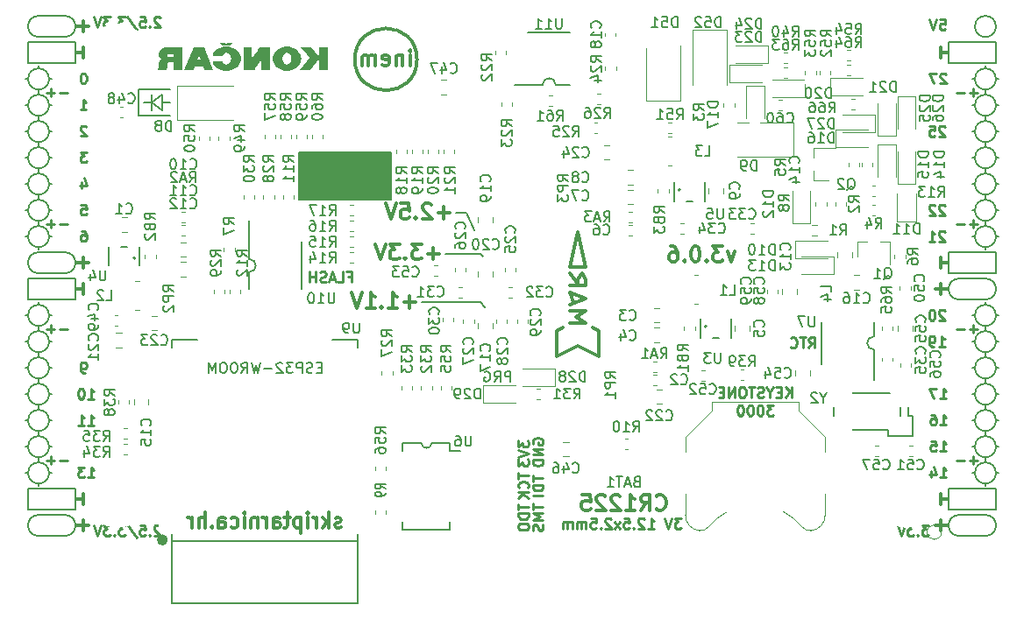
<source format=gbo>
G04 #@! TF.GenerationSoftware,KiCad,Pcbnew,5.0.1+dfsg1-2*
G04 #@! TF.CreationDate,2018-10-26T11:48:04+02:00*
G04 #@! TF.ProjectId,ulx3s,756C7833732E6B696361645F70636200,v3.0.4*
G04 #@! TF.SameCoordinates,Original*
G04 #@! TF.FileFunction,Legend,Bot*
G04 #@! TF.FilePolarity,Positive*
%FSLAX46Y46*%
G04 Gerber Fmt 4.6, Leading zero omitted, Abs format (unit mm)*
G04 Created by KiCad (PCBNEW 5.0.1+dfsg1-2) date petak, 26. listopada 2018. 11:48:04 CEST*
%MOMM*%
%LPD*%
G01*
G04 APERTURE LIST*
%ADD10C,0.300000*%
%ADD11C,0.150000*%
%ADD12C,0.200000*%
%ADD13C,0.250000*%
%ADD14C,0.120000*%
%ADD15C,0.500000*%
%ADD16C,0.100000*%
%ADD17C,1.200000*%
%ADD18O,1.200000X0.500000*%
%ADD19R,1.200000X0.500000*%
%ADD20R,1.600000X2.800000*%
%ADD21R,1.900000X1.500000*%
%ADD22R,3.800000X3.600000*%
%ADD23C,9.100000*%
%ADD24C,1.800000*%
%ADD25C,2.100000*%
%ADD26C,1.395000*%
%ADD27C,1.900000*%
%ADD28C,1.075000*%
%ADD29C,0.975000*%
%ADD30R,1.000000X0.900000*%
%ADD31R,1.100000X1.100000*%
%ADD32R,0.800000X1.300000*%
%ADD33R,1.827200X2.132000*%
%ADD34O,1.827200X2.132000*%
%ADD35R,0.700000X1.650000*%
%ADD36O,0.700000X1.650000*%
%ADD37R,1.650000X0.700000*%
%ADD38O,1.650000X0.700000*%
%ADD39R,0.700000X2.200000*%
%ADD40O,0.700000X2.200000*%
%ADD41O,2.600000X1.000000*%
%ADD42O,1.000000X2.600000*%
%ADD43R,6.100000X6.100000*%
%ADD44O,1.827200X1.827200*%
%ADD45R,1.827200X1.827200*%
%ADD46C,5.600000*%
%ADD47C,0.400000*%
%ADD48R,1.800000X1.800000*%
%ADD49O,1.800000X1.800000*%
%ADD50R,0.770000X1.100000*%
%ADD51R,2.600000X1.900000*%
%ADD52R,0.900000X1.000000*%
%ADD53R,1.500000X1.395000*%
G04 APERTURE END LIST*
D10*
X124563333Y-111107142D02*
X124430000Y-111178571D01*
X124163333Y-111178571D01*
X124030000Y-111107142D01*
X123963333Y-110964285D01*
X123963333Y-110892857D01*
X124030000Y-110750000D01*
X124163333Y-110678571D01*
X124363333Y-110678571D01*
X124496666Y-110607142D01*
X124563333Y-110464285D01*
X124563333Y-110392857D01*
X124496666Y-110250000D01*
X124363333Y-110178571D01*
X124163333Y-110178571D01*
X124030000Y-110250000D01*
X123363333Y-111178571D02*
X123363333Y-109678571D01*
X123230000Y-110607142D02*
X122830000Y-111178571D01*
X122830000Y-110178571D02*
X123363333Y-110750000D01*
X122230000Y-111178571D02*
X122230000Y-110178571D01*
X122230000Y-110464285D02*
X122163333Y-110321428D01*
X122096666Y-110250000D01*
X121963333Y-110178571D01*
X121830000Y-110178571D01*
X121363333Y-111178571D02*
X121363333Y-110178571D01*
X121363333Y-109678571D02*
X121430000Y-109750000D01*
X121363333Y-109821428D01*
X121296666Y-109750000D01*
X121363333Y-109678571D01*
X121363333Y-109821428D01*
X120696666Y-110178571D02*
X120696666Y-111678571D01*
X120696666Y-110250000D02*
X120563333Y-110178571D01*
X120296666Y-110178571D01*
X120163333Y-110250000D01*
X120096666Y-110321428D01*
X120030000Y-110464285D01*
X120030000Y-110892857D01*
X120096666Y-111035714D01*
X120163333Y-111107142D01*
X120296666Y-111178571D01*
X120563333Y-111178571D01*
X120696666Y-111107142D01*
X119630000Y-110178571D02*
X119096666Y-110178571D01*
X119430000Y-109678571D02*
X119430000Y-110964285D01*
X119363333Y-111107142D01*
X119230000Y-111178571D01*
X119096666Y-111178571D01*
X118030000Y-111178571D02*
X118030000Y-110392857D01*
X118096666Y-110250000D01*
X118230000Y-110178571D01*
X118496666Y-110178571D01*
X118630000Y-110250000D01*
X118030000Y-111107142D02*
X118163333Y-111178571D01*
X118496666Y-111178571D01*
X118630000Y-111107142D01*
X118696666Y-110964285D01*
X118696666Y-110821428D01*
X118630000Y-110678571D01*
X118496666Y-110607142D01*
X118163333Y-110607142D01*
X118030000Y-110535714D01*
X117363333Y-111178571D02*
X117363333Y-110178571D01*
X117363333Y-110464285D02*
X117296666Y-110321428D01*
X117230000Y-110250000D01*
X117096666Y-110178571D01*
X116963333Y-110178571D01*
X116496666Y-110178571D02*
X116496666Y-111178571D01*
X116496666Y-110321428D02*
X116430000Y-110250000D01*
X116296666Y-110178571D01*
X116096666Y-110178571D01*
X115963333Y-110250000D01*
X115896666Y-110392857D01*
X115896666Y-111178571D01*
X115230000Y-111178571D02*
X115230000Y-110178571D01*
X115230000Y-109678571D02*
X115296666Y-109750000D01*
X115230000Y-109821428D01*
X115163333Y-109750000D01*
X115230000Y-109678571D01*
X115230000Y-109821428D01*
X113963333Y-111107142D02*
X114096666Y-111178571D01*
X114363333Y-111178571D01*
X114496666Y-111107142D01*
X114563333Y-111035714D01*
X114630000Y-110892857D01*
X114630000Y-110464285D01*
X114563333Y-110321428D01*
X114496666Y-110250000D01*
X114363333Y-110178571D01*
X114096666Y-110178571D01*
X113963333Y-110250000D01*
X112763333Y-111178571D02*
X112763333Y-110392857D01*
X112830000Y-110250000D01*
X112963333Y-110178571D01*
X113230000Y-110178571D01*
X113363333Y-110250000D01*
X112763333Y-111107142D02*
X112896666Y-111178571D01*
X113230000Y-111178571D01*
X113363333Y-111107142D01*
X113430000Y-110964285D01*
X113430000Y-110821428D01*
X113363333Y-110678571D01*
X113230000Y-110607142D01*
X112896666Y-110607142D01*
X112763333Y-110535714D01*
X112096666Y-111035714D02*
X112030000Y-111107142D01*
X112096666Y-111178571D01*
X112163333Y-111107142D01*
X112096666Y-111035714D01*
X112096666Y-111178571D01*
X111430000Y-111178571D02*
X111430000Y-109678571D01*
X110830000Y-111178571D02*
X110830000Y-110392857D01*
X110896666Y-110250000D01*
X111030000Y-110178571D01*
X111230000Y-110178571D01*
X111363333Y-110250000D01*
X111430000Y-110321428D01*
X110163333Y-111178571D02*
X110163333Y-110178571D01*
X110163333Y-110464285D02*
X110096666Y-110321428D01*
X110030000Y-110250000D01*
X109896666Y-110178571D01*
X109763333Y-110178571D01*
D11*
G36*
X129406000Y-74882000D02*
X120516000Y-74882000D01*
X120516000Y-79454000D01*
X129406000Y-79454000D01*
X129406000Y-74882000D01*
G37*
X129406000Y-74882000D02*
X120516000Y-74882000D01*
X120516000Y-79454000D01*
X129406000Y-79454000D01*
X129406000Y-74882000D01*
D12*
X185540000Y-72850000D02*
X185794000Y-72850000D01*
D11*
X140954904Y-97051380D02*
X140954904Y-96051380D01*
X140573952Y-96051380D01*
X140478714Y-96099000D01*
X140431095Y-96146619D01*
X140383476Y-96241857D01*
X140383476Y-96384714D01*
X140431095Y-96479952D01*
X140478714Y-96527571D01*
X140573952Y-96575190D01*
X140954904Y-96575190D01*
X139383476Y-97051380D02*
X139716809Y-96575190D01*
X139954904Y-97051380D02*
X139954904Y-96051380D01*
X139573952Y-96051380D01*
X139478714Y-96099000D01*
X139431095Y-96146619D01*
X139383476Y-96241857D01*
X139383476Y-96384714D01*
X139431095Y-96479952D01*
X139478714Y-96527571D01*
X139573952Y-96575190D01*
X139954904Y-96575190D01*
X138431095Y-96099000D02*
X138526333Y-96051380D01*
X138669190Y-96051380D01*
X138812047Y-96099000D01*
X138907285Y-96194238D01*
X138954904Y-96289476D01*
X139002523Y-96479952D01*
X139002523Y-96622809D01*
X138954904Y-96813285D01*
X138907285Y-96908523D01*
X138812047Y-97003761D01*
X138669190Y-97051380D01*
X138573952Y-97051380D01*
X138431095Y-97003761D01*
X138383476Y-96956142D01*
X138383476Y-96622809D01*
X138573952Y-96622809D01*
D12*
X136660000Y-80742000D02*
X135644000Y-80742000D01*
X137422000Y-82393000D02*
X136660000Y-80742000D01*
X138057000Y-84679000D02*
X134628000Y-84679000D01*
X138311000Y-84933000D02*
X138057000Y-84679000D01*
X138057000Y-89378000D02*
X138438000Y-89886000D01*
X132342000Y-89378000D02*
X138057000Y-89378000D01*
D13*
X99893476Y-96180380D02*
X99703000Y-96180380D01*
X99607761Y-96132761D01*
X99560142Y-96085142D01*
X99464904Y-95942285D01*
X99417285Y-95751809D01*
X99417285Y-95370857D01*
X99464904Y-95275619D01*
X99512523Y-95228000D01*
X99607761Y-95180380D01*
X99798238Y-95180380D01*
X99893476Y-95228000D01*
X99941095Y-95275619D01*
X99988714Y-95370857D01*
X99988714Y-95608952D01*
X99941095Y-95704190D01*
X99893476Y-95751809D01*
X99798238Y-95799428D01*
X99607761Y-95799428D01*
X99512523Y-95751809D01*
X99464904Y-95704190D01*
X99417285Y-95608952D01*
X100147476Y-101260380D02*
X100718904Y-101260380D01*
X100433190Y-101260380D02*
X100433190Y-100260380D01*
X100528428Y-100403238D01*
X100623666Y-100498476D01*
X100718904Y-100546095D01*
X99195095Y-101260380D02*
X99766523Y-101260380D01*
X99480809Y-101260380D02*
X99480809Y-100260380D01*
X99576047Y-100403238D01*
X99671285Y-100498476D01*
X99766523Y-100546095D01*
D12*
X105037000Y-68804000D02*
X108085000Y-68804000D01*
X105037000Y-71344000D02*
X105037000Y-68804000D01*
X108085000Y-71344000D02*
X105037000Y-71344000D01*
X107323000Y-70074000D02*
X108085000Y-70074000D01*
X106307000Y-70074000D02*
X105545000Y-70074000D01*
X106307000Y-70836000D02*
X106307000Y-70074000D01*
X106307000Y-69312000D02*
X106307000Y-70836000D01*
X107323000Y-69312000D02*
X107323000Y-70836000D01*
X106307000Y-70074000D02*
X107323000Y-69312000D01*
X107323000Y-70836000D02*
X106307000Y-70074000D01*
D13*
X182887904Y-72415619D02*
X182840285Y-72368000D01*
X182745047Y-72320380D01*
X182506952Y-72320380D01*
X182411714Y-72368000D01*
X182364095Y-72415619D01*
X182316476Y-72510857D01*
X182316476Y-72606095D01*
X182364095Y-72748952D01*
X182935523Y-73320380D01*
X182316476Y-73320380D01*
X181411714Y-72320380D02*
X181887904Y-72320380D01*
X181935523Y-72796571D01*
X181887904Y-72748952D01*
X181792666Y-72701333D01*
X181554571Y-72701333D01*
X181459333Y-72748952D01*
X181411714Y-72796571D01*
X181364095Y-72891809D01*
X181364095Y-73129904D01*
X181411714Y-73225142D01*
X181459333Y-73272761D01*
X181554571Y-73320380D01*
X181792666Y-73320380D01*
X181887904Y-73272761D01*
X181935523Y-73225142D01*
X182887904Y-80035619D02*
X182840285Y-79988000D01*
X182745047Y-79940380D01*
X182506952Y-79940380D01*
X182411714Y-79988000D01*
X182364095Y-80035619D01*
X182316476Y-80130857D01*
X182316476Y-80226095D01*
X182364095Y-80368952D01*
X182935523Y-80940380D01*
X182316476Y-80940380D01*
X181935523Y-80035619D02*
X181887904Y-79988000D01*
X181792666Y-79940380D01*
X181554571Y-79940380D01*
X181459333Y-79988000D01*
X181411714Y-80035619D01*
X181364095Y-80130857D01*
X181364095Y-80226095D01*
X181411714Y-80368952D01*
X181983142Y-80940380D01*
X181364095Y-80940380D01*
X182887904Y-82575619D02*
X182840285Y-82528000D01*
X182745047Y-82480380D01*
X182506952Y-82480380D01*
X182411714Y-82528000D01*
X182364095Y-82575619D01*
X182316476Y-82670857D01*
X182316476Y-82766095D01*
X182364095Y-82908952D01*
X182935523Y-83480380D01*
X182316476Y-83480380D01*
X181364095Y-83480380D02*
X181935523Y-83480380D01*
X181649809Y-83480380D02*
X181649809Y-82480380D01*
X181745047Y-82623238D01*
X181840285Y-82718476D01*
X181935523Y-82766095D01*
X182887904Y-90195619D02*
X182840285Y-90148000D01*
X182745047Y-90100380D01*
X182506952Y-90100380D01*
X182411714Y-90148000D01*
X182364095Y-90195619D01*
X182316476Y-90290857D01*
X182316476Y-90386095D01*
X182364095Y-90528952D01*
X182935523Y-91100380D01*
X182316476Y-91100380D01*
X181697428Y-90100380D02*
X181602190Y-90100380D01*
X181506952Y-90148000D01*
X181459333Y-90195619D01*
X181411714Y-90290857D01*
X181364095Y-90481333D01*
X181364095Y-90719428D01*
X181411714Y-90909904D01*
X181459333Y-91005142D01*
X181506952Y-91052761D01*
X181602190Y-91100380D01*
X181697428Y-91100380D01*
X181792666Y-91052761D01*
X181840285Y-91005142D01*
X181887904Y-90909904D01*
X181935523Y-90719428D01*
X181935523Y-90481333D01*
X181887904Y-90290857D01*
X181840285Y-90195619D01*
X181792666Y-90148000D01*
X181697428Y-90100380D01*
X182316476Y-93640380D02*
X182887904Y-93640380D01*
X182602190Y-93640380D02*
X182602190Y-92640380D01*
X182697428Y-92783238D01*
X182792666Y-92878476D01*
X182887904Y-92926095D01*
X181840285Y-93640380D02*
X181649809Y-93640380D01*
X181554571Y-93592761D01*
X181506952Y-93545142D01*
X181411714Y-93402285D01*
X181364095Y-93211809D01*
X181364095Y-92830857D01*
X181411714Y-92735619D01*
X181459333Y-92688000D01*
X181554571Y-92640380D01*
X181745047Y-92640380D01*
X181840285Y-92688000D01*
X181887904Y-92735619D01*
X181935523Y-92830857D01*
X181935523Y-93068952D01*
X181887904Y-93164190D01*
X181840285Y-93211809D01*
X181745047Y-93259428D01*
X181554571Y-93259428D01*
X181459333Y-93211809D01*
X181411714Y-93164190D01*
X181364095Y-93068952D01*
X125269476Y-86893571D02*
X125602809Y-86893571D01*
X125602809Y-87417380D02*
X125602809Y-86417380D01*
X125126619Y-86417380D01*
X124269476Y-87417380D02*
X124745666Y-87417380D01*
X124745666Y-86417380D01*
X123983761Y-87131666D02*
X123507571Y-87131666D01*
X124079000Y-87417380D02*
X123745666Y-86417380D01*
X123412333Y-87417380D01*
X123126619Y-87369761D02*
X122983761Y-87417380D01*
X122745666Y-87417380D01*
X122650428Y-87369761D01*
X122602809Y-87322142D01*
X122555190Y-87226904D01*
X122555190Y-87131666D01*
X122602809Y-87036428D01*
X122650428Y-86988809D01*
X122745666Y-86941190D01*
X122936142Y-86893571D01*
X123031380Y-86845952D01*
X123079000Y-86798333D01*
X123126619Y-86703095D01*
X123126619Y-86607857D01*
X123079000Y-86512619D01*
X123031380Y-86465000D01*
X122936142Y-86417380D01*
X122698047Y-86417380D01*
X122555190Y-86465000D01*
X122126619Y-87417380D02*
X122126619Y-86417380D01*
X122126619Y-86893571D02*
X121555190Y-86893571D01*
X121555190Y-87417380D02*
X121555190Y-86417380D01*
X157418095Y-110252380D02*
X156799047Y-110252380D01*
X157132380Y-110633333D01*
X156989523Y-110633333D01*
X156894285Y-110680952D01*
X156846666Y-110728571D01*
X156799047Y-110823809D01*
X156799047Y-111061904D01*
X156846666Y-111157142D01*
X156894285Y-111204761D01*
X156989523Y-111252380D01*
X157275238Y-111252380D01*
X157370476Y-111204761D01*
X157418095Y-111157142D01*
X156513333Y-110252380D02*
X156180000Y-111252380D01*
X155846666Y-110252380D01*
X154227619Y-111252380D02*
X154799047Y-111252380D01*
X154513333Y-111252380D02*
X154513333Y-110252380D01*
X154608571Y-110395238D01*
X154703809Y-110490476D01*
X154799047Y-110538095D01*
X153846666Y-110347619D02*
X153799047Y-110300000D01*
X153703809Y-110252380D01*
X153465714Y-110252380D01*
X153370476Y-110300000D01*
X153322857Y-110347619D01*
X153275238Y-110442857D01*
X153275238Y-110538095D01*
X153322857Y-110680952D01*
X153894285Y-111252380D01*
X153275238Y-111252380D01*
X152846666Y-111157142D02*
X152799047Y-111204761D01*
X152846666Y-111252380D01*
X152894285Y-111204761D01*
X152846666Y-111157142D01*
X152846666Y-111252380D01*
X151894285Y-110252380D02*
X152370476Y-110252380D01*
X152418095Y-110728571D01*
X152370476Y-110680952D01*
X152275238Y-110633333D01*
X152037142Y-110633333D01*
X151941904Y-110680952D01*
X151894285Y-110728571D01*
X151846666Y-110823809D01*
X151846666Y-111061904D01*
X151894285Y-111157142D01*
X151941904Y-111204761D01*
X152037142Y-111252380D01*
X152275238Y-111252380D01*
X152370476Y-111204761D01*
X152418095Y-111157142D01*
X151513333Y-111252380D02*
X150989523Y-110585714D01*
X151513333Y-110585714D02*
X150989523Y-111252380D01*
X150656190Y-110347619D02*
X150608571Y-110300000D01*
X150513333Y-110252380D01*
X150275238Y-110252380D01*
X150180000Y-110300000D01*
X150132380Y-110347619D01*
X150084761Y-110442857D01*
X150084761Y-110538095D01*
X150132380Y-110680952D01*
X150703809Y-111252380D01*
X150084761Y-111252380D01*
X149656190Y-111157142D02*
X149608571Y-111204761D01*
X149656190Y-111252380D01*
X149703809Y-111204761D01*
X149656190Y-111157142D01*
X149656190Y-111252380D01*
X148703809Y-110252380D02*
X149180000Y-110252380D01*
X149227619Y-110728571D01*
X149180000Y-110680952D01*
X149084761Y-110633333D01*
X148846666Y-110633333D01*
X148751428Y-110680952D01*
X148703809Y-110728571D01*
X148656190Y-110823809D01*
X148656190Y-111061904D01*
X148703809Y-111157142D01*
X148751428Y-111204761D01*
X148846666Y-111252380D01*
X149084761Y-111252380D01*
X149180000Y-111204761D01*
X149227619Y-111157142D01*
X148227619Y-111252380D02*
X148227619Y-110585714D01*
X148227619Y-110680952D02*
X148180000Y-110633333D01*
X148084761Y-110585714D01*
X147941904Y-110585714D01*
X147846666Y-110633333D01*
X147799047Y-110728571D01*
X147799047Y-111252380D01*
X147799047Y-110728571D02*
X147751428Y-110633333D01*
X147656190Y-110585714D01*
X147513333Y-110585714D01*
X147418095Y-110633333D01*
X147370476Y-110728571D01*
X147370476Y-111252380D01*
X146894285Y-111252380D02*
X146894285Y-110585714D01*
X146894285Y-110680952D02*
X146846666Y-110633333D01*
X146751428Y-110585714D01*
X146608571Y-110585714D01*
X146513333Y-110633333D01*
X146465714Y-110728571D01*
X146465714Y-111252380D01*
X146465714Y-110728571D02*
X146418095Y-110633333D01*
X146322857Y-110585714D01*
X146180000Y-110585714D01*
X146084761Y-110633333D01*
X146037142Y-110728571D01*
X146037142Y-111252380D01*
D10*
X162592285Y-84466571D02*
X162235142Y-85466571D01*
X161878000Y-84466571D01*
X161449428Y-83966571D02*
X160520857Y-83966571D01*
X161020857Y-84538000D01*
X160806571Y-84538000D01*
X160663714Y-84609428D01*
X160592285Y-84680857D01*
X160520857Y-84823714D01*
X160520857Y-85180857D01*
X160592285Y-85323714D01*
X160663714Y-85395142D01*
X160806571Y-85466571D01*
X161235142Y-85466571D01*
X161378000Y-85395142D01*
X161449428Y-85323714D01*
X159878000Y-85323714D02*
X159806571Y-85395142D01*
X159878000Y-85466571D01*
X159949428Y-85395142D01*
X159878000Y-85323714D01*
X159878000Y-85466571D01*
X158878000Y-83966571D02*
X158735142Y-83966571D01*
X158592285Y-84038000D01*
X158520857Y-84109428D01*
X158449428Y-84252285D01*
X158378000Y-84538000D01*
X158378000Y-84895142D01*
X158449428Y-85180857D01*
X158520857Y-85323714D01*
X158592285Y-85395142D01*
X158735142Y-85466571D01*
X158878000Y-85466571D01*
X159020857Y-85395142D01*
X159092285Y-85323714D01*
X159163714Y-85180857D01*
X159235142Y-84895142D01*
X159235142Y-84538000D01*
X159163714Y-84252285D01*
X159092285Y-84109428D01*
X159020857Y-84038000D01*
X158878000Y-83966571D01*
X157735142Y-85323714D02*
X157663714Y-85395142D01*
X157735142Y-85466571D01*
X157806571Y-85395142D01*
X157735142Y-85323714D01*
X157735142Y-85466571D01*
X156378000Y-83966571D02*
X156663714Y-83966571D01*
X156806571Y-84038000D01*
X156878000Y-84109428D01*
X157020857Y-84323714D01*
X157092285Y-84609428D01*
X157092285Y-85180857D01*
X157020857Y-85323714D01*
X156949428Y-85395142D01*
X156806571Y-85466571D01*
X156520857Y-85466571D01*
X156378000Y-85395142D01*
X156306571Y-85323714D01*
X156235142Y-85180857D01*
X156235142Y-84823714D01*
X156306571Y-84680857D01*
X156378000Y-84609428D01*
X156520857Y-84538000D01*
X156806571Y-84538000D01*
X156949428Y-84609428D01*
X157020857Y-84680857D01*
X157092285Y-84823714D01*
D13*
X168085000Y-98577380D02*
X168085000Y-97577380D01*
X167513571Y-98577380D02*
X167942142Y-98005952D01*
X167513571Y-97577380D02*
X168085000Y-98148809D01*
X167085000Y-98053571D02*
X166751666Y-98053571D01*
X166608809Y-98577380D02*
X167085000Y-98577380D01*
X167085000Y-97577380D01*
X166608809Y-97577380D01*
X165989761Y-98101190D02*
X165989761Y-98577380D01*
X166323095Y-97577380D02*
X165989761Y-98101190D01*
X165656428Y-97577380D01*
X165370714Y-98529761D02*
X165227857Y-98577380D01*
X164989761Y-98577380D01*
X164894523Y-98529761D01*
X164846904Y-98482142D01*
X164799285Y-98386904D01*
X164799285Y-98291666D01*
X164846904Y-98196428D01*
X164894523Y-98148809D01*
X164989761Y-98101190D01*
X165180238Y-98053571D01*
X165275476Y-98005952D01*
X165323095Y-97958333D01*
X165370714Y-97863095D01*
X165370714Y-97767857D01*
X165323095Y-97672619D01*
X165275476Y-97625000D01*
X165180238Y-97577380D01*
X164942142Y-97577380D01*
X164799285Y-97625000D01*
X164513571Y-97577380D02*
X163942142Y-97577380D01*
X164227857Y-98577380D02*
X164227857Y-97577380D01*
X163418333Y-97577380D02*
X163227857Y-97577380D01*
X163132619Y-97625000D01*
X163037380Y-97720238D01*
X162989761Y-97910714D01*
X162989761Y-98244047D01*
X163037380Y-98434523D01*
X163132619Y-98529761D01*
X163227857Y-98577380D01*
X163418333Y-98577380D01*
X163513571Y-98529761D01*
X163608809Y-98434523D01*
X163656428Y-98244047D01*
X163656428Y-97910714D01*
X163608809Y-97720238D01*
X163513571Y-97625000D01*
X163418333Y-97577380D01*
X162561190Y-98577380D02*
X162561190Y-97577380D01*
X161989761Y-98577380D01*
X161989761Y-97577380D01*
X161513571Y-98053571D02*
X161180238Y-98053571D01*
X161037380Y-98577380D02*
X161513571Y-98577380D01*
X161513571Y-97577380D01*
X161037380Y-97577380D01*
X166346904Y-99327380D02*
X165727857Y-99327380D01*
X166061190Y-99708333D01*
X165918333Y-99708333D01*
X165823095Y-99755952D01*
X165775476Y-99803571D01*
X165727857Y-99898809D01*
X165727857Y-100136904D01*
X165775476Y-100232142D01*
X165823095Y-100279761D01*
X165918333Y-100327380D01*
X166204047Y-100327380D01*
X166299285Y-100279761D01*
X166346904Y-100232142D01*
X165108809Y-99327380D02*
X165013571Y-99327380D01*
X164918333Y-99375000D01*
X164870714Y-99422619D01*
X164823095Y-99517857D01*
X164775476Y-99708333D01*
X164775476Y-99946428D01*
X164823095Y-100136904D01*
X164870714Y-100232142D01*
X164918333Y-100279761D01*
X165013571Y-100327380D01*
X165108809Y-100327380D01*
X165204047Y-100279761D01*
X165251666Y-100232142D01*
X165299285Y-100136904D01*
X165346904Y-99946428D01*
X165346904Y-99708333D01*
X165299285Y-99517857D01*
X165251666Y-99422619D01*
X165204047Y-99375000D01*
X165108809Y-99327380D01*
X164156428Y-99327380D02*
X164061190Y-99327380D01*
X163965952Y-99375000D01*
X163918333Y-99422619D01*
X163870714Y-99517857D01*
X163823095Y-99708333D01*
X163823095Y-99946428D01*
X163870714Y-100136904D01*
X163918333Y-100232142D01*
X163965952Y-100279761D01*
X164061190Y-100327380D01*
X164156428Y-100327380D01*
X164251666Y-100279761D01*
X164299285Y-100232142D01*
X164346904Y-100136904D01*
X164394523Y-99946428D01*
X164394523Y-99708333D01*
X164346904Y-99517857D01*
X164299285Y-99422619D01*
X164251666Y-99375000D01*
X164156428Y-99327380D01*
X163204047Y-99327380D02*
X163108809Y-99327380D01*
X163013571Y-99375000D01*
X162965952Y-99422619D01*
X162918333Y-99517857D01*
X162870714Y-99708333D01*
X162870714Y-99946428D01*
X162918333Y-100136904D01*
X162965952Y-100232142D01*
X163013571Y-100279761D01*
X163108809Y-100327380D01*
X163204047Y-100327380D01*
X163299285Y-100279761D01*
X163346904Y-100232142D01*
X163394523Y-100136904D01*
X163442142Y-99946428D01*
X163442142Y-99708333D01*
X163394523Y-99517857D01*
X163346904Y-99422619D01*
X163299285Y-99375000D01*
X163204047Y-99327380D01*
D10*
X182492000Y-87582000D02*
X182492000Y-88598000D01*
X183254000Y-88090000D02*
X181984000Y-88090000D01*
X182492000Y-110442000D02*
X182492000Y-111458000D01*
X183254000Y-110950000D02*
X181984000Y-110950000D01*
X99688000Y-62182000D02*
X99688000Y-63198000D01*
X98926000Y-62690000D02*
X100196000Y-62690000D01*
X99688000Y-110442000D02*
X99688000Y-111458000D01*
X98926000Y-110950000D02*
X100196000Y-110950000D01*
X99688000Y-85042000D02*
X99688000Y-86058000D01*
X98926000Y-85550000D02*
X100196000Y-85550000D01*
D12*
X187826000Y-62690000D02*
G75*
G03X187826000Y-62690000I-1016000J0D01*
G01*
X184270000Y-87074000D02*
X186810000Y-87074000D01*
X184270000Y-89106000D02*
X186810000Y-89106000D01*
X184270000Y-87074000D02*
G75*
G03X184270000Y-89106000I0J-1016000D01*
G01*
X186810000Y-89106000D02*
G75*
G03X186810000Y-87074000I0J1016000D01*
G01*
X184270000Y-111966000D02*
X186810000Y-111966000D01*
X184270000Y-109934000D02*
X186810000Y-109934000D01*
X184270000Y-109934000D02*
G75*
G03X184270000Y-111966000I0J-1016000D01*
G01*
X186810000Y-111966000D02*
G75*
G03X186810000Y-109934000I0J1016000D01*
G01*
X97910000Y-63706000D02*
G75*
G03X97910000Y-61674000I0J1016000D01*
G01*
X95370000Y-61674000D02*
X97910000Y-61674000D01*
X95370000Y-63706000D02*
X97910000Y-63706000D01*
X95370000Y-61674000D02*
G75*
G03X95370000Y-63706000I0J-1016000D01*
G01*
X95370000Y-86566000D02*
X97910000Y-86566000D01*
X95370000Y-84534000D02*
X97910000Y-84534000D01*
X95370000Y-84534000D02*
G75*
G03X95370000Y-86566000I0J-1016000D01*
G01*
X97910000Y-86566000D02*
G75*
G03X97910000Y-84534000I0J1016000D01*
G01*
X95370000Y-111966000D02*
X97910000Y-111966000D01*
X95370000Y-109934000D02*
X97910000Y-109934000D01*
X95370000Y-109934000D02*
G75*
G03X95370000Y-111966000I0J-1016000D01*
G01*
X97910000Y-111966000D02*
G75*
G03X97910000Y-109934000I0J1016000D01*
G01*
X98926000Y-107394000D02*
X94354000Y-107394000D01*
X98926000Y-109426000D02*
X98926000Y-107394000D01*
X94354000Y-109426000D02*
X98926000Y-109426000D01*
X94354000Y-107394000D02*
X94354000Y-109426000D01*
X187826000Y-107394000D02*
X183254000Y-107394000D01*
X187826000Y-109426000D02*
X187826000Y-107394000D01*
X183254000Y-109426000D02*
X187826000Y-109426000D01*
X183254000Y-107394000D02*
X183254000Y-109426000D01*
X187826000Y-84534000D02*
X183254000Y-84534000D01*
X187826000Y-86566000D02*
X187826000Y-84534000D01*
X183254000Y-86566000D02*
X187826000Y-86566000D01*
X183254000Y-84534000D02*
X183254000Y-86566000D01*
X187826000Y-64214000D02*
X183254000Y-64214000D01*
X187826000Y-66246000D02*
X187826000Y-64214000D01*
X183254000Y-66246000D02*
X187826000Y-66246000D01*
X183254000Y-64214000D02*
X183254000Y-66246000D01*
X98926000Y-64214000D02*
X94354000Y-64214000D01*
X98926000Y-66246000D02*
X98926000Y-64214000D01*
X94354000Y-66246000D02*
X98926000Y-66246000D01*
X94354000Y-64214000D02*
X94354000Y-66246000D01*
X98926000Y-87074000D02*
X94354000Y-87074000D01*
X98926000Y-89106000D02*
X98926000Y-87074000D01*
X94354000Y-89106000D02*
X98926000Y-89106000D01*
X94354000Y-87074000D02*
X94354000Y-89106000D01*
D13*
X186032000Y-91971428D02*
X185270095Y-91971428D01*
X185651047Y-92352380D02*
X185651047Y-91590476D01*
X184793904Y-91971428D02*
X184032000Y-91971428D01*
X186032000Y-69111428D02*
X185270095Y-69111428D01*
X185651047Y-69492380D02*
X185651047Y-68730476D01*
X184793904Y-69111428D02*
X184032000Y-69111428D01*
X186032000Y-81811428D02*
X185270095Y-81811428D01*
X185651047Y-82192380D02*
X185651047Y-81430476D01*
X184793904Y-81811428D02*
X184032000Y-81811428D01*
X186032000Y-104671428D02*
X185270095Y-104671428D01*
X185651047Y-105052380D02*
X185651047Y-104290476D01*
X184793904Y-104671428D02*
X184032000Y-104671428D01*
X98148000Y-104671428D02*
X97386095Y-104671428D01*
X96909904Y-104671428D02*
X96148000Y-104671428D01*
X96528952Y-105052380D02*
X96528952Y-104290476D01*
X98148000Y-91971428D02*
X97386095Y-91971428D01*
X96909904Y-91971428D02*
X96148000Y-91971428D01*
X96528952Y-92352380D02*
X96528952Y-91590476D01*
X98148000Y-81811428D02*
X97386095Y-81811428D01*
X96909904Y-81811428D02*
X96148000Y-81811428D01*
X96528952Y-82192380D02*
X96528952Y-81430476D01*
X98148000Y-69111428D02*
X97386095Y-69111428D01*
X96909904Y-69111428D02*
X96148000Y-69111428D01*
X96528952Y-69492380D02*
X96528952Y-68730476D01*
D10*
X182492000Y-107902000D02*
X182492000Y-108918000D01*
X183254000Y-108410000D02*
X182492000Y-108410000D01*
D12*
X95370000Y-96726000D02*
X95370000Y-97234000D01*
X96386000Y-95710000D02*
X96640000Y-95710000D01*
X94354000Y-95710000D02*
X94100000Y-95710000D01*
X187826000Y-98250000D02*
X188080000Y-98250000D01*
X187826000Y-83010000D02*
X188080000Y-83010000D01*
X95370000Y-107140000D02*
X95370000Y-106886000D01*
X96386000Y-105870000D02*
X96640000Y-105870000D01*
X94354000Y-105870000D02*
X94100000Y-105870000D01*
X94354000Y-103330000D02*
X94100000Y-103330000D01*
X95370000Y-104346000D02*
X95370000Y-104854000D01*
X96386000Y-103330000D02*
X96640000Y-103330000D01*
X94354000Y-100790000D02*
X94100000Y-100790000D01*
X95370000Y-102314000D02*
X95370000Y-101806000D01*
X96386000Y-100790000D02*
X96640000Y-100790000D01*
X95370000Y-99266000D02*
X95370000Y-99774000D01*
X94354000Y-98250000D02*
X94100000Y-98250000D01*
X96386000Y-98250000D02*
X96640000Y-98250000D01*
X95370000Y-94186000D02*
X95370000Y-94694000D01*
X96386000Y-93170000D02*
X96640000Y-93170000D01*
X94354000Y-93170000D02*
X94100000Y-93170000D01*
X94354000Y-90630000D02*
X94100000Y-90630000D01*
X95370000Y-91646000D02*
X95370000Y-92154000D01*
X96640000Y-90630000D02*
X96386000Y-90630000D01*
X95370000Y-89360000D02*
X95370000Y-89614000D01*
X94354000Y-83010000D02*
X94100000Y-83010000D01*
X95370000Y-84280000D02*
X95370000Y-84026000D01*
X96386000Y-83010000D02*
X96640000Y-83010000D01*
X95370000Y-81486000D02*
X95370000Y-81994000D01*
X94354000Y-80470000D02*
X94100000Y-80470000D01*
X96640000Y-80470000D02*
X96386000Y-80470000D01*
X95370000Y-78946000D02*
X95370000Y-79454000D01*
X96386000Y-77930000D02*
X96640000Y-77930000D01*
X94354000Y-77930000D02*
X94100000Y-77930000D01*
X95370000Y-76406000D02*
X95370000Y-76914000D01*
X94354000Y-75390000D02*
X94100000Y-75390000D01*
X96386000Y-75390000D02*
X96640000Y-75390000D01*
X95370000Y-73866000D02*
X95370000Y-74374000D01*
X96386000Y-72850000D02*
X96640000Y-72850000D01*
X94100000Y-72850000D02*
X94354000Y-72850000D01*
X94354000Y-70310000D02*
X94100000Y-70310000D01*
X96640000Y-70310000D02*
X96386000Y-70310000D01*
X95370000Y-71326000D02*
X95370000Y-71834000D01*
X95370000Y-68786000D02*
X95370000Y-69294000D01*
X96386000Y-67770000D02*
X96640000Y-67770000D01*
X94354000Y-67770000D02*
X94100000Y-67770000D01*
X95370000Y-66500000D02*
X95370000Y-66754000D01*
X187826000Y-105870000D02*
X188080000Y-105870000D01*
X186810000Y-107140000D02*
X186810000Y-106886000D01*
X185540000Y-105870000D02*
X185794000Y-105870000D01*
X186810000Y-104346000D02*
X186810000Y-104854000D01*
X187826000Y-103330000D02*
X188080000Y-103330000D01*
X185540000Y-103330000D02*
X185794000Y-103330000D01*
X186810000Y-101806000D02*
X186810000Y-102314000D01*
X187826000Y-100790000D02*
X188080000Y-100790000D01*
X185540000Y-100790000D02*
X185794000Y-100790000D01*
X186810000Y-99266000D02*
X186810000Y-99774000D01*
X185540000Y-98250000D02*
X185794000Y-98250000D01*
X186810000Y-97234000D02*
X186810000Y-96726000D01*
X187826000Y-95710000D02*
X188080000Y-95710000D01*
X185540000Y-95710000D02*
X185794000Y-95710000D01*
X186810000Y-94694000D02*
X186810000Y-94186000D01*
X187826000Y-93170000D02*
X188080000Y-93170000D01*
X185540000Y-93170000D02*
X185794000Y-93170000D01*
X186810000Y-92154000D02*
X186810000Y-91646000D01*
X187826000Y-90630000D02*
X188080000Y-90630000D01*
X185540000Y-90630000D02*
X185794000Y-90630000D01*
X186810000Y-89360000D02*
X186810000Y-89614000D01*
X186810000Y-84280000D02*
X186810000Y-84026000D01*
X185540000Y-83010000D02*
X185794000Y-83010000D01*
X186810000Y-81994000D02*
X186810000Y-81486000D01*
X185794000Y-80470000D02*
X185540000Y-80470000D01*
X187826000Y-80470000D02*
X188080000Y-80470000D01*
X186810000Y-78946000D02*
X186810000Y-79454000D01*
X185794000Y-77930000D02*
X185540000Y-77930000D01*
X187826000Y-77930000D02*
X188080000Y-77930000D01*
X186810000Y-76406000D02*
X186810000Y-76914000D01*
X186810000Y-73866000D02*
X186810000Y-74374000D01*
X185794000Y-75390000D02*
X185540000Y-75390000D01*
X187826000Y-75390000D02*
X188080000Y-75390000D01*
X187826000Y-72850000D02*
X188080000Y-72850000D01*
X186810000Y-71834000D02*
X186810000Y-71326000D01*
X187826000Y-70310000D02*
X188080000Y-70310000D01*
X185540000Y-70310000D02*
X185794000Y-70310000D01*
X187826000Y-67770000D02*
X188080000Y-67770000D01*
X186810000Y-68786000D02*
X186810000Y-69294000D01*
X185540000Y-67770000D02*
X185794000Y-67770000D01*
X186810000Y-66500000D02*
X186810000Y-66754000D01*
X187826000Y-67770000D02*
G75*
G03X187826000Y-67770000I-1016000J0D01*
G01*
X187826000Y-70310000D02*
G75*
G03X187826000Y-70310000I-1016000J0D01*
G01*
X187826000Y-72850000D02*
G75*
G03X187826000Y-72850000I-1016000J0D01*
G01*
X187826000Y-75390000D02*
G75*
G03X187826000Y-75390000I-1016000J0D01*
G01*
X187826000Y-77930000D02*
G75*
G03X187826000Y-77930000I-1016000J0D01*
G01*
X187826000Y-80470000D02*
G75*
G03X187826000Y-80470000I-1016000J0D01*
G01*
X187826000Y-83010000D02*
G75*
G03X187826000Y-83010000I-1016000J0D01*
G01*
X187826000Y-90630000D02*
G75*
G03X187826000Y-90630000I-1016000J0D01*
G01*
X187826000Y-93170000D02*
G75*
G03X187826000Y-93170000I-1016000J0D01*
G01*
X187826000Y-95710000D02*
G75*
G03X187826000Y-95710000I-1016000J0D01*
G01*
X187826000Y-98250000D02*
G75*
G03X187826000Y-98250000I-1016000J0D01*
G01*
X187826000Y-100790000D02*
G75*
G03X187826000Y-100790000I-1016000J0D01*
G01*
X187826000Y-103330000D02*
G75*
G03X187826000Y-103330000I-1016000J0D01*
G01*
X187826000Y-105870000D02*
G75*
G03X187826000Y-105870000I-1016000J0D01*
G01*
X96386000Y-105870000D02*
G75*
G03X96386000Y-105870000I-1016000J0D01*
G01*
X96386000Y-103330000D02*
G75*
G03X96386000Y-103330000I-1016000J0D01*
G01*
X96386000Y-100790000D02*
G75*
G03X96386000Y-100790000I-1016000J0D01*
G01*
X96386000Y-98250000D02*
G75*
G03X96386000Y-98250000I-1016000J0D01*
G01*
X96386000Y-95710000D02*
G75*
G03X96386000Y-95710000I-1016000J0D01*
G01*
X96386000Y-93170000D02*
G75*
G03X96386000Y-93170000I-1016000J0D01*
G01*
X96386000Y-90630000D02*
G75*
G03X96386000Y-90630000I-1016000J0D01*
G01*
X96386000Y-83010000D02*
G75*
G03X96386000Y-83010000I-1016000J0D01*
G01*
X96386000Y-80470000D02*
G75*
G03X96386000Y-80470000I-1016000J0D01*
G01*
X96386000Y-77930000D02*
G75*
G03X96386000Y-77930000I-1016000J0D01*
G01*
X96386000Y-75390000D02*
G75*
G03X96386000Y-75390000I-1016000J0D01*
G01*
X96386000Y-72850000D02*
G75*
G03X96386000Y-72850000I-1016000J0D01*
G01*
X96386000Y-70310000D02*
G75*
G03X96386000Y-70310000I-1016000J0D01*
G01*
X96386000Y-67770000D02*
G75*
G03X96386000Y-67770000I-1016000J0D01*
G01*
D13*
X182428476Y-62015380D02*
X182904666Y-62015380D01*
X182952285Y-62491571D01*
X182904666Y-62443952D01*
X182809428Y-62396333D01*
X182571333Y-62396333D01*
X182476095Y-62443952D01*
X182428476Y-62491571D01*
X182380857Y-62586809D01*
X182380857Y-62824904D01*
X182428476Y-62920142D01*
X182476095Y-62967761D01*
X182571333Y-63015380D01*
X182809428Y-63015380D01*
X182904666Y-62967761D01*
X182952285Y-62920142D01*
X182095142Y-62015380D02*
X181761809Y-63015380D01*
X181428476Y-62015380D01*
D10*
X182492000Y-64722000D02*
X182492000Y-65738000D01*
X183254000Y-65230000D02*
X182492000Y-65230000D01*
D13*
X182999904Y-67317619D02*
X182952285Y-67270000D01*
X182857047Y-67222380D01*
X182618952Y-67222380D01*
X182523714Y-67270000D01*
X182476095Y-67317619D01*
X182428476Y-67412857D01*
X182428476Y-67508095D01*
X182476095Y-67650952D01*
X183047523Y-68222380D01*
X182428476Y-68222380D01*
X182095142Y-67222380D02*
X181428476Y-67222380D01*
X181857047Y-68222380D01*
D10*
X182492000Y-85042000D02*
X182492000Y-86058000D01*
X183254000Y-85550000D02*
X182492000Y-85550000D01*
D13*
X182428476Y-98702380D02*
X182999904Y-98702380D01*
X182714190Y-98702380D02*
X182714190Y-97702380D01*
X182809428Y-97845238D01*
X182904666Y-97940476D01*
X182999904Y-97988095D01*
X182095142Y-97702380D02*
X181428476Y-97702380D01*
X181857047Y-98702380D01*
X182428476Y-101242380D02*
X182999904Y-101242380D01*
X182714190Y-101242380D02*
X182714190Y-100242380D01*
X182809428Y-100385238D01*
X182904666Y-100480476D01*
X182999904Y-100528095D01*
X181571333Y-100242380D02*
X181761809Y-100242380D01*
X181857047Y-100290000D01*
X181904666Y-100337619D01*
X181999904Y-100480476D01*
X182047523Y-100670952D01*
X182047523Y-101051904D01*
X181999904Y-101147142D01*
X181952285Y-101194761D01*
X181857047Y-101242380D01*
X181666571Y-101242380D01*
X181571333Y-101194761D01*
X181523714Y-101147142D01*
X181476095Y-101051904D01*
X181476095Y-100813809D01*
X181523714Y-100718571D01*
X181571333Y-100670952D01*
X181666571Y-100623333D01*
X181857047Y-100623333D01*
X181952285Y-100670952D01*
X181999904Y-100718571D01*
X182047523Y-100813809D01*
X182428476Y-103782380D02*
X182999904Y-103782380D01*
X182714190Y-103782380D02*
X182714190Y-102782380D01*
X182809428Y-102925238D01*
X182904666Y-103020476D01*
X182999904Y-103068095D01*
X181523714Y-102782380D02*
X181999904Y-102782380D01*
X182047523Y-103258571D01*
X181999904Y-103210952D01*
X181904666Y-103163333D01*
X181666571Y-103163333D01*
X181571333Y-103210952D01*
X181523714Y-103258571D01*
X181476095Y-103353809D01*
X181476095Y-103591904D01*
X181523714Y-103687142D01*
X181571333Y-103734761D01*
X181666571Y-103782380D01*
X181904666Y-103782380D01*
X181999904Y-103734761D01*
X182047523Y-103687142D01*
X182428476Y-106322380D02*
X182999904Y-106322380D01*
X182714190Y-106322380D02*
X182714190Y-105322380D01*
X182809428Y-105465238D01*
X182904666Y-105560476D01*
X182999904Y-105608095D01*
X181571333Y-105655714D02*
X181571333Y-106322380D01*
X181809428Y-105274761D02*
X182047523Y-105989047D01*
X181428476Y-105989047D01*
X181312642Y-110928380D02*
X180693595Y-110928380D01*
X181026928Y-111309333D01*
X180884071Y-111309333D01*
X180788833Y-111356952D01*
X180741214Y-111404571D01*
X180693595Y-111499809D01*
X180693595Y-111737904D01*
X180741214Y-111833142D01*
X180788833Y-111880761D01*
X180884071Y-111928380D01*
X181169785Y-111928380D01*
X181265023Y-111880761D01*
X181312642Y-111833142D01*
X180265023Y-111833142D02*
X180217404Y-111880761D01*
X180265023Y-111928380D01*
X180312642Y-111880761D01*
X180265023Y-111833142D01*
X180265023Y-111928380D01*
X179884071Y-110928380D02*
X179265023Y-110928380D01*
X179598357Y-111309333D01*
X179455500Y-111309333D01*
X179360261Y-111356952D01*
X179312642Y-111404571D01*
X179265023Y-111499809D01*
X179265023Y-111737904D01*
X179312642Y-111833142D01*
X179360261Y-111880761D01*
X179455500Y-111928380D01*
X179741214Y-111928380D01*
X179836452Y-111880761D01*
X179884071Y-111833142D01*
X178979309Y-110928380D02*
X178645976Y-111928380D01*
X178312642Y-110928380D01*
D10*
X99688000Y-108918000D02*
X99688000Y-107902000D01*
X98926000Y-108410000D02*
X99688000Y-108410000D01*
X99688000Y-88598000D02*
X99688000Y-87582000D01*
X98926000Y-88090000D02*
X99688000Y-88090000D01*
X99688000Y-64722000D02*
X99688000Y-65738000D01*
X98926000Y-65230000D02*
X99688000Y-65230000D01*
D13*
X107103690Y-111023619D02*
X107056071Y-110976000D01*
X106960833Y-110928380D01*
X106722738Y-110928380D01*
X106627500Y-110976000D01*
X106579880Y-111023619D01*
X106532261Y-111118857D01*
X106532261Y-111214095D01*
X106579880Y-111356952D01*
X107151309Y-111928380D01*
X106532261Y-111928380D01*
X106103690Y-111833142D02*
X106056071Y-111880761D01*
X106103690Y-111928380D01*
X106151309Y-111880761D01*
X106103690Y-111833142D01*
X106103690Y-111928380D01*
X105151309Y-110928380D02*
X105627500Y-110928380D01*
X105675119Y-111404571D01*
X105627500Y-111356952D01*
X105532261Y-111309333D01*
X105294166Y-111309333D01*
X105198928Y-111356952D01*
X105151309Y-111404571D01*
X105103690Y-111499809D01*
X105103690Y-111737904D01*
X105151309Y-111833142D01*
X105198928Y-111880761D01*
X105294166Y-111928380D01*
X105532261Y-111928380D01*
X105627500Y-111880761D01*
X105675119Y-111833142D01*
X103960833Y-110880761D02*
X104817976Y-112166476D01*
X103722738Y-110928380D02*
X103103690Y-110928380D01*
X103437023Y-111309333D01*
X103294166Y-111309333D01*
X103198928Y-111356952D01*
X103151309Y-111404571D01*
X103103690Y-111499809D01*
X103103690Y-111737904D01*
X103151309Y-111833142D01*
X103198928Y-111880761D01*
X103294166Y-111928380D01*
X103579880Y-111928380D01*
X103675119Y-111880761D01*
X103722738Y-111833142D01*
X102675119Y-111833142D02*
X102627500Y-111880761D01*
X102675119Y-111928380D01*
X102722738Y-111880761D01*
X102675119Y-111833142D01*
X102675119Y-111928380D01*
X102294166Y-110928380D02*
X101675119Y-110928380D01*
X102008452Y-111309333D01*
X101865595Y-111309333D01*
X101770357Y-111356952D01*
X101722738Y-111404571D01*
X101675119Y-111499809D01*
X101675119Y-111737904D01*
X101722738Y-111833142D01*
X101770357Y-111880761D01*
X101865595Y-111928380D01*
X102151309Y-111928380D01*
X102246547Y-111880761D01*
X102294166Y-111833142D01*
X101389404Y-110928380D02*
X101056071Y-111928380D01*
X100722738Y-110928380D01*
X100132476Y-106322380D02*
X100703904Y-106322380D01*
X100418190Y-106322380D02*
X100418190Y-105322380D01*
X100513428Y-105465238D01*
X100608666Y-105560476D01*
X100703904Y-105608095D01*
X99799142Y-105322380D02*
X99180095Y-105322380D01*
X99513428Y-105703333D01*
X99370571Y-105703333D01*
X99275333Y-105750952D01*
X99227714Y-105798571D01*
X99180095Y-105893809D01*
X99180095Y-106131904D01*
X99227714Y-106227142D01*
X99275333Y-106274761D01*
X99370571Y-106322380D01*
X99656285Y-106322380D01*
X99751523Y-106274761D01*
X99799142Y-106227142D01*
X100147476Y-98720380D02*
X100718904Y-98720380D01*
X100433190Y-98720380D02*
X100433190Y-97720380D01*
X100528428Y-97863238D01*
X100623666Y-97958476D01*
X100718904Y-98006095D01*
X99528428Y-97720380D02*
X99433190Y-97720380D01*
X99337952Y-97768000D01*
X99290333Y-97815619D01*
X99242714Y-97910857D01*
X99195095Y-98101333D01*
X99195095Y-98339428D01*
X99242714Y-98529904D01*
X99290333Y-98625142D01*
X99337952Y-98672761D01*
X99433190Y-98720380D01*
X99528428Y-98720380D01*
X99623666Y-98672761D01*
X99671285Y-98625142D01*
X99718904Y-98529904D01*
X99766523Y-98339428D01*
X99766523Y-98101333D01*
X99718904Y-97910857D01*
X99671285Y-97815619D01*
X99623666Y-97768000D01*
X99528428Y-97720380D01*
X99512523Y-82462380D02*
X99703000Y-82462380D01*
X99798238Y-82510000D01*
X99845857Y-82557619D01*
X99941095Y-82700476D01*
X99988714Y-82890952D01*
X99988714Y-83271904D01*
X99941095Y-83367142D01*
X99893476Y-83414761D01*
X99798238Y-83462380D01*
X99607761Y-83462380D01*
X99512523Y-83414761D01*
X99464904Y-83367142D01*
X99417285Y-83271904D01*
X99417285Y-83033809D01*
X99464904Y-82938571D01*
X99512523Y-82890952D01*
X99607761Y-82843333D01*
X99798238Y-82843333D01*
X99893476Y-82890952D01*
X99941095Y-82938571D01*
X99988714Y-83033809D01*
X99464904Y-79922380D02*
X99941095Y-79922380D01*
X99988714Y-80398571D01*
X99941095Y-80350952D01*
X99845857Y-80303333D01*
X99607761Y-80303333D01*
X99512523Y-80350952D01*
X99464904Y-80398571D01*
X99417285Y-80493809D01*
X99417285Y-80731904D01*
X99464904Y-80827142D01*
X99512523Y-80874761D01*
X99607761Y-80922380D01*
X99845857Y-80922380D01*
X99941095Y-80874761D01*
X99988714Y-80827142D01*
X99512523Y-77715714D02*
X99512523Y-78382380D01*
X99750619Y-77334761D02*
X99988714Y-78049047D01*
X99369666Y-78049047D01*
X100021333Y-74842380D02*
X99402285Y-74842380D01*
X99735619Y-75223333D01*
X99592761Y-75223333D01*
X99497523Y-75270952D01*
X99449904Y-75318571D01*
X99402285Y-75413809D01*
X99402285Y-75651904D01*
X99449904Y-75747142D01*
X99497523Y-75794761D01*
X99592761Y-75842380D01*
X99878476Y-75842380D01*
X99973714Y-75794761D01*
X100021333Y-75747142D01*
X99973714Y-72397619D02*
X99926095Y-72350000D01*
X99830857Y-72302380D01*
X99592761Y-72302380D01*
X99497523Y-72350000D01*
X99449904Y-72397619D01*
X99402285Y-72492857D01*
X99402285Y-72588095D01*
X99449904Y-72730952D01*
X100021333Y-73302380D01*
X99402285Y-73302380D01*
X99402285Y-70762380D02*
X99973714Y-70762380D01*
X99688000Y-70762380D02*
X99688000Y-69762380D01*
X99783238Y-69905238D01*
X99878476Y-70000476D01*
X99973714Y-70048095D01*
X99750619Y-67222380D02*
X99655380Y-67222380D01*
X99560142Y-67270000D01*
X99512523Y-67317619D01*
X99464904Y-67412857D01*
X99417285Y-67603333D01*
X99417285Y-67841428D01*
X99464904Y-68031904D01*
X99512523Y-68127142D01*
X99560142Y-68174761D01*
X99655380Y-68222380D01*
X99750619Y-68222380D01*
X99845857Y-68174761D01*
X99893476Y-68127142D01*
X99941095Y-68031904D01*
X99988714Y-67841428D01*
X99988714Y-67603333D01*
X99941095Y-67412857D01*
X99893476Y-67317619D01*
X99845857Y-67270000D01*
X99750619Y-67222380D01*
X107103690Y-61874619D02*
X107056071Y-61827000D01*
X106960833Y-61779380D01*
X106722738Y-61779380D01*
X106627500Y-61827000D01*
X106579880Y-61874619D01*
X106532261Y-61969857D01*
X106532261Y-62065095D01*
X106579880Y-62207952D01*
X107151309Y-62779380D01*
X106532261Y-62779380D01*
X106103690Y-62684142D02*
X106056071Y-62731761D01*
X106103690Y-62779380D01*
X106151309Y-62731761D01*
X106103690Y-62684142D01*
X106103690Y-62779380D01*
X105151309Y-61779380D02*
X105627500Y-61779380D01*
X105675119Y-62255571D01*
X105627500Y-62207952D01*
X105532261Y-62160333D01*
X105294166Y-62160333D01*
X105198928Y-62207952D01*
X105151309Y-62255571D01*
X105103690Y-62350809D01*
X105103690Y-62588904D01*
X105151309Y-62684142D01*
X105198928Y-62731761D01*
X105294166Y-62779380D01*
X105532261Y-62779380D01*
X105627500Y-62731761D01*
X105675119Y-62684142D01*
X103960833Y-61731761D02*
X104817976Y-63017476D01*
X103722738Y-61779380D02*
X103103690Y-61779380D01*
X103437023Y-62160333D01*
X103294166Y-62160333D01*
X103198928Y-62207952D01*
X103151309Y-62255571D01*
X103103690Y-62350809D01*
X103103690Y-62588904D01*
X103151309Y-62684142D01*
X103198928Y-62731761D01*
X103294166Y-62779380D01*
X103579880Y-62779380D01*
X103675119Y-62731761D01*
X103722738Y-62684142D01*
X102675119Y-62684142D02*
X102627500Y-62731761D01*
X102675119Y-62779380D01*
X102722738Y-62731761D01*
X102675119Y-62684142D01*
X102675119Y-62779380D01*
X102294166Y-61779380D02*
X101675119Y-61779380D01*
X102008452Y-62160333D01*
X101865595Y-62160333D01*
X101770357Y-62207952D01*
X101722738Y-62255571D01*
X101675119Y-62350809D01*
X101675119Y-62588904D01*
X101722738Y-62684142D01*
X101770357Y-62731761D01*
X101865595Y-62779380D01*
X102151309Y-62779380D01*
X102246547Y-62731761D01*
X102294166Y-62684142D01*
X101389404Y-61779380D02*
X101056071Y-62779380D01*
X100722738Y-61779380D01*
D10*
X155027857Y-109335714D02*
X155099285Y-109407142D01*
X155313571Y-109478571D01*
X155456428Y-109478571D01*
X155670714Y-109407142D01*
X155813571Y-109264285D01*
X155885000Y-109121428D01*
X155956428Y-108835714D01*
X155956428Y-108621428D01*
X155885000Y-108335714D01*
X155813571Y-108192857D01*
X155670714Y-108050000D01*
X155456428Y-107978571D01*
X155313571Y-107978571D01*
X155099285Y-108050000D01*
X155027857Y-108121428D01*
X153527857Y-109478571D02*
X154027857Y-108764285D01*
X154385000Y-109478571D02*
X154385000Y-107978571D01*
X153813571Y-107978571D01*
X153670714Y-108050000D01*
X153599285Y-108121428D01*
X153527857Y-108264285D01*
X153527857Y-108478571D01*
X153599285Y-108621428D01*
X153670714Y-108692857D01*
X153813571Y-108764285D01*
X154385000Y-108764285D01*
X152099285Y-109478571D02*
X152956428Y-109478571D01*
X152527857Y-109478571D02*
X152527857Y-107978571D01*
X152670714Y-108192857D01*
X152813571Y-108335714D01*
X152956428Y-108407142D01*
X151527857Y-108121428D02*
X151456428Y-108050000D01*
X151313571Y-107978571D01*
X150956428Y-107978571D01*
X150813571Y-108050000D01*
X150742142Y-108121428D01*
X150670714Y-108264285D01*
X150670714Y-108407142D01*
X150742142Y-108621428D01*
X151599285Y-109478571D01*
X150670714Y-109478571D01*
X150099285Y-108121428D02*
X150027857Y-108050000D01*
X149885000Y-107978571D01*
X149527857Y-107978571D01*
X149385000Y-108050000D01*
X149313571Y-108121428D01*
X149242142Y-108264285D01*
X149242142Y-108407142D01*
X149313571Y-108621428D01*
X150170714Y-109478571D01*
X149242142Y-109478571D01*
X147885000Y-107978571D02*
X148599285Y-107978571D01*
X148670714Y-108692857D01*
X148599285Y-108621428D01*
X148456428Y-108550000D01*
X148099285Y-108550000D01*
X147956428Y-108621428D01*
X147885000Y-108692857D01*
X147813571Y-108835714D01*
X147813571Y-109192857D01*
X147885000Y-109335714D01*
X147956428Y-109407142D01*
X148099285Y-109478571D01*
X148456428Y-109478571D01*
X148599285Y-109407142D01*
X148670714Y-109335714D01*
X135088000Y-80722142D02*
X133945142Y-80722142D01*
X134516571Y-81293571D02*
X134516571Y-80150714D01*
X133302285Y-79936428D02*
X133230857Y-79865000D01*
X133088000Y-79793571D01*
X132730857Y-79793571D01*
X132588000Y-79865000D01*
X132516571Y-79936428D01*
X132445142Y-80079285D01*
X132445142Y-80222142D01*
X132516571Y-80436428D01*
X133373714Y-81293571D01*
X132445142Y-81293571D01*
X131802285Y-81150714D02*
X131730857Y-81222142D01*
X131802285Y-81293571D01*
X131873714Y-81222142D01*
X131802285Y-81150714D01*
X131802285Y-81293571D01*
X130373714Y-79793571D02*
X131088000Y-79793571D01*
X131159428Y-80507857D01*
X131088000Y-80436428D01*
X130945142Y-80365000D01*
X130588000Y-80365000D01*
X130445142Y-80436428D01*
X130373714Y-80507857D01*
X130302285Y-80650714D01*
X130302285Y-81007857D01*
X130373714Y-81150714D01*
X130445142Y-81222142D01*
X130588000Y-81293571D01*
X130945142Y-81293571D01*
X131088000Y-81222142D01*
X131159428Y-81150714D01*
X129873714Y-79793571D02*
X129373714Y-81293571D01*
X128873714Y-79793571D01*
X134072000Y-84659142D02*
X132929142Y-84659142D01*
X133500571Y-85230571D02*
X133500571Y-84087714D01*
X132357714Y-83730571D02*
X131429142Y-83730571D01*
X131929142Y-84302000D01*
X131714857Y-84302000D01*
X131572000Y-84373428D01*
X131500571Y-84444857D01*
X131429142Y-84587714D01*
X131429142Y-84944857D01*
X131500571Y-85087714D01*
X131572000Y-85159142D01*
X131714857Y-85230571D01*
X132143428Y-85230571D01*
X132286285Y-85159142D01*
X132357714Y-85087714D01*
X130786285Y-85087714D02*
X130714857Y-85159142D01*
X130786285Y-85230571D01*
X130857714Y-85159142D01*
X130786285Y-85087714D01*
X130786285Y-85230571D01*
X130214857Y-83730571D02*
X129286285Y-83730571D01*
X129786285Y-84302000D01*
X129572000Y-84302000D01*
X129429142Y-84373428D01*
X129357714Y-84444857D01*
X129286285Y-84587714D01*
X129286285Y-84944857D01*
X129357714Y-85087714D01*
X129429142Y-85159142D01*
X129572000Y-85230571D01*
X130000571Y-85230571D01*
X130143428Y-85159142D01*
X130214857Y-85087714D01*
X128857714Y-83730571D02*
X128357714Y-85230571D01*
X127857714Y-83730571D01*
X131786000Y-89358142D02*
X130643142Y-89358142D01*
X131214571Y-89929571D02*
X131214571Y-88786714D01*
X129143142Y-89929571D02*
X130000285Y-89929571D01*
X129571714Y-89929571D02*
X129571714Y-88429571D01*
X129714571Y-88643857D01*
X129857428Y-88786714D01*
X130000285Y-88858142D01*
X128500285Y-89786714D02*
X128428857Y-89858142D01*
X128500285Y-89929571D01*
X128571714Y-89858142D01*
X128500285Y-89786714D01*
X128500285Y-89929571D01*
X127000285Y-89929571D02*
X127857428Y-89929571D01*
X127428857Y-89929571D02*
X127428857Y-88429571D01*
X127571714Y-88643857D01*
X127714571Y-88786714D01*
X127857428Y-88858142D01*
X126571714Y-88429571D02*
X126071714Y-89929571D01*
X125571714Y-88429571D01*
D13*
X141685380Y-105854285D02*
X141685380Y-106425714D01*
X142685380Y-106140000D02*
X141685380Y-106140000D01*
X142590142Y-107330476D02*
X142637761Y-107282857D01*
X142685380Y-107140000D01*
X142685380Y-107044761D01*
X142637761Y-106901904D01*
X142542523Y-106806666D01*
X142447285Y-106759047D01*
X142256809Y-106711428D01*
X142113952Y-106711428D01*
X141923476Y-106759047D01*
X141828238Y-106806666D01*
X141733000Y-106901904D01*
X141685380Y-107044761D01*
X141685380Y-107140000D01*
X141733000Y-107282857D01*
X141780619Y-107330476D01*
X142685380Y-107759047D02*
X141685380Y-107759047D01*
X142685380Y-108330476D02*
X142113952Y-107901904D01*
X141685380Y-108330476D02*
X142256809Y-107759047D01*
X141685380Y-102726904D02*
X141685380Y-103345952D01*
X142066333Y-103012619D01*
X142066333Y-103155476D01*
X142113952Y-103250714D01*
X142161571Y-103298333D01*
X142256809Y-103345952D01*
X142494904Y-103345952D01*
X142590142Y-103298333D01*
X142637761Y-103250714D01*
X142685380Y-103155476D01*
X142685380Y-102869761D01*
X142637761Y-102774523D01*
X142590142Y-102726904D01*
X141685380Y-103631666D02*
X142685380Y-103965000D01*
X141685380Y-104298333D01*
X141685380Y-104536428D02*
X141685380Y-105155476D01*
X142066333Y-104822142D01*
X142066333Y-104965000D01*
X142113952Y-105060238D01*
X142161571Y-105107857D01*
X142256809Y-105155476D01*
X142494904Y-105155476D01*
X142590142Y-105107857D01*
X142637761Y-105060238D01*
X142685380Y-104965000D01*
X142685380Y-104679285D01*
X142637761Y-104584047D01*
X142590142Y-104536428D01*
X141685380Y-108878476D02*
X141685380Y-109449904D01*
X142685380Y-109164190D02*
X141685380Y-109164190D01*
X142685380Y-109783238D02*
X141685380Y-109783238D01*
X141685380Y-110021333D01*
X141733000Y-110164190D01*
X141828238Y-110259428D01*
X141923476Y-110307047D01*
X142113952Y-110354666D01*
X142256809Y-110354666D01*
X142447285Y-110307047D01*
X142542523Y-110259428D01*
X142637761Y-110164190D01*
X142685380Y-110021333D01*
X142685380Y-109783238D01*
X141685380Y-110973714D02*
X141685380Y-111164190D01*
X141733000Y-111259428D01*
X141828238Y-111354666D01*
X142018714Y-111402285D01*
X142352047Y-111402285D01*
X142542523Y-111354666D01*
X142637761Y-111259428D01*
X142685380Y-111164190D01*
X142685380Y-110973714D01*
X142637761Y-110878476D01*
X142542523Y-110783238D01*
X142352047Y-110735619D01*
X142018714Y-110735619D01*
X141828238Y-110783238D01*
X141733000Y-110878476D01*
X141685380Y-110973714D01*
X143130000Y-103076095D02*
X143082380Y-102980857D01*
X143082380Y-102838000D01*
X143130000Y-102695142D01*
X143225238Y-102599904D01*
X143320476Y-102552285D01*
X143510952Y-102504666D01*
X143653809Y-102504666D01*
X143844285Y-102552285D01*
X143939523Y-102599904D01*
X144034761Y-102695142D01*
X144082380Y-102838000D01*
X144082380Y-102933238D01*
X144034761Y-103076095D01*
X143987142Y-103123714D01*
X143653809Y-103123714D01*
X143653809Y-102933238D01*
X144082380Y-103552285D02*
X143082380Y-103552285D01*
X144082380Y-104123714D01*
X143082380Y-104123714D01*
X144082380Y-104599904D02*
X143082380Y-104599904D01*
X143082380Y-104838000D01*
X143130000Y-104980857D01*
X143225238Y-105076095D01*
X143320476Y-105123714D01*
X143510952Y-105171333D01*
X143653809Y-105171333D01*
X143844285Y-105123714D01*
X143939523Y-105076095D01*
X144034761Y-104980857D01*
X144082380Y-104838000D01*
X144082380Y-104599904D01*
X143082380Y-106116190D02*
X143082380Y-106687619D01*
X144082380Y-106401904D02*
X143082380Y-106401904D01*
X144082380Y-107020952D02*
X143082380Y-107020952D01*
X143082380Y-107259047D01*
X143130000Y-107401904D01*
X143225238Y-107497142D01*
X143320476Y-107544761D01*
X143510952Y-107592380D01*
X143653809Y-107592380D01*
X143844285Y-107544761D01*
X143939523Y-107497142D01*
X144034761Y-107401904D01*
X144082380Y-107259047D01*
X144082380Y-107020952D01*
X144082380Y-108020952D02*
X143082380Y-108020952D01*
X143082380Y-108854666D02*
X143082380Y-109426095D01*
X144082380Y-109140380D02*
X143082380Y-109140380D01*
X144082380Y-109759428D02*
X143082380Y-109759428D01*
X143796666Y-110092761D01*
X143082380Y-110426095D01*
X144082380Y-110426095D01*
X144034761Y-110854666D02*
X144082380Y-110997523D01*
X144082380Y-111235619D01*
X144034761Y-111330857D01*
X143987142Y-111378476D01*
X143891904Y-111426095D01*
X143796666Y-111426095D01*
X143701428Y-111378476D01*
X143653809Y-111330857D01*
X143606190Y-111235619D01*
X143558571Y-111045142D01*
X143510952Y-110949904D01*
X143463333Y-110902285D01*
X143368095Y-110854666D01*
X143272857Y-110854666D01*
X143177619Y-110902285D01*
X143130000Y-110949904D01*
X143082380Y-111045142D01*
X143082380Y-111283238D01*
X143130000Y-111426095D01*
X169743428Y-93767380D02*
X170076761Y-93291190D01*
X170314857Y-93767380D02*
X170314857Y-92767380D01*
X169933904Y-92767380D01*
X169838666Y-92815000D01*
X169791047Y-92862619D01*
X169743428Y-92957857D01*
X169743428Y-93100714D01*
X169791047Y-93195952D01*
X169838666Y-93243571D01*
X169933904Y-93291190D01*
X170314857Y-93291190D01*
X169457714Y-92767380D02*
X168886285Y-92767380D01*
X169172000Y-93767380D02*
X169172000Y-92767380D01*
X167981523Y-93672142D02*
X168029142Y-93719761D01*
X168172000Y-93767380D01*
X168267238Y-93767380D01*
X168410095Y-93719761D01*
X168505333Y-93624523D01*
X168552952Y-93529285D01*
X168600571Y-93338809D01*
X168600571Y-93195952D01*
X168552952Y-93005476D01*
X168505333Y-92910238D01*
X168410095Y-92815000D01*
X168267238Y-92767380D01*
X168172000Y-92767380D01*
X168029142Y-92815000D01*
X167981523Y-92862619D01*
D11*
G04 #@! TO.C,U6*
X130549000Y-111331000D02*
X130549000Y-110569000D01*
X135121000Y-111331000D02*
X130549000Y-111331000D01*
X135121000Y-110569000D02*
X135121000Y-111331000D01*
X135121000Y-103711000D02*
X136137000Y-103711000D01*
X135121000Y-102949000D02*
X135121000Y-103711000D01*
X133343000Y-102949000D02*
X135121000Y-102949000D01*
X130549000Y-102949000D02*
X130549000Y-103711000D01*
X132327000Y-102949000D02*
X130549000Y-102949000D01*
X132327000Y-102949000D02*
G75*
G03X133343000Y-102949000I508000J0D01*
G01*
D14*
G04 #@! TO.C,L3*
X156530000Y-73355000D02*
X156130000Y-73355000D01*
X156530000Y-76155000D02*
X156130000Y-76155000D01*
G04 #@! TO.C,L1*
X159070000Y-86690000D02*
X158670000Y-86690000D01*
X159070000Y-89490000D02*
X158670000Y-89490000D01*
G04 #@! TO.C,L2*
X104695000Y-90125000D02*
X105095000Y-90125000D01*
X104695000Y-87325000D02*
X105095000Y-87325000D01*
D11*
G04 #@! TO.C,Y2*
X179776000Y-100322000D02*
X179376000Y-100322000D01*
X179776000Y-102322000D02*
X179776000Y-100322000D01*
X177376000Y-102322000D02*
X179776000Y-102322000D01*
X177376000Y-101722000D02*
X177376000Y-102322000D01*
X172176000Y-99522000D02*
X172176000Y-100322000D01*
X177576000Y-98122000D02*
X173976000Y-98122000D01*
X177376000Y-101722000D02*
X173976000Y-101722000D01*
X178576000Y-99522000D02*
X178576000Y-100322000D01*
X179376000Y-99522000D02*
X179376000Y-100322000D01*
D14*
G04 #@! TO.C,BAT1*
X160091264Y-111074552D02*
G75*
G02X161785000Y-109670000I4493736J-3695448D01*
G01*
X167317553Y-109624793D02*
G75*
G02X169085000Y-111070000I-2732553J-5145207D01*
G01*
X159170385Y-111454160D02*
G75*
G03X160085000Y-111070000I124615J984160D01*
G01*
X169999615Y-111454160D02*
G75*
G02X169085000Y-111070000I-124615J984160D01*
G01*
X157835000Y-109920000D02*
G75*
G03X159285000Y-111470000I1500000J-50000D01*
G01*
X171335000Y-109920000D02*
G75*
G02X169885000Y-111470000I-1500000J-50000D01*
G01*
X157835000Y-107870000D02*
X157835000Y-109970000D01*
X171335000Y-107870000D02*
X171335000Y-109970000D01*
X171335000Y-103870000D02*
X171335000Y-102420000D01*
X171335000Y-102420000D02*
X168735000Y-99820000D01*
X168735000Y-99820000D02*
X168735000Y-99020000D01*
X168735000Y-99020000D02*
X160435000Y-99020000D01*
X160435000Y-99020000D02*
X160435000Y-99820000D01*
X160435000Y-99820000D02*
X157835000Y-102420000D01*
X157835000Y-102420000D02*
X157835000Y-103870000D01*
G04 #@! TO.C,D52*
X158505000Y-62991000D02*
X158505000Y-68391000D01*
X161805000Y-62991000D02*
X161805000Y-68391000D01*
X158505000Y-62991000D02*
X161805000Y-62991000D01*
G04 #@! TO.C,D51*
X157360000Y-69918000D02*
X157360000Y-64518000D01*
X154060000Y-69918000D02*
X154060000Y-64518000D01*
X157360000Y-69918000D02*
X154060000Y-69918000D01*
G04 #@! TO.C,D9*
X168254000Y-71980000D02*
X162854000Y-71980000D01*
X168254000Y-75280000D02*
X162854000Y-75280000D01*
X168254000Y-71980000D02*
X168254000Y-75280000D01*
G04 #@! TO.C,C1*
X103444922Y-81175000D02*
X103962078Y-81175000D01*
X103444922Y-82595000D02*
X103962078Y-82595000D01*
G04 #@! TO.C,R9*
X128900000Y-109517221D02*
X128900000Y-109842779D01*
X127880000Y-109517221D02*
X127880000Y-109842779D01*
G04 #@! TO.C,R56*
X127880000Y-105608779D02*
X127880000Y-105283221D01*
X128900000Y-105608779D02*
X128900000Y-105283221D01*
G04 #@! TO.C,R55*
X135250000Y-97452221D02*
X135250000Y-97777779D01*
X134230000Y-97452221D02*
X134230000Y-97777779D01*
G04 #@! TO.C,R32*
X132325000Y-97777779D02*
X132325000Y-97452221D01*
X133345000Y-97777779D02*
X133345000Y-97452221D01*
G04 #@! TO.C,R33*
X130420000Y-97777779D02*
X130420000Y-97452221D01*
X131440000Y-97777779D02*
X131440000Y-97452221D01*
G04 #@! TO.C,R27*
X128515000Y-96337779D02*
X128515000Y-96012221D01*
X129535000Y-96337779D02*
X129535000Y-96012221D01*
G04 #@! TO.C,R40*
X167343221Y-65228000D02*
X167668779Y-65228000D01*
X167343221Y-66248000D02*
X167668779Y-66248000D01*
G04 #@! TO.C,R34*
X103589221Y-103090000D02*
X103914779Y-103090000D01*
X103589221Y-104110000D02*
X103914779Y-104110000D01*
G04 #@! TO.C,R35*
X103914779Y-102570000D02*
X103589221Y-102570000D01*
X103914779Y-101550000D02*
X103589221Y-101550000D01*
G04 #@! TO.C,C15*
X104566000Y-99270578D02*
X104566000Y-98753422D01*
X105986000Y-99270578D02*
X105986000Y-98753422D01*
G04 #@! TO.C,R38*
X103066500Y-99192779D02*
X103066500Y-98867221D01*
X104086500Y-99192779D02*
X104086500Y-98867221D01*
G04 #@! TO.C,C21*
X102858422Y-92351000D02*
X103375578Y-92351000D01*
X102858422Y-93771000D02*
X103375578Y-93771000D01*
G04 #@! TO.C,C49*
X102700221Y-90646000D02*
X103025779Y-90646000D01*
X102700221Y-91666000D02*
X103025779Y-91666000D01*
G04 #@! TO.C,C23*
X106804578Y-92102000D02*
X106287422Y-92102000D01*
X106804578Y-90682000D02*
X106287422Y-90682000D01*
G04 #@! TO.C,RB2*
X105655000Y-85077779D02*
X105655000Y-84752221D01*
X106675000Y-85077779D02*
X106675000Y-84752221D01*
G04 #@! TO.C,C12*
X109598578Y-86895000D02*
X109081422Y-86895000D01*
X109598578Y-85475000D02*
X109081422Y-85475000D01*
G04 #@! TO.C,C11*
X109598578Y-84990000D02*
X109081422Y-84990000D01*
X109598578Y-83570000D02*
X109081422Y-83570000D01*
G04 #@! TO.C,RA2*
X109502779Y-82885000D02*
X109177221Y-82885000D01*
X109502779Y-81865000D02*
X109177221Y-81865000D01*
G04 #@! TO.C,C10*
X109502779Y-81615000D02*
X109177221Y-81615000D01*
X109502779Y-80595000D02*
X109177221Y-80595000D01*
G04 #@! TO.C,R29*
X112274000Y-88506779D02*
X112274000Y-88181221D01*
X113294000Y-88506779D02*
X113294000Y-88181221D01*
G04 #@! TO.C,R12*
X113798000Y-88506779D02*
X113798000Y-88181221D01*
X114818000Y-88506779D02*
X114818000Y-88181221D01*
G04 #@! TO.C,R7*
X114295000Y-84117221D02*
X114295000Y-84442779D01*
X113275000Y-84117221D02*
X113275000Y-84442779D01*
G04 #@! TO.C,R30*
X116200000Y-79055221D02*
X116200000Y-79380779D01*
X115180000Y-79055221D02*
X115180000Y-79380779D01*
G04 #@! TO.C,R28*
X118105000Y-79055221D02*
X118105000Y-79380779D01*
X117085000Y-79055221D02*
X117085000Y-79380779D01*
G04 #@! TO.C,R11*
X120025000Y-79055221D02*
X120025000Y-79380779D01*
X119005000Y-79055221D02*
X119005000Y-79380779D01*
G04 #@! TO.C,R17*
X125758779Y-80980000D02*
X125433221Y-80980000D01*
X125758779Y-79960000D02*
X125433221Y-79960000D01*
G04 #@! TO.C,R16*
X125758779Y-82522000D02*
X125433221Y-82522000D01*
X125758779Y-81502000D02*
X125433221Y-81502000D01*
G04 #@! TO.C,R15*
X125758779Y-84046000D02*
X125433221Y-84046000D01*
X125758779Y-83026000D02*
X125433221Y-83026000D01*
G04 #@! TO.C,R14*
X125758779Y-85570000D02*
X125433221Y-85570000D01*
X125758779Y-84550000D02*
X125433221Y-84550000D01*
G04 #@! TO.C,C48*
X103208221Y-70453000D02*
X103533779Y-70453000D01*
X103208221Y-71473000D02*
X103533779Y-71473000D01*
G04 #@! TO.C,R50*
X110862000Y-73647779D02*
X110862000Y-73322221D01*
X111882000Y-73647779D02*
X111882000Y-73322221D01*
G04 #@! TO.C,R49*
X112767000Y-73647779D02*
X112767000Y-73322221D01*
X113787000Y-73647779D02*
X113787000Y-73322221D01*
G04 #@! TO.C,R57*
X117212000Y-73520779D02*
X117212000Y-73195221D01*
X118232000Y-73520779D02*
X118232000Y-73195221D01*
G04 #@! TO.C,R58*
X118736000Y-73520779D02*
X118736000Y-73195221D01*
X119756000Y-73520779D02*
X119756000Y-73195221D01*
G04 #@! TO.C,R59*
X120260000Y-73520779D02*
X120260000Y-73195221D01*
X121280000Y-73520779D02*
X121280000Y-73195221D01*
G04 #@! TO.C,R60*
X121784000Y-73520779D02*
X121784000Y-73195221D01*
X122804000Y-73520779D02*
X122804000Y-73195221D01*
G04 #@! TO.C,R18*
X129912000Y-74935779D02*
X129912000Y-74610221D01*
X130932000Y-74935779D02*
X130932000Y-74610221D01*
G04 #@! TO.C,R19*
X131451000Y-74935779D02*
X131451000Y-74610221D01*
X132471000Y-74935779D02*
X132471000Y-74610221D01*
G04 #@! TO.C,R20*
X132975000Y-74935779D02*
X132975000Y-74610221D01*
X133995000Y-74935779D02*
X133995000Y-74610221D01*
G04 #@! TO.C,R21*
X134499000Y-74935779D02*
X134499000Y-74610221D01*
X135519000Y-74935779D02*
X135519000Y-74610221D01*
G04 #@! TO.C,C47*
X134242422Y-67840000D02*
X134759578Y-67840000D01*
X134242422Y-69260000D02*
X134759578Y-69260000D01*
G04 #@! TO.C,C18*
X150079600Y-63646779D02*
X150079600Y-63321221D01*
X151099600Y-63646779D02*
X151099600Y-63321221D01*
G04 #@! TO.C,R24*
X150105000Y-66934779D02*
X150105000Y-66609221D01*
X151125000Y-66934779D02*
X151125000Y-66609221D01*
G04 #@! TO.C,R22*
X139515500Y-65392779D02*
X139515500Y-65067221D01*
X140535500Y-65392779D02*
X140535500Y-65067221D01*
G04 #@! TO.C,R23*
X141107000Y-70038221D02*
X141107000Y-70363779D01*
X140087000Y-70038221D02*
X140087000Y-70363779D01*
G04 #@! TO.C,R61*
X144942779Y-70410000D02*
X144617221Y-70410000D01*
X144942779Y-69390000D02*
X144617221Y-69390000D01*
G04 #@! TO.C,R26*
X149649779Y-70203000D02*
X149324221Y-70203000D01*
X149649779Y-69183000D02*
X149324221Y-69183000D01*
G04 #@! TO.C,R25*
X149337779Y-72997000D02*
X149012221Y-72997000D01*
X149337779Y-71977000D02*
X149012221Y-71977000D01*
G04 #@! TO.C,R51*
X156492779Y-72997000D02*
X156167221Y-72997000D01*
X156492779Y-71977000D02*
X156167221Y-71977000D01*
G04 #@! TO.C,C24*
X150492578Y-75592000D02*
X149975422Y-75592000D01*
X150492578Y-74172000D02*
X149975422Y-74172000D01*
G04 #@! TO.C,C9*
X160065000Y-78823578D02*
X160065000Y-78306422D01*
X161485000Y-78823578D02*
X161485000Y-78306422D01*
G04 #@! TO.C,C34*
X157662779Y-82730000D02*
X157337221Y-82730000D01*
X157662779Y-81710000D02*
X157337221Y-81710000D01*
G04 #@! TO.C,C33*
X164137221Y-81710000D02*
X164462779Y-81710000D01*
X164137221Y-82730000D02*
X164462779Y-82730000D01*
G04 #@! TO.C,R31*
X143792779Y-98760000D02*
X143467221Y-98760000D01*
X143792779Y-97740000D02*
X143467221Y-97740000D01*
G04 #@! TO.C,C46*
X146038422Y-102874000D02*
X146555578Y-102874000D01*
X146038422Y-104294000D02*
X146555578Y-104294000D01*
G04 #@! TO.C,R10*
X152301779Y-103586000D02*
X151976221Y-103586000D01*
X152301779Y-102566000D02*
X151976221Y-102566000D01*
G04 #@! TO.C,C22*
X155055422Y-97794000D02*
X155572578Y-97794000D01*
X155055422Y-99214000D02*
X155572578Y-99214000D01*
G04 #@! TO.C,C2*
X154697221Y-96400000D02*
X155022779Y-96400000D01*
X154697221Y-97420000D02*
X155022779Y-97420000D01*
G04 #@! TO.C,RA1*
X154697221Y-95130000D02*
X155022779Y-95130000D01*
X154697221Y-96150000D02*
X155022779Y-96150000D01*
G04 #@! TO.C,C3*
X154801422Y-89920000D02*
X155318578Y-89920000D01*
X154801422Y-91340000D02*
X155318578Y-91340000D01*
G04 #@! TO.C,C4*
X154801422Y-91825000D02*
X155318578Y-91825000D01*
X154801422Y-93245000D02*
X155318578Y-93245000D01*
G04 #@! TO.C,RB1*
X158745000Y-91737221D02*
X158745000Y-92062779D01*
X157725000Y-91737221D02*
X157725000Y-92062779D01*
G04 #@! TO.C,C52*
X159682779Y-97000000D02*
X159357221Y-97000000D01*
X159682779Y-95980000D02*
X159357221Y-95980000D01*
G04 #@! TO.C,R39*
X163477779Y-96855000D02*
X163152221Y-96855000D01*
X163477779Y-95835000D02*
X163152221Y-95835000D01*
G04 #@! TO.C,C5*
X162605000Y-92158578D02*
X162605000Y-91641422D01*
X164025000Y-92158578D02*
X164025000Y-91641422D01*
G04 #@! TO.C,C59*
X165741000Y-88524779D02*
X165741000Y-88199221D01*
X166761000Y-88524779D02*
X166761000Y-88199221D01*
G04 #@! TO.C,C58*
X167192000Y-88620578D02*
X167192000Y-88103422D01*
X168612000Y-88620578D02*
X168612000Y-88103422D01*
G04 #@! TO.C,C54*
X168462000Y-96494578D02*
X168462000Y-95977422D01*
X169882000Y-96494578D02*
X169882000Y-95977422D01*
G04 #@! TO.C,C57*
X176446779Y-104221000D02*
X176121221Y-104221000D01*
X176446779Y-103201000D02*
X176121221Y-103201000D01*
G04 #@! TO.C,C51*
X179760779Y-104221000D02*
X179435221Y-104221000D01*
X179760779Y-103201000D02*
X179435221Y-103201000D01*
G04 #@! TO.C,C35*
X177810000Y-94737221D02*
X177810000Y-95062779D01*
X176790000Y-94737221D02*
X176790000Y-95062779D01*
G04 #@! TO.C,C56*
X179588000Y-95311221D02*
X179588000Y-95636779D01*
X178568000Y-95311221D02*
X178568000Y-95636779D01*
G04 #@! TO.C,R65*
X176790000Y-92080779D02*
X176790000Y-91755221D01*
X177810000Y-92080779D02*
X177810000Y-91755221D01*
G04 #@! TO.C,C55*
X179788000Y-91659422D02*
X179788000Y-92176578D01*
X178368000Y-91659422D02*
X178368000Y-92176578D01*
G04 #@! TO.C,C50*
X178553000Y-88143779D02*
X178553000Y-87818221D01*
X179573000Y-88143779D02*
X179573000Y-87818221D01*
G04 #@! TO.C,C16*
X174120422Y-86763000D02*
X174637578Y-86763000D01*
X174120422Y-88183000D02*
X174637578Y-88183000D01*
G04 #@! TO.C,C13*
X172511000Y-85046578D02*
X172511000Y-84529422D01*
X173931000Y-85046578D02*
X173931000Y-84529422D01*
G04 #@! TO.C,R6*
X179065000Y-84752221D02*
X179065000Y-85077779D01*
X178045000Y-84752221D02*
X178045000Y-85077779D01*
G04 #@! TO.C,R8*
X170425000Y-79997779D02*
X170425000Y-79672221D01*
X171445000Y-79997779D02*
X171445000Y-79672221D01*
G04 #@! TO.C,R2*
X172330000Y-79997779D02*
X172330000Y-79672221D01*
X173350000Y-79997779D02*
X173350000Y-79672221D01*
G04 #@! TO.C,R4*
X176177779Y-80980000D02*
X175852221Y-80980000D01*
X176177779Y-79960000D02*
X175852221Y-79960000D01*
G04 #@! TO.C,R13*
X176177779Y-79075000D02*
X175852221Y-79075000D01*
X176177779Y-78055000D02*
X175852221Y-78055000D01*
G04 #@! TO.C,D11*
X178230000Y-81520000D02*
X178230000Y-78835000D01*
X180150000Y-81520000D02*
X178230000Y-81520000D01*
X180150000Y-78835000D02*
X180150000Y-81520000D01*
G04 #@! TO.C,Q2*
X170175000Y-77605000D02*
X171635000Y-77605000D01*
X170175000Y-74445000D02*
X172335000Y-74445000D01*
X170175000Y-74445000D02*
X170175000Y-75375000D01*
X170175000Y-77605000D02*
X170175000Y-76675000D01*
G04 #@! TO.C,R5*
X174620000Y-75862221D02*
X174620000Y-76187779D01*
X173600000Y-75862221D02*
X173600000Y-76187779D01*
G04 #@! TO.C,C14*
X175890000Y-75862221D02*
X175890000Y-76187779D01*
X174870000Y-75862221D02*
X174870000Y-76187779D01*
G04 #@! TO.C,R66*
X173835221Y-69691000D02*
X174160779Y-69691000D01*
X173835221Y-70711000D02*
X174160779Y-70711000D01*
G04 #@! TO.C,R64*
X173762779Y-67409000D02*
X173437221Y-67409000D01*
X173762779Y-66389000D02*
X173437221Y-66389000D01*
G04 #@! TO.C,R54*
X173439221Y-64992000D02*
X173764779Y-64992000D01*
X173439221Y-66012000D02*
X173764779Y-66012000D01*
G04 #@! TO.C,R53*
X169409000Y-67315779D02*
X169409000Y-66990221D01*
X170429000Y-67315779D02*
X170429000Y-66990221D01*
G04 #@! TO.C,R52*
X170821000Y-67315779D02*
X170821000Y-66990221D01*
X171841000Y-67315779D02*
X171841000Y-66990221D01*
G04 #@! TO.C,D24*
X165850000Y-64507000D02*
X162700000Y-64507000D01*
X165850000Y-66207000D02*
X162700000Y-66207000D01*
X165850000Y-64507000D02*
X165850000Y-66207000D01*
G04 #@! TO.C,R63*
X167343221Y-66625000D02*
X167668779Y-66625000D01*
X167343221Y-67645000D02*
X167668779Y-67645000D01*
G04 #@! TO.C,D20*
X169406000Y-67809000D02*
X166256000Y-67809000D01*
X169406000Y-69509000D02*
X166256000Y-69509000D01*
X169406000Y-67809000D02*
X169406000Y-69509000D01*
G04 #@! TO.C,R3*
X161535000Y-70472779D02*
X161535000Y-70147221D01*
X162555000Y-70472779D02*
X162555000Y-70147221D01*
G04 #@! TO.C,D17*
X163735000Y-68410000D02*
X163735000Y-71560000D01*
X165435000Y-68410000D02*
X165435000Y-71560000D01*
X163735000Y-68410000D02*
X165435000Y-68410000D01*
D11*
G04 #@! TO.C,U5*
X157346803Y-78492000D02*
G75*
G03X157346803Y-78492000I-111803J0D01*
G01*
X157935000Y-79592000D02*
X158535000Y-79592000D01*
X159735000Y-79592000D02*
X159735000Y-77792000D01*
X156735000Y-77792000D02*
X156735000Y-79592000D01*
D14*
G04 #@! TO.C,RB3*
X156205000Y-78402221D02*
X156205000Y-78727779D01*
X155185000Y-78402221D02*
X155185000Y-78727779D01*
G04 #@! TO.C,C8*
X152261422Y-76585000D02*
X152778578Y-76585000D01*
X152261422Y-78005000D02*
X152778578Y-78005000D01*
G04 #@! TO.C,C7*
X152261422Y-78490000D02*
X152778578Y-78490000D01*
X152261422Y-79910000D02*
X152778578Y-79910000D01*
G04 #@! TO.C,RA3*
X152357221Y-80595000D02*
X152682779Y-80595000D01*
X152357221Y-81615000D02*
X152682779Y-81615000D01*
G04 #@! TO.C,C6*
X152357221Y-81865000D02*
X152682779Y-81865000D01*
X152357221Y-82885000D02*
X152682779Y-82885000D01*
G04 #@! TO.C,C19*
X137790000Y-81678578D02*
X137790000Y-81161422D01*
X139210000Y-81678578D02*
X139210000Y-81161422D01*
G04 #@! TO.C,C53*
X133864979Y-86840000D02*
X133539421Y-86840000D01*
X133864979Y-85820000D02*
X133539421Y-85820000D01*
G04 #@! TO.C,C26*
X136610000Y-86057221D02*
X136610000Y-86382779D01*
X135590000Y-86057221D02*
X135590000Y-86382779D01*
G04 #@! TO.C,C25*
X141410000Y-86057221D02*
X141410000Y-86382779D01*
X140390000Y-86057221D02*
X140390000Y-86382779D01*
G04 #@! TO.C,C20*
X139210000Y-86361422D02*
X139210000Y-86878578D01*
X137790000Y-86361422D02*
X137790000Y-86878578D01*
G04 #@! TO.C,C30*
X135410000Y-90857221D02*
X135410000Y-91182779D01*
X134390000Y-90857221D02*
X134390000Y-91182779D01*
G04 #@! TO.C,C27*
X137410000Y-91057221D02*
X137410000Y-91382779D01*
X136390000Y-91057221D02*
X136390000Y-91382779D01*
G04 #@! TO.C,C17*
X139210000Y-91361422D02*
X139210000Y-91878578D01*
X137790000Y-91361422D02*
X137790000Y-91878578D01*
G04 #@! TO.C,C28*
X140610000Y-91057221D02*
X140610000Y-91382779D01*
X139590000Y-91057221D02*
X139590000Y-91382779D01*
G04 #@! TO.C,C29*
X142610000Y-91057221D02*
X142610000Y-91382779D01*
X141590000Y-91057221D02*
X141590000Y-91382779D01*
G04 #@! TO.C,C32*
X141062779Y-88930000D02*
X140737221Y-88930000D01*
X141062779Y-87910000D02*
X140737221Y-87910000D01*
G04 #@! TO.C,C31*
X135937221Y-87910000D02*
X136262779Y-87910000D01*
X135937221Y-88930000D02*
X136262779Y-88930000D01*
D11*
G04 #@! TO.C,U3*
X159886803Y-91700000D02*
G75*
G03X159886803Y-91700000I-111803J0D01*
G01*
X160475000Y-92800000D02*
X161075000Y-92800000D01*
X162275000Y-92800000D02*
X162275000Y-91000000D01*
X159275000Y-91000000D02*
X159275000Y-92800000D01*
G04 #@! TO.C,U4*
X104736803Y-85115000D02*
G75*
G03X104736803Y-85115000I-111803J0D01*
G01*
X103925000Y-84015000D02*
X103325000Y-84015000D01*
X102125000Y-84015000D02*
X102125000Y-85815000D01*
X105125000Y-85815000D02*
X105125000Y-84015000D01*
G04 #@! TO.C,U7*
X176030000Y-92680000D02*
X176030000Y-91283000D01*
X170950000Y-95347000D02*
X170950000Y-91283000D01*
X176030000Y-93950000D02*
X176030000Y-96871000D01*
X176030000Y-92680000D02*
G75*
G03X176030000Y-93950000I0J-635000D01*
G01*
G04 #@! TO.C,U11*
X144045000Y-68341500D02*
X141378000Y-68341500D01*
X145315000Y-68341500D02*
X146712000Y-68341500D01*
X146712000Y-63261500D02*
X142648000Y-63261500D01*
X145315000Y-68341500D02*
G75*
G03X144045000Y-68341500I-635000J0D01*
G01*
G04 #@! TO.C,U10*
X115705000Y-86457000D02*
X115705000Y-88108000D01*
X115705000Y-85187000D02*
X115705000Y-81504000D01*
X120785000Y-88108000D02*
X120785000Y-83536000D01*
X115705000Y-86457000D02*
G75*
G03X115705000Y-85187000I0J635000D01*
G01*
D15*
G04 #@! TO.C,U9*
X107607981Y-112354000D02*
G75*
G03X107607981Y-112354000I-283981J0D01*
G01*
D11*
X126230000Y-112500000D02*
X108230000Y-112500000D01*
X108230000Y-118500000D02*
X108230000Y-111750000D01*
X126230000Y-118500000D02*
X126230000Y-111750000D01*
X126230000Y-118500000D02*
X108230000Y-118500000D01*
X126230000Y-93750000D02*
X126230000Y-93000000D01*
X126230000Y-93000000D02*
X123730000Y-93000000D01*
X110730000Y-93000000D02*
X108230000Y-93000000D01*
X108230000Y-93000000D02*
X108230000Y-93750000D01*
D10*
G04 #@! TO.C,REF\002A\002A*
X131913000Y-65883000D02*
G75*
G03X131913000Y-65883000I-3000000J0D01*
G01*
X148240000Y-90179000D02*
X146640000Y-90179000D01*
X147240000Y-90779000D02*
X148240000Y-90179000D01*
X148240000Y-91379000D02*
X147240000Y-90779000D01*
X146640000Y-91379000D02*
X148240000Y-91379000D01*
X145440000Y-92179000D02*
X146040000Y-91779000D01*
X149440000Y-92179000D02*
X148840000Y-91779000D01*
X149440000Y-94579000D02*
X149440000Y-92179000D01*
X147440000Y-82579000D02*
X148240000Y-85979000D01*
X146640000Y-85979000D02*
X147440000Y-82579000D01*
X148240000Y-85979000D02*
X146640000Y-85979000D01*
X147440000Y-87579000D02*
X146640000Y-86579000D01*
X147440000Y-87179000D02*
X147440000Y-87779000D01*
X147840000Y-86579000D02*
X147440000Y-87179000D01*
X148240000Y-87179000D02*
X147840000Y-86579000D01*
X148240000Y-87779000D02*
X148240000Y-87179000D01*
X148240000Y-87779000D02*
X146640000Y-87779000D01*
X146640000Y-88379000D02*
X147040000Y-89379000D01*
X148240000Y-88979000D02*
X146640000Y-88379000D01*
X146640000Y-89579000D02*
X148240000Y-88979000D01*
X145440000Y-94579000D02*
X145440000Y-92179000D01*
X147440000Y-93579000D02*
X145440000Y-94579000D01*
X149440000Y-94579000D02*
X147440000Y-93579000D01*
D14*
G04 #@! TO.C,D10*
X168400000Y-85130000D02*
X168400000Y-83430000D01*
X168400000Y-83430000D02*
X171550000Y-83430000D01*
X168400000Y-85130000D02*
X171550000Y-85130000D01*
G04 #@! TO.C,D12*
X169880000Y-81735000D02*
X169880000Y-78585000D01*
X168180000Y-81735000D02*
X168180000Y-78585000D01*
X169880000Y-81735000D02*
X168180000Y-81735000D01*
G04 #@! TO.C,D13*
X172200000Y-84954000D02*
X172200000Y-86654000D01*
X172200000Y-86654000D02*
X169050000Y-86654000D01*
X172200000Y-84954000D02*
X169050000Y-84954000D01*
G04 #@! TO.C,D14*
X180040000Y-77925000D02*
X180040000Y-74775000D01*
X178340000Y-77925000D02*
X178340000Y-74775000D01*
X180040000Y-77925000D02*
X178340000Y-77925000D01*
G04 #@! TO.C,D15*
X176435000Y-74125000D02*
X176435000Y-77275000D01*
X178135000Y-74125000D02*
X178135000Y-77275000D01*
X176435000Y-74125000D02*
X178135000Y-74125000D01*
G04 #@! TO.C,D16*
X172337000Y-74353000D02*
X172337000Y-72653000D01*
X172337000Y-72653000D02*
X175487000Y-72653000D01*
X172337000Y-74353000D02*
X175487000Y-74353000D01*
G04 #@! TO.C,D21*
X171829000Y-69400000D02*
X174979000Y-69400000D01*
X171829000Y-67700000D02*
X174979000Y-67700000D01*
X171829000Y-69400000D02*
X171829000Y-67700000D01*
G04 #@! TO.C,D23*
X162050000Y-68112000D02*
X165200000Y-68112000D01*
X162050000Y-66412000D02*
X165200000Y-66412000D01*
X162050000Y-68112000D02*
X162050000Y-66412000D01*
G04 #@! TO.C,D25*
X178135000Y-73244000D02*
X176435000Y-73244000D01*
X176435000Y-73244000D02*
X176435000Y-70094000D01*
X178135000Y-73244000D02*
X178135000Y-70094000D01*
G04 #@! TO.C,D26*
X178340000Y-69444000D02*
X180040000Y-69444000D01*
X180040000Y-69444000D02*
X180040000Y-72594000D01*
X178340000Y-69444000D02*
X178340000Y-72594000D01*
G04 #@! TO.C,AE1*
X182572000Y-111603000D02*
G75*
G03X182572000Y-111603000I-700000J0D01*
G01*
G04 #@! TO.C,R1*
X170080000Y-81865000D02*
X170520000Y-81865000D01*
X170080000Y-82885000D02*
X170520000Y-82885000D01*
G04 #@! TO.C,D8*
X108749000Y-71724000D02*
X108749000Y-68424000D01*
X108749000Y-68424000D02*
X114149000Y-68424000D01*
X108749000Y-71724000D02*
X114149000Y-71724000D01*
G04 #@! TO.C,Q1*
X174435000Y-83520000D02*
X174435000Y-84980000D01*
X177595000Y-83520000D02*
X177595000Y-85680000D01*
X177595000Y-83520000D02*
X176665000Y-83520000D01*
X174435000Y-83520000D02*
X175365000Y-83520000D01*
D16*
G04 #@! TO.C,svg2mod*
G36*
X113355225Y-64269303D02*
X112917348Y-64269303D01*
X113131250Y-64544530D01*
X113861438Y-64544530D01*
X114155782Y-64269303D01*
X113671925Y-64269303D01*
X113510924Y-64342793D01*
X113355225Y-64269303D01*
X113355225Y-64269303D01*
G37*
G36*
X113988996Y-65822663D02*
X113950212Y-66045256D01*
X113845602Y-66223766D01*
X113692777Y-66342431D01*
X113509351Y-66385489D01*
X113347398Y-66356788D01*
X113221812Y-66270204D01*
X113145553Y-66125019D01*
X113134184Y-66082751D01*
X112206588Y-66084695D01*
X112211802Y-66146344D01*
X112255953Y-66340579D01*
X112348470Y-66510184D01*
X112482035Y-66654768D01*
X112649329Y-66773941D01*
X112843035Y-66867310D01*
X113055834Y-66934487D01*
X113280408Y-66975079D01*
X113509440Y-66988697D01*
X113733801Y-66973587D01*
X113947537Y-66929758D01*
X114147589Y-66859461D01*
X114330896Y-66764946D01*
X114494399Y-66648466D01*
X114635036Y-66512271D01*
X114749747Y-66358611D01*
X114835473Y-66189739D01*
X114889152Y-66007904D01*
X114907725Y-65815359D01*
X114889152Y-65622784D01*
X114835473Y-65440933D01*
X114749747Y-65272054D01*
X114635036Y-65118395D01*
X114494399Y-64982207D01*
X114330896Y-64865737D01*
X114147589Y-64771234D01*
X113947537Y-64700948D01*
X113733801Y-64657127D01*
X113509440Y-64642020D01*
X113273520Y-64656603D01*
X113045592Y-64699928D01*
X112831932Y-64771364D01*
X112638817Y-64870278D01*
X112472524Y-64996036D01*
X112339329Y-65148007D01*
X112245508Y-65325558D01*
X112197339Y-65528055D01*
X112190535Y-65591295D01*
X113122078Y-65589881D01*
X113133094Y-65547112D01*
X113210573Y-65393715D01*
X113341366Y-65294875D01*
X113509351Y-65259868D01*
X113692777Y-65302925D01*
X113845602Y-65421586D01*
X113950212Y-65600087D01*
X113988996Y-65822663D01*
X113988996Y-65822663D01*
G37*
G36*
X111011886Y-65925267D02*
X109435840Y-66911271D01*
X110335276Y-66911271D01*
X110468059Y-66558931D01*
X111255214Y-66558931D01*
X111393976Y-66911271D01*
X112259274Y-66911271D01*
X111368910Y-64722739D01*
X110356543Y-64722739D01*
X109435840Y-66911271D01*
X111011886Y-65925267D01*
X110720606Y-65925267D01*
X110863875Y-65543737D01*
X111011886Y-65925267D01*
X111011886Y-65925267D01*
G37*
G36*
X107946789Y-65649071D02*
X109215149Y-66911274D01*
X109215149Y-64722742D01*
X107749205Y-64722742D01*
X107530090Y-64743566D01*
X107333084Y-64812465D01*
X107144760Y-64961887D01*
X107019139Y-65169631D01*
X106985777Y-65358931D01*
X107009945Y-65546037D01*
X107097102Y-65734313D01*
X107149767Y-65785830D01*
X107197573Y-65827008D01*
X107161785Y-65857612D01*
X107100990Y-65924327D01*
X107035511Y-66031573D01*
X106992448Y-66203221D01*
X106980490Y-66443795D01*
X106967478Y-66572303D01*
X106935954Y-66696371D01*
X106888031Y-66832129D01*
X106854688Y-66911274D01*
X107566584Y-66911274D01*
X107667144Y-66896606D01*
X107754831Y-66788005D01*
X107783432Y-66681879D01*
X107806701Y-66539582D01*
X107826532Y-66395032D01*
X107843137Y-66283619D01*
X107910618Y-66184444D01*
X107982871Y-66169275D01*
X108086170Y-66166211D01*
X108314298Y-66165652D01*
X108367936Y-66165475D01*
X108367936Y-66911274D01*
X109215149Y-66911274D01*
X107946789Y-65649071D01*
X107844779Y-65611059D01*
X107811119Y-65510308D01*
X107852154Y-65405265D01*
X107964874Y-65359823D01*
X108367936Y-65359823D01*
X108367936Y-65648982D01*
X107946789Y-65649071D01*
X107946789Y-65649071D01*
G37*
G36*
X118920182Y-65822663D02*
X117957948Y-65815359D01*
X117976395Y-66007847D01*
X118029714Y-66189648D01*
X118114867Y-66358507D01*
X118228819Y-66512169D01*
X118368535Y-66648378D01*
X118530979Y-66764879D01*
X118713113Y-66859416D01*
X118911904Y-66929735D01*
X119124314Y-66973580D01*
X119347309Y-66988697D01*
X119570333Y-66973580D01*
X119782762Y-66929735D01*
X119981562Y-66859416D01*
X120163700Y-66764879D01*
X120326141Y-66648378D01*
X120465851Y-66512169D01*
X120579796Y-66358507D01*
X120664941Y-66189648D01*
X120718254Y-66007847D01*
X120736699Y-65815359D01*
X120718254Y-65622870D01*
X120664941Y-65441069D01*
X120579796Y-65272210D01*
X120465851Y-65118548D01*
X120326141Y-64982339D01*
X120163700Y-64865838D01*
X119981562Y-64771301D01*
X119782762Y-64700982D01*
X119570333Y-64657137D01*
X119347309Y-64642020D01*
X119124314Y-64657137D01*
X118911904Y-64700982D01*
X118713113Y-64771301D01*
X118530979Y-64865838D01*
X118368535Y-64982339D01*
X118228819Y-65118548D01*
X118114867Y-65272210D01*
X118029714Y-65441069D01*
X117976395Y-65622870D01*
X117957948Y-65815359D01*
X118920182Y-65822663D01*
X118955187Y-65597192D01*
X119048654Y-65419013D01*
X119183260Y-65301960D01*
X119341683Y-65259868D01*
X119500075Y-65301960D01*
X119634642Y-65419013D01*
X119728075Y-65597192D01*
X119763065Y-65822663D01*
X119728075Y-66048152D01*
X119634642Y-66226340D01*
X119500075Y-66343396D01*
X119341683Y-66385489D01*
X119183260Y-66343396D01*
X119048654Y-66226340D01*
X118955187Y-66048152D01*
X118920182Y-65822663D01*
X118920182Y-65822663D01*
G37*
G36*
X115973538Y-64722736D02*
X115144234Y-64722736D01*
X115144234Y-66911268D01*
X116169561Y-66911268D01*
X116245659Y-66798414D01*
X116372965Y-66610468D01*
X116529415Y-66381056D01*
X116692944Y-66143802D01*
X116841487Y-65932333D01*
X116914801Y-65829653D01*
X116914801Y-66911268D01*
X117744105Y-66911268D01*
X117744105Y-64722736D01*
X116705288Y-64722736D01*
X116628900Y-64837901D01*
X116501795Y-65029516D01*
X116347164Y-65262509D01*
X116188198Y-65501806D01*
X116048089Y-65712334D01*
X115973892Y-65823468D01*
X115974068Y-65689830D01*
X115974132Y-65492212D01*
X115974047Y-65267123D01*
X115973877Y-65044134D01*
X115973687Y-64852815D01*
X115973538Y-64722736D01*
X115973538Y-64722736D01*
G37*
G36*
X123285312Y-64722736D02*
X122439779Y-64722736D01*
X122439779Y-65637430D01*
X121663405Y-64722736D01*
X120655810Y-64722736D01*
X120766190Y-64840789D01*
X120911311Y-64996570D01*
X121074015Y-65172097D01*
X121237144Y-65349389D01*
X121383539Y-65510464D01*
X121496042Y-65637342D01*
X121533803Y-65699020D01*
X121540872Y-65717783D01*
X121544937Y-65733424D01*
X121537161Y-65747444D01*
X121500372Y-65797812D01*
X121395488Y-65924764D01*
X121258146Y-66087555D01*
X121101635Y-66271104D01*
X120939244Y-66460331D01*
X120784262Y-66640154D01*
X120649979Y-66795494D01*
X120549684Y-66911268D01*
X121579075Y-66911268D01*
X122439779Y-65800286D01*
X122439779Y-66911268D01*
X123285312Y-66911268D01*
X123285312Y-64722736D01*
X123285312Y-64722736D01*
G37*
D14*
G04 #@! TO.C,D27*
X176152000Y-71256000D02*
X176152000Y-72956000D01*
X176152000Y-72956000D02*
X173002000Y-72956000D01*
X176152000Y-71256000D02*
X173002000Y-71256000D01*
G04 #@! TO.C,D28*
X145276000Y-95749000D02*
X145276000Y-97449000D01*
X145276000Y-97449000D02*
X142126000Y-97449000D01*
X145276000Y-95749000D02*
X142126000Y-95749000D01*
G04 #@! TO.C,D29*
X138301000Y-99100000D02*
X138301000Y-97400000D01*
X138301000Y-97400000D02*
X141451000Y-97400000D01*
X138301000Y-99100000D02*
X141451000Y-99100000D01*
G04 #@! TO.C,C60*
X166835221Y-70820000D02*
X167160779Y-70820000D01*
X166835221Y-69800000D02*
X167160779Y-69800000D01*
G04 #@! TO.C,U6*
D11*
X137152904Y-102274380D02*
X137152904Y-103083904D01*
X137105285Y-103179142D01*
X137057666Y-103226761D01*
X136962428Y-103274380D01*
X136771952Y-103274380D01*
X136676714Y-103226761D01*
X136629095Y-103179142D01*
X136581476Y-103083904D01*
X136581476Y-102274380D01*
X135676714Y-102274380D02*
X135867190Y-102274380D01*
X135962428Y-102322000D01*
X136010047Y-102369619D01*
X136105285Y-102512476D01*
X136152904Y-102702952D01*
X136152904Y-103083904D01*
X136105285Y-103179142D01*
X136057666Y-103226761D01*
X135962428Y-103274380D01*
X135771952Y-103274380D01*
X135676714Y-103226761D01*
X135629095Y-103179142D01*
X135581476Y-103083904D01*
X135581476Y-102845809D01*
X135629095Y-102750571D01*
X135676714Y-102702952D01*
X135771952Y-102655333D01*
X135962428Y-102655333D01*
X136057666Y-102702952D01*
X136105285Y-102750571D01*
X136152904Y-102845809D01*
G04 #@! TO.C,L3*
X159686666Y-75225380D02*
X160162857Y-75225380D01*
X160162857Y-74225380D01*
X159448571Y-74225380D02*
X158829523Y-74225380D01*
X159162857Y-74606333D01*
X159020000Y-74606333D01*
X158924761Y-74653952D01*
X158877142Y-74701571D01*
X158829523Y-74796809D01*
X158829523Y-75034904D01*
X158877142Y-75130142D01*
X158924761Y-75177761D01*
X159020000Y-75225380D01*
X159305714Y-75225380D01*
X159400952Y-75177761D01*
X159448571Y-75130142D01*
G04 #@! TO.C,L1*
X162099666Y-88687380D02*
X162575857Y-88687380D01*
X162575857Y-87687380D01*
X161242523Y-88687380D02*
X161813952Y-88687380D01*
X161528238Y-88687380D02*
X161528238Y-87687380D01*
X161623476Y-87830238D01*
X161718714Y-87925476D01*
X161813952Y-87973095D01*
G04 #@! TO.C,L2*
X101901666Y-89195380D02*
X102377857Y-89195380D01*
X102377857Y-88195380D01*
X101615952Y-88290619D02*
X101568333Y-88243000D01*
X101473095Y-88195380D01*
X101235000Y-88195380D01*
X101139761Y-88243000D01*
X101092142Y-88290619D01*
X101044523Y-88385857D01*
X101044523Y-88481095D01*
X101092142Y-88623952D01*
X101663571Y-89195380D01*
X101044523Y-89195380D01*
G04 #@! TO.C,Y2*
X171172190Y-98625190D02*
X171172190Y-99101380D01*
X171505523Y-98101380D02*
X171172190Y-98625190D01*
X170838857Y-98101380D01*
X170553142Y-98196619D02*
X170505523Y-98149000D01*
X170410285Y-98101380D01*
X170172190Y-98101380D01*
X170076952Y-98149000D01*
X170029333Y-98196619D01*
X169981714Y-98291857D01*
X169981714Y-98387095D01*
X170029333Y-98529952D01*
X170600761Y-99101380D01*
X169981714Y-99101380D01*
G04 #@! TO.C,BAT1*
X153114285Y-106705571D02*
X152971428Y-106753190D01*
X152923809Y-106800809D01*
X152876190Y-106896047D01*
X152876190Y-107038904D01*
X152923809Y-107134142D01*
X152971428Y-107181761D01*
X153066666Y-107229380D01*
X153447619Y-107229380D01*
X153447619Y-106229380D01*
X153114285Y-106229380D01*
X153019047Y-106277000D01*
X152971428Y-106324619D01*
X152923809Y-106419857D01*
X152923809Y-106515095D01*
X152971428Y-106610333D01*
X153019047Y-106657952D01*
X153114285Y-106705571D01*
X153447619Y-106705571D01*
X152495238Y-106943666D02*
X152019047Y-106943666D01*
X152590476Y-107229380D02*
X152257142Y-106229380D01*
X151923809Y-107229380D01*
X151733333Y-106229380D02*
X151161904Y-106229380D01*
X151447619Y-107229380D02*
X151447619Y-106229380D01*
X150304761Y-107229380D02*
X150876190Y-107229380D01*
X150590476Y-107229380D02*
X150590476Y-106229380D01*
X150685714Y-106372238D01*
X150780952Y-106467476D01*
X150876190Y-106515095D01*
G04 #@! TO.C,RP2*
X108410380Y-88330333D02*
X107934190Y-87997000D01*
X108410380Y-87758904D02*
X107410380Y-87758904D01*
X107410380Y-88139857D01*
X107458000Y-88235095D01*
X107505619Y-88282714D01*
X107600857Y-88330333D01*
X107743714Y-88330333D01*
X107838952Y-88282714D01*
X107886571Y-88235095D01*
X107934190Y-88139857D01*
X107934190Y-87758904D01*
X108410380Y-88758904D02*
X107410380Y-88758904D01*
X107410380Y-89139857D01*
X107458000Y-89235095D01*
X107505619Y-89282714D01*
X107600857Y-89330333D01*
X107743714Y-89330333D01*
X107838952Y-89282714D01*
X107886571Y-89235095D01*
X107934190Y-89139857D01*
X107934190Y-88758904D01*
X107505619Y-89711285D02*
X107458000Y-89758904D01*
X107410380Y-89854142D01*
X107410380Y-90092238D01*
X107458000Y-90187476D01*
X107505619Y-90235095D01*
X107600857Y-90282714D01*
X107696095Y-90282714D01*
X107838952Y-90235095D01*
X108410380Y-89663666D01*
X108410380Y-90282714D01*
G04 #@! TO.C,RP3*
X146510380Y-77644333D02*
X146034190Y-77311000D01*
X146510380Y-77072904D02*
X145510380Y-77072904D01*
X145510380Y-77453857D01*
X145558000Y-77549095D01*
X145605619Y-77596714D01*
X145700857Y-77644333D01*
X145843714Y-77644333D01*
X145938952Y-77596714D01*
X145986571Y-77549095D01*
X146034190Y-77453857D01*
X146034190Y-77072904D01*
X146510380Y-78072904D02*
X145510380Y-78072904D01*
X145510380Y-78453857D01*
X145558000Y-78549095D01*
X145605619Y-78596714D01*
X145700857Y-78644333D01*
X145843714Y-78644333D01*
X145938952Y-78596714D01*
X145986571Y-78549095D01*
X146034190Y-78453857D01*
X146034190Y-78072904D01*
X145510380Y-78977666D02*
X145510380Y-79596714D01*
X145891333Y-79263380D01*
X145891333Y-79406238D01*
X145938952Y-79501476D01*
X145986571Y-79549095D01*
X146081809Y-79596714D01*
X146319904Y-79596714D01*
X146415142Y-79549095D01*
X146462761Y-79501476D01*
X146510380Y-79406238D01*
X146510380Y-79120523D01*
X146462761Y-79025285D01*
X146415142Y-78977666D01*
G04 #@! TO.C,RP1*
X151083380Y-96694333D02*
X150607190Y-96361000D01*
X151083380Y-96122904D02*
X150083380Y-96122904D01*
X150083380Y-96503857D01*
X150131000Y-96599095D01*
X150178619Y-96646714D01*
X150273857Y-96694333D01*
X150416714Y-96694333D01*
X150511952Y-96646714D01*
X150559571Y-96599095D01*
X150607190Y-96503857D01*
X150607190Y-96122904D01*
X151083380Y-97122904D02*
X150083380Y-97122904D01*
X150083380Y-97503857D01*
X150131000Y-97599095D01*
X150178619Y-97646714D01*
X150273857Y-97694333D01*
X150416714Y-97694333D01*
X150511952Y-97646714D01*
X150559571Y-97599095D01*
X150607190Y-97503857D01*
X150607190Y-97122904D01*
X151083380Y-98646714D02*
X151083380Y-98075285D01*
X151083380Y-98361000D02*
X150083380Y-98361000D01*
X150226238Y-98265761D01*
X150321476Y-98170523D01*
X150369095Y-98075285D01*
G04 #@! TO.C,D52*
X161242285Y-62779380D02*
X161242285Y-61779380D01*
X161004190Y-61779380D01*
X160861333Y-61827000D01*
X160766095Y-61922238D01*
X160718476Y-62017476D01*
X160670857Y-62207952D01*
X160670857Y-62350809D01*
X160718476Y-62541285D01*
X160766095Y-62636523D01*
X160861333Y-62731761D01*
X161004190Y-62779380D01*
X161242285Y-62779380D01*
X159766095Y-61779380D02*
X160242285Y-61779380D01*
X160289904Y-62255571D01*
X160242285Y-62207952D01*
X160147047Y-62160333D01*
X159908952Y-62160333D01*
X159813714Y-62207952D01*
X159766095Y-62255571D01*
X159718476Y-62350809D01*
X159718476Y-62588904D01*
X159766095Y-62684142D01*
X159813714Y-62731761D01*
X159908952Y-62779380D01*
X160147047Y-62779380D01*
X160242285Y-62731761D01*
X160289904Y-62684142D01*
X159337523Y-61874619D02*
X159289904Y-61827000D01*
X159194666Y-61779380D01*
X158956571Y-61779380D01*
X158861333Y-61827000D01*
X158813714Y-61874619D01*
X158766095Y-61969857D01*
X158766095Y-62065095D01*
X158813714Y-62207952D01*
X159385142Y-62779380D01*
X158766095Y-62779380D01*
G04 #@! TO.C,D51*
X157051285Y-62779380D02*
X157051285Y-61779380D01*
X156813190Y-61779380D01*
X156670333Y-61827000D01*
X156575095Y-61922238D01*
X156527476Y-62017476D01*
X156479857Y-62207952D01*
X156479857Y-62350809D01*
X156527476Y-62541285D01*
X156575095Y-62636523D01*
X156670333Y-62731761D01*
X156813190Y-62779380D01*
X157051285Y-62779380D01*
X155575095Y-61779380D02*
X156051285Y-61779380D01*
X156098904Y-62255571D01*
X156051285Y-62207952D01*
X155956047Y-62160333D01*
X155717952Y-62160333D01*
X155622714Y-62207952D01*
X155575095Y-62255571D01*
X155527476Y-62350809D01*
X155527476Y-62588904D01*
X155575095Y-62684142D01*
X155622714Y-62731761D01*
X155717952Y-62779380D01*
X155956047Y-62779380D01*
X156051285Y-62731761D01*
X156098904Y-62684142D01*
X154575095Y-62779380D02*
X155146523Y-62779380D01*
X154860809Y-62779380D02*
X154860809Y-61779380D01*
X154956047Y-61922238D01*
X155051285Y-62017476D01*
X155146523Y-62065095D01*
G04 #@! TO.C,D9*
X164703095Y-76622380D02*
X164703095Y-75622380D01*
X164465000Y-75622380D01*
X164322142Y-75670000D01*
X164226904Y-75765238D01*
X164179285Y-75860476D01*
X164131666Y-76050952D01*
X164131666Y-76193809D01*
X164179285Y-76384285D01*
X164226904Y-76479523D01*
X164322142Y-76574761D01*
X164465000Y-76622380D01*
X164703095Y-76622380D01*
X163655476Y-76622380D02*
X163465000Y-76622380D01*
X163369761Y-76574761D01*
X163322142Y-76527142D01*
X163226904Y-76384285D01*
X163179285Y-76193809D01*
X163179285Y-75812857D01*
X163226904Y-75717619D01*
X163274523Y-75670000D01*
X163369761Y-75622380D01*
X163560238Y-75622380D01*
X163655476Y-75670000D01*
X163703095Y-75717619D01*
X163750714Y-75812857D01*
X163750714Y-76050952D01*
X163703095Y-76146190D01*
X163655476Y-76193809D01*
X163560238Y-76241428D01*
X163369761Y-76241428D01*
X163274523Y-76193809D01*
X163226904Y-76146190D01*
X163179285Y-76050952D01*
G04 #@! TO.C,C1*
X103806666Y-80718142D02*
X103854285Y-80765761D01*
X103997142Y-80813380D01*
X104092380Y-80813380D01*
X104235238Y-80765761D01*
X104330476Y-80670523D01*
X104378095Y-80575285D01*
X104425714Y-80384809D01*
X104425714Y-80241952D01*
X104378095Y-80051476D01*
X104330476Y-79956238D01*
X104235238Y-79861000D01*
X104092380Y-79813380D01*
X103997142Y-79813380D01*
X103854285Y-79861000D01*
X103806666Y-79908619D01*
X102854285Y-80813380D02*
X103425714Y-80813380D01*
X103140000Y-80813380D02*
X103140000Y-79813380D01*
X103235238Y-79956238D01*
X103330476Y-80051476D01*
X103425714Y-80099095D01*
G04 #@! TO.C,R9*
X128857380Y-107414000D02*
X128381190Y-107164000D01*
X128857380Y-106985428D02*
X127857380Y-106985428D01*
X127857380Y-107271142D01*
X127905000Y-107342571D01*
X127952619Y-107378285D01*
X128047857Y-107414000D01*
X128190714Y-107414000D01*
X128285952Y-107378285D01*
X128333571Y-107342571D01*
X128381190Y-107271142D01*
X128381190Y-106985428D01*
X128857380Y-107771142D02*
X128857380Y-107914000D01*
X128809761Y-107985428D01*
X128762142Y-108021142D01*
X128619285Y-108092571D01*
X128428809Y-108128285D01*
X128047857Y-108128285D01*
X127952619Y-108092571D01*
X127905000Y-108056857D01*
X127857380Y-107985428D01*
X127857380Y-107842571D01*
X127905000Y-107771142D01*
X127952619Y-107735428D01*
X128047857Y-107699714D01*
X128285952Y-107699714D01*
X128381190Y-107735428D01*
X128428809Y-107771142D01*
X128476428Y-107842571D01*
X128476428Y-107985428D01*
X128428809Y-108056857D01*
X128381190Y-108092571D01*
X128285952Y-108128285D01*
G04 #@! TO.C,R56*
X128857380Y-102070142D02*
X128381190Y-101736809D01*
X128857380Y-101498714D02*
X127857380Y-101498714D01*
X127857380Y-101879666D01*
X127905000Y-101974904D01*
X127952619Y-102022523D01*
X128047857Y-102070142D01*
X128190714Y-102070142D01*
X128285952Y-102022523D01*
X128333571Y-101974904D01*
X128381190Y-101879666D01*
X128381190Y-101498714D01*
X127857380Y-102974904D02*
X127857380Y-102498714D01*
X128333571Y-102451095D01*
X128285952Y-102498714D01*
X128238333Y-102593952D01*
X128238333Y-102832047D01*
X128285952Y-102927285D01*
X128333571Y-102974904D01*
X128428809Y-103022523D01*
X128666904Y-103022523D01*
X128762142Y-102974904D01*
X128809761Y-102927285D01*
X128857380Y-102832047D01*
X128857380Y-102593952D01*
X128809761Y-102498714D01*
X128762142Y-102451095D01*
X127857380Y-103879666D02*
X127857380Y-103689190D01*
X127905000Y-103593952D01*
X127952619Y-103546333D01*
X128095476Y-103451095D01*
X128285952Y-103403476D01*
X128666904Y-103403476D01*
X128762142Y-103451095D01*
X128809761Y-103498714D01*
X128857380Y-103593952D01*
X128857380Y-103784428D01*
X128809761Y-103879666D01*
X128762142Y-103927285D01*
X128666904Y-103974904D01*
X128428809Y-103974904D01*
X128333571Y-103927285D01*
X128285952Y-103879666D01*
X128238333Y-103784428D01*
X128238333Y-103593952D01*
X128285952Y-103498714D01*
X128333571Y-103451095D01*
X128428809Y-103403476D01*
G04 #@! TO.C,R55*
X135192380Y-94178142D02*
X134716190Y-93844809D01*
X135192380Y-93606714D02*
X134192380Y-93606714D01*
X134192380Y-93987666D01*
X134240000Y-94082904D01*
X134287619Y-94130523D01*
X134382857Y-94178142D01*
X134525714Y-94178142D01*
X134620952Y-94130523D01*
X134668571Y-94082904D01*
X134716190Y-93987666D01*
X134716190Y-93606714D01*
X134192380Y-95082904D02*
X134192380Y-94606714D01*
X134668571Y-94559095D01*
X134620952Y-94606714D01*
X134573333Y-94701952D01*
X134573333Y-94940047D01*
X134620952Y-95035285D01*
X134668571Y-95082904D01*
X134763809Y-95130523D01*
X135001904Y-95130523D01*
X135097142Y-95082904D01*
X135144761Y-95035285D01*
X135192380Y-94940047D01*
X135192380Y-94701952D01*
X135144761Y-94606714D01*
X135097142Y-94559095D01*
X134192380Y-96035285D02*
X134192380Y-95559095D01*
X134668571Y-95511476D01*
X134620952Y-95559095D01*
X134573333Y-95654333D01*
X134573333Y-95892428D01*
X134620952Y-95987666D01*
X134668571Y-96035285D01*
X134763809Y-96082904D01*
X135001904Y-96082904D01*
X135097142Y-96035285D01*
X135144761Y-95987666D01*
X135192380Y-95892428D01*
X135192380Y-95654333D01*
X135144761Y-95559095D01*
X135097142Y-95511476D01*
G04 #@! TO.C,R32*
X133302380Y-94196142D02*
X132826190Y-93862809D01*
X133302380Y-93624714D02*
X132302380Y-93624714D01*
X132302380Y-94005666D01*
X132350000Y-94100904D01*
X132397619Y-94148523D01*
X132492857Y-94196142D01*
X132635714Y-94196142D01*
X132730952Y-94148523D01*
X132778571Y-94100904D01*
X132826190Y-94005666D01*
X132826190Y-93624714D01*
X132302380Y-94529476D02*
X132302380Y-95148523D01*
X132683333Y-94815190D01*
X132683333Y-94958047D01*
X132730952Y-95053285D01*
X132778571Y-95100904D01*
X132873809Y-95148523D01*
X133111904Y-95148523D01*
X133207142Y-95100904D01*
X133254761Y-95053285D01*
X133302380Y-94958047D01*
X133302380Y-94672333D01*
X133254761Y-94577095D01*
X133207142Y-94529476D01*
X132397619Y-95529476D02*
X132350000Y-95577095D01*
X132302380Y-95672333D01*
X132302380Y-95910428D01*
X132350000Y-96005666D01*
X132397619Y-96053285D01*
X132492857Y-96100904D01*
X132588095Y-96100904D01*
X132730952Y-96053285D01*
X133302380Y-95481857D01*
X133302380Y-96100904D01*
G04 #@! TO.C,R33*
X131397380Y-94196142D02*
X130921190Y-93862809D01*
X131397380Y-93624714D02*
X130397380Y-93624714D01*
X130397380Y-94005666D01*
X130445000Y-94100904D01*
X130492619Y-94148523D01*
X130587857Y-94196142D01*
X130730714Y-94196142D01*
X130825952Y-94148523D01*
X130873571Y-94100904D01*
X130921190Y-94005666D01*
X130921190Y-93624714D01*
X130397380Y-94529476D02*
X130397380Y-95148523D01*
X130778333Y-94815190D01*
X130778333Y-94958047D01*
X130825952Y-95053285D01*
X130873571Y-95100904D01*
X130968809Y-95148523D01*
X131206904Y-95148523D01*
X131302142Y-95100904D01*
X131349761Y-95053285D01*
X131397380Y-94958047D01*
X131397380Y-94672333D01*
X131349761Y-94577095D01*
X131302142Y-94529476D01*
X130397380Y-95481857D02*
X130397380Y-96100904D01*
X130778333Y-95767571D01*
X130778333Y-95910428D01*
X130825952Y-96005666D01*
X130873571Y-96053285D01*
X130968809Y-96100904D01*
X131206904Y-96100904D01*
X131302142Y-96053285D01*
X131349761Y-96005666D01*
X131397380Y-95910428D01*
X131397380Y-95624714D01*
X131349761Y-95529476D01*
X131302142Y-95481857D01*
G04 #@! TO.C,R27*
X129492380Y-92672142D02*
X129016190Y-92338809D01*
X129492380Y-92100714D02*
X128492380Y-92100714D01*
X128492380Y-92481666D01*
X128540000Y-92576904D01*
X128587619Y-92624523D01*
X128682857Y-92672142D01*
X128825714Y-92672142D01*
X128920952Y-92624523D01*
X128968571Y-92576904D01*
X129016190Y-92481666D01*
X129016190Y-92100714D01*
X128587619Y-93053095D02*
X128540000Y-93100714D01*
X128492380Y-93195952D01*
X128492380Y-93434047D01*
X128540000Y-93529285D01*
X128587619Y-93576904D01*
X128682857Y-93624523D01*
X128778095Y-93624523D01*
X128920952Y-93576904D01*
X129492380Y-93005476D01*
X129492380Y-93624523D01*
X128492380Y-93957857D02*
X128492380Y-94624523D01*
X129492380Y-94195952D01*
G04 #@! TO.C,R40*
X168163857Y-63668380D02*
X168497190Y-63192190D01*
X168735285Y-63668380D02*
X168735285Y-62668380D01*
X168354333Y-62668380D01*
X168259095Y-62716000D01*
X168211476Y-62763619D01*
X168163857Y-62858857D01*
X168163857Y-63001714D01*
X168211476Y-63096952D01*
X168259095Y-63144571D01*
X168354333Y-63192190D01*
X168735285Y-63192190D01*
X167306714Y-63001714D02*
X167306714Y-63668380D01*
X167544809Y-62620761D02*
X167782904Y-63335047D01*
X167163857Y-63335047D01*
X166592428Y-62668380D02*
X166497190Y-62668380D01*
X166401952Y-62716000D01*
X166354333Y-62763619D01*
X166306714Y-62858857D01*
X166259095Y-63049333D01*
X166259095Y-63287428D01*
X166306714Y-63477904D01*
X166354333Y-63573142D01*
X166401952Y-63620761D01*
X166497190Y-63668380D01*
X166592428Y-63668380D01*
X166687666Y-63620761D01*
X166735285Y-63573142D01*
X166782904Y-63477904D01*
X166830523Y-63287428D01*
X166830523Y-63049333D01*
X166782904Y-62858857D01*
X166735285Y-62763619D01*
X166687666Y-62716000D01*
X166592428Y-62668380D01*
G04 #@! TO.C,R34*
X101615857Y-104308380D02*
X101949190Y-103832190D01*
X102187285Y-104308380D02*
X102187285Y-103308380D01*
X101806333Y-103308380D01*
X101711095Y-103356000D01*
X101663476Y-103403619D01*
X101615857Y-103498857D01*
X101615857Y-103641714D01*
X101663476Y-103736952D01*
X101711095Y-103784571D01*
X101806333Y-103832190D01*
X102187285Y-103832190D01*
X101282523Y-103308380D02*
X100663476Y-103308380D01*
X100996809Y-103689333D01*
X100853952Y-103689333D01*
X100758714Y-103736952D01*
X100711095Y-103784571D01*
X100663476Y-103879809D01*
X100663476Y-104117904D01*
X100711095Y-104213142D01*
X100758714Y-104260761D01*
X100853952Y-104308380D01*
X101139666Y-104308380D01*
X101234904Y-104260761D01*
X101282523Y-104213142D01*
X99806333Y-103641714D02*
X99806333Y-104308380D01*
X100044428Y-103260761D02*
X100282523Y-103975047D01*
X99663476Y-103975047D01*
G04 #@! TO.C,R35*
X101615857Y-102784380D02*
X101949190Y-102308190D01*
X102187285Y-102784380D02*
X102187285Y-101784380D01*
X101806333Y-101784380D01*
X101711095Y-101832000D01*
X101663476Y-101879619D01*
X101615857Y-101974857D01*
X101615857Y-102117714D01*
X101663476Y-102212952D01*
X101711095Y-102260571D01*
X101806333Y-102308190D01*
X102187285Y-102308190D01*
X101282523Y-101784380D02*
X100663476Y-101784380D01*
X100996809Y-102165333D01*
X100853952Y-102165333D01*
X100758714Y-102212952D01*
X100711095Y-102260571D01*
X100663476Y-102355809D01*
X100663476Y-102593904D01*
X100711095Y-102689142D01*
X100758714Y-102736761D01*
X100853952Y-102784380D01*
X101139666Y-102784380D01*
X101234904Y-102736761D01*
X101282523Y-102689142D01*
X99758714Y-101784380D02*
X100234904Y-101784380D01*
X100282523Y-102260571D01*
X100234904Y-102212952D01*
X100139666Y-102165333D01*
X99901571Y-102165333D01*
X99806333Y-102212952D01*
X99758714Y-102260571D01*
X99711095Y-102355809D01*
X99711095Y-102593904D01*
X99758714Y-102689142D01*
X99806333Y-102736761D01*
X99901571Y-102784380D01*
X100139666Y-102784380D01*
X100234904Y-102736761D01*
X100282523Y-102689142D01*
G04 #@! TO.C,C15*
X106141142Y-101290142D02*
X106188761Y-101242523D01*
X106236380Y-101099666D01*
X106236380Y-101004428D01*
X106188761Y-100861571D01*
X106093523Y-100766333D01*
X105998285Y-100718714D01*
X105807809Y-100671095D01*
X105664952Y-100671095D01*
X105474476Y-100718714D01*
X105379238Y-100766333D01*
X105284000Y-100861571D01*
X105236380Y-101004428D01*
X105236380Y-101099666D01*
X105284000Y-101242523D01*
X105331619Y-101290142D01*
X106236380Y-102242523D02*
X106236380Y-101671095D01*
X106236380Y-101956809D02*
X105236380Y-101956809D01*
X105379238Y-101861571D01*
X105474476Y-101766333D01*
X105522095Y-101671095D01*
X105236380Y-103147285D02*
X105236380Y-102671095D01*
X105712571Y-102623476D01*
X105664952Y-102671095D01*
X105617333Y-102766333D01*
X105617333Y-103004428D01*
X105664952Y-103099666D01*
X105712571Y-103147285D01*
X105807809Y-103194904D01*
X106045904Y-103194904D01*
X106141142Y-103147285D01*
X106188761Y-103099666D01*
X106236380Y-103004428D01*
X106236380Y-102766333D01*
X106188761Y-102671095D01*
X106141142Y-102623476D01*
G04 #@! TO.C,R38*
X102695380Y-98387142D02*
X102219190Y-98053809D01*
X102695380Y-97815714D02*
X101695380Y-97815714D01*
X101695380Y-98196666D01*
X101743000Y-98291904D01*
X101790619Y-98339523D01*
X101885857Y-98387142D01*
X102028714Y-98387142D01*
X102123952Y-98339523D01*
X102171571Y-98291904D01*
X102219190Y-98196666D01*
X102219190Y-97815714D01*
X101695380Y-98720476D02*
X101695380Y-99339523D01*
X102076333Y-99006190D01*
X102076333Y-99149047D01*
X102123952Y-99244285D01*
X102171571Y-99291904D01*
X102266809Y-99339523D01*
X102504904Y-99339523D01*
X102600142Y-99291904D01*
X102647761Y-99244285D01*
X102695380Y-99149047D01*
X102695380Y-98863333D01*
X102647761Y-98768095D01*
X102600142Y-98720476D01*
X102123952Y-99910952D02*
X102076333Y-99815714D01*
X102028714Y-99768095D01*
X101933476Y-99720476D01*
X101885857Y-99720476D01*
X101790619Y-99768095D01*
X101743000Y-99815714D01*
X101695380Y-99910952D01*
X101695380Y-100101428D01*
X101743000Y-100196666D01*
X101790619Y-100244285D01*
X101885857Y-100291904D01*
X101933476Y-100291904D01*
X102028714Y-100244285D01*
X102076333Y-100196666D01*
X102123952Y-100101428D01*
X102123952Y-99910952D01*
X102171571Y-99815714D01*
X102219190Y-99768095D01*
X102314428Y-99720476D01*
X102504904Y-99720476D01*
X102600142Y-99768095D01*
X102647761Y-99815714D01*
X102695380Y-99910952D01*
X102695380Y-100101428D01*
X102647761Y-100196666D01*
X102600142Y-100244285D01*
X102504904Y-100291904D01*
X102314428Y-100291904D01*
X102219190Y-100244285D01*
X102171571Y-100196666D01*
X102123952Y-100101428D01*
G04 #@! TO.C,C21*
X101061142Y-93053142D02*
X101108761Y-93005523D01*
X101156380Y-92862666D01*
X101156380Y-92767428D01*
X101108761Y-92624571D01*
X101013523Y-92529333D01*
X100918285Y-92481714D01*
X100727809Y-92434095D01*
X100584952Y-92434095D01*
X100394476Y-92481714D01*
X100299238Y-92529333D01*
X100204000Y-92624571D01*
X100156380Y-92767428D01*
X100156380Y-92862666D01*
X100204000Y-93005523D01*
X100251619Y-93053142D01*
X100251619Y-93434095D02*
X100204000Y-93481714D01*
X100156380Y-93576952D01*
X100156380Y-93815047D01*
X100204000Y-93910285D01*
X100251619Y-93957904D01*
X100346857Y-94005523D01*
X100442095Y-94005523D01*
X100584952Y-93957904D01*
X101156380Y-93386476D01*
X101156380Y-94005523D01*
X101156380Y-94957904D02*
X101156380Y-94386476D01*
X101156380Y-94672190D02*
X100156380Y-94672190D01*
X100299238Y-94576952D01*
X100394476Y-94481714D01*
X100442095Y-94386476D01*
G04 #@! TO.C,C49*
X101061142Y-90114142D02*
X101108761Y-90066523D01*
X101156380Y-89923666D01*
X101156380Y-89828428D01*
X101108761Y-89685571D01*
X101013523Y-89590333D01*
X100918285Y-89542714D01*
X100727809Y-89495095D01*
X100584952Y-89495095D01*
X100394476Y-89542714D01*
X100299238Y-89590333D01*
X100204000Y-89685571D01*
X100156380Y-89828428D01*
X100156380Y-89923666D01*
X100204000Y-90066523D01*
X100251619Y-90114142D01*
X100489714Y-90971285D02*
X101156380Y-90971285D01*
X100108761Y-90733190D02*
X100823047Y-90495095D01*
X100823047Y-91114142D01*
X101156380Y-91542714D02*
X101156380Y-91733190D01*
X101108761Y-91828428D01*
X101061142Y-91876047D01*
X100918285Y-91971285D01*
X100727809Y-92018904D01*
X100346857Y-92018904D01*
X100251619Y-91971285D01*
X100204000Y-91923666D01*
X100156380Y-91828428D01*
X100156380Y-91637952D01*
X100204000Y-91542714D01*
X100251619Y-91495095D01*
X100346857Y-91447476D01*
X100584952Y-91447476D01*
X100680190Y-91495095D01*
X100727809Y-91542714D01*
X100775428Y-91637952D01*
X100775428Y-91828428D01*
X100727809Y-91923666D01*
X100680190Y-91971285D01*
X100584952Y-92018904D01*
G04 #@! TO.C,C23*
X107188857Y-93418142D02*
X107236476Y-93465761D01*
X107379333Y-93513380D01*
X107474571Y-93513380D01*
X107617428Y-93465761D01*
X107712666Y-93370523D01*
X107760285Y-93275285D01*
X107807904Y-93084809D01*
X107807904Y-92941952D01*
X107760285Y-92751476D01*
X107712666Y-92656238D01*
X107617428Y-92561000D01*
X107474571Y-92513380D01*
X107379333Y-92513380D01*
X107236476Y-92561000D01*
X107188857Y-92608619D01*
X106807904Y-92608619D02*
X106760285Y-92561000D01*
X106665047Y-92513380D01*
X106426952Y-92513380D01*
X106331714Y-92561000D01*
X106284095Y-92608619D01*
X106236476Y-92703857D01*
X106236476Y-92799095D01*
X106284095Y-92941952D01*
X106855523Y-93513380D01*
X106236476Y-93513380D01*
X105903142Y-92513380D02*
X105284095Y-92513380D01*
X105617428Y-92894333D01*
X105474571Y-92894333D01*
X105379333Y-92941952D01*
X105331714Y-92989571D01*
X105284095Y-93084809D01*
X105284095Y-93322904D01*
X105331714Y-93418142D01*
X105379333Y-93465761D01*
X105474571Y-93513380D01*
X105760285Y-93513380D01*
X105855523Y-93465761D01*
X105903142Y-93418142D01*
G04 #@! TO.C,RB2*
X106632380Y-81345333D02*
X106156190Y-81012000D01*
X106632380Y-80773904D02*
X105632380Y-80773904D01*
X105632380Y-81154857D01*
X105680000Y-81250095D01*
X105727619Y-81297714D01*
X105822857Y-81345333D01*
X105965714Y-81345333D01*
X106060952Y-81297714D01*
X106108571Y-81250095D01*
X106156190Y-81154857D01*
X106156190Y-80773904D01*
X106108571Y-82107238D02*
X106156190Y-82250095D01*
X106203809Y-82297714D01*
X106299047Y-82345333D01*
X106441904Y-82345333D01*
X106537142Y-82297714D01*
X106584761Y-82250095D01*
X106632380Y-82154857D01*
X106632380Y-81773904D01*
X105632380Y-81773904D01*
X105632380Y-82107238D01*
X105680000Y-82202476D01*
X105727619Y-82250095D01*
X105822857Y-82297714D01*
X105918095Y-82297714D01*
X106013333Y-82250095D01*
X106060952Y-82202476D01*
X106108571Y-82107238D01*
X106108571Y-81773904D01*
X105727619Y-82726285D02*
X105680000Y-82773904D01*
X105632380Y-82869142D01*
X105632380Y-83107238D01*
X105680000Y-83202476D01*
X105727619Y-83250095D01*
X105822857Y-83297714D01*
X105918095Y-83297714D01*
X106060952Y-83250095D01*
X106632380Y-82678666D01*
X106632380Y-83297714D01*
G04 #@! TO.C,C12*
X109997857Y-80210142D02*
X110045476Y-80257761D01*
X110188333Y-80305380D01*
X110283571Y-80305380D01*
X110426428Y-80257761D01*
X110521666Y-80162523D01*
X110569285Y-80067285D01*
X110616904Y-79876809D01*
X110616904Y-79733952D01*
X110569285Y-79543476D01*
X110521666Y-79448238D01*
X110426428Y-79353000D01*
X110283571Y-79305380D01*
X110188333Y-79305380D01*
X110045476Y-79353000D01*
X109997857Y-79400619D01*
X109045476Y-80305380D02*
X109616904Y-80305380D01*
X109331190Y-80305380D02*
X109331190Y-79305380D01*
X109426428Y-79448238D01*
X109521666Y-79543476D01*
X109616904Y-79591095D01*
X108664523Y-79400619D02*
X108616904Y-79353000D01*
X108521666Y-79305380D01*
X108283571Y-79305380D01*
X108188333Y-79353000D01*
X108140714Y-79400619D01*
X108093095Y-79495857D01*
X108093095Y-79591095D01*
X108140714Y-79733952D01*
X108712142Y-80305380D01*
X108093095Y-80305380D01*
G04 #@! TO.C,C11*
X109997857Y-78940142D02*
X110045476Y-78987761D01*
X110188333Y-79035380D01*
X110283571Y-79035380D01*
X110426428Y-78987761D01*
X110521666Y-78892523D01*
X110569285Y-78797285D01*
X110616904Y-78606809D01*
X110616904Y-78463952D01*
X110569285Y-78273476D01*
X110521666Y-78178238D01*
X110426428Y-78083000D01*
X110283571Y-78035380D01*
X110188333Y-78035380D01*
X110045476Y-78083000D01*
X109997857Y-78130619D01*
X109045476Y-79035380D02*
X109616904Y-79035380D01*
X109331190Y-79035380D02*
X109331190Y-78035380D01*
X109426428Y-78178238D01*
X109521666Y-78273476D01*
X109616904Y-78321095D01*
X108093095Y-79035380D02*
X108664523Y-79035380D01*
X108378809Y-79035380D02*
X108378809Y-78035380D01*
X108474047Y-78178238D01*
X108569285Y-78273476D01*
X108664523Y-78321095D01*
G04 #@! TO.C,RA2*
X109950238Y-77765380D02*
X110283571Y-77289190D01*
X110521666Y-77765380D02*
X110521666Y-76765380D01*
X110140714Y-76765380D01*
X110045476Y-76813000D01*
X109997857Y-76860619D01*
X109950238Y-76955857D01*
X109950238Y-77098714D01*
X109997857Y-77193952D01*
X110045476Y-77241571D01*
X110140714Y-77289190D01*
X110521666Y-77289190D01*
X109569285Y-77479666D02*
X109093095Y-77479666D01*
X109664523Y-77765380D02*
X109331190Y-76765380D01*
X108997857Y-77765380D01*
X108712142Y-76860619D02*
X108664523Y-76813000D01*
X108569285Y-76765380D01*
X108331190Y-76765380D01*
X108235952Y-76813000D01*
X108188333Y-76860619D01*
X108140714Y-76955857D01*
X108140714Y-77051095D01*
X108188333Y-77193952D01*
X108759761Y-77765380D01*
X108140714Y-77765380D01*
G04 #@! TO.C,C10*
X109997857Y-76400142D02*
X110045476Y-76447761D01*
X110188333Y-76495380D01*
X110283571Y-76495380D01*
X110426428Y-76447761D01*
X110521666Y-76352523D01*
X110569285Y-76257285D01*
X110616904Y-76066809D01*
X110616904Y-75923952D01*
X110569285Y-75733476D01*
X110521666Y-75638238D01*
X110426428Y-75543000D01*
X110283571Y-75495380D01*
X110188333Y-75495380D01*
X110045476Y-75543000D01*
X109997857Y-75590619D01*
X109045476Y-76495380D02*
X109616904Y-76495380D01*
X109331190Y-76495380D02*
X109331190Y-75495380D01*
X109426428Y-75638238D01*
X109521666Y-75733476D01*
X109616904Y-75781095D01*
X108426428Y-75495380D02*
X108331190Y-75495380D01*
X108235952Y-75543000D01*
X108188333Y-75590619D01*
X108140714Y-75685857D01*
X108093095Y-75876333D01*
X108093095Y-76114428D01*
X108140714Y-76304904D01*
X108188333Y-76400142D01*
X108235952Y-76447761D01*
X108331190Y-76495380D01*
X108426428Y-76495380D01*
X108521666Y-76447761D01*
X108569285Y-76400142D01*
X108616904Y-76304904D01*
X108664523Y-76114428D01*
X108664523Y-75876333D01*
X108616904Y-75685857D01*
X108569285Y-75590619D01*
X108521666Y-75543000D01*
X108426428Y-75495380D01*
G04 #@! TO.C,R29*
X112967380Y-84907142D02*
X112491190Y-84573809D01*
X112967380Y-84335714D02*
X111967380Y-84335714D01*
X111967380Y-84716666D01*
X112015000Y-84811904D01*
X112062619Y-84859523D01*
X112157857Y-84907142D01*
X112300714Y-84907142D01*
X112395952Y-84859523D01*
X112443571Y-84811904D01*
X112491190Y-84716666D01*
X112491190Y-84335714D01*
X112062619Y-85288095D02*
X112015000Y-85335714D01*
X111967380Y-85430952D01*
X111967380Y-85669047D01*
X112015000Y-85764285D01*
X112062619Y-85811904D01*
X112157857Y-85859523D01*
X112253095Y-85859523D01*
X112395952Y-85811904D01*
X112967380Y-85240476D01*
X112967380Y-85859523D01*
X112967380Y-86335714D02*
X112967380Y-86526190D01*
X112919761Y-86621428D01*
X112872142Y-86669047D01*
X112729285Y-86764285D01*
X112538809Y-86811904D01*
X112157857Y-86811904D01*
X112062619Y-86764285D01*
X112015000Y-86716666D01*
X111967380Y-86621428D01*
X111967380Y-86430952D01*
X112015000Y-86335714D01*
X112062619Y-86288095D01*
X112157857Y-86240476D01*
X112395952Y-86240476D01*
X112491190Y-86288095D01*
X112538809Y-86335714D01*
X112586428Y-86430952D01*
X112586428Y-86621428D01*
X112538809Y-86716666D01*
X112491190Y-86764285D01*
X112395952Y-86811904D01*
G04 #@! TO.C,R12*
X115507380Y-84907142D02*
X115031190Y-84573809D01*
X115507380Y-84335714D02*
X114507380Y-84335714D01*
X114507380Y-84716666D01*
X114555000Y-84811904D01*
X114602619Y-84859523D01*
X114697857Y-84907142D01*
X114840714Y-84907142D01*
X114935952Y-84859523D01*
X114983571Y-84811904D01*
X115031190Y-84716666D01*
X115031190Y-84335714D01*
X115507380Y-85859523D02*
X115507380Y-85288095D01*
X115507380Y-85573809D02*
X114507380Y-85573809D01*
X114650238Y-85478571D01*
X114745476Y-85383333D01*
X114793095Y-85288095D01*
X114602619Y-86240476D02*
X114555000Y-86288095D01*
X114507380Y-86383333D01*
X114507380Y-86621428D01*
X114555000Y-86716666D01*
X114602619Y-86764285D01*
X114697857Y-86811904D01*
X114793095Y-86811904D01*
X114935952Y-86764285D01*
X115507380Y-86192857D01*
X115507380Y-86811904D01*
G04 #@! TO.C,R7*
X114237380Y-81827333D02*
X113761190Y-81494000D01*
X114237380Y-81255904D02*
X113237380Y-81255904D01*
X113237380Y-81636857D01*
X113285000Y-81732095D01*
X113332619Y-81779714D01*
X113427857Y-81827333D01*
X113570714Y-81827333D01*
X113665952Y-81779714D01*
X113713571Y-81732095D01*
X113761190Y-81636857D01*
X113761190Y-81255904D01*
X113237380Y-82160666D02*
X113237380Y-82827333D01*
X114237380Y-82398761D01*
G04 #@! TO.C,R30*
X116157380Y-75799142D02*
X115681190Y-75465809D01*
X116157380Y-75227714D02*
X115157380Y-75227714D01*
X115157380Y-75608666D01*
X115205000Y-75703904D01*
X115252619Y-75751523D01*
X115347857Y-75799142D01*
X115490714Y-75799142D01*
X115585952Y-75751523D01*
X115633571Y-75703904D01*
X115681190Y-75608666D01*
X115681190Y-75227714D01*
X115157380Y-76132476D02*
X115157380Y-76751523D01*
X115538333Y-76418190D01*
X115538333Y-76561047D01*
X115585952Y-76656285D01*
X115633571Y-76703904D01*
X115728809Y-76751523D01*
X115966904Y-76751523D01*
X116062142Y-76703904D01*
X116109761Y-76656285D01*
X116157380Y-76561047D01*
X116157380Y-76275333D01*
X116109761Y-76180095D01*
X116062142Y-76132476D01*
X115157380Y-77370571D02*
X115157380Y-77465809D01*
X115205000Y-77561047D01*
X115252619Y-77608666D01*
X115347857Y-77656285D01*
X115538333Y-77703904D01*
X115776428Y-77703904D01*
X115966904Y-77656285D01*
X116062142Y-77608666D01*
X116109761Y-77561047D01*
X116157380Y-77465809D01*
X116157380Y-77370571D01*
X116109761Y-77275333D01*
X116062142Y-77227714D01*
X115966904Y-77180095D01*
X115776428Y-77132476D01*
X115538333Y-77132476D01*
X115347857Y-77180095D01*
X115252619Y-77227714D01*
X115205000Y-77275333D01*
X115157380Y-77370571D01*
G04 #@! TO.C,R28*
X118062380Y-75799142D02*
X117586190Y-75465809D01*
X118062380Y-75227714D02*
X117062380Y-75227714D01*
X117062380Y-75608666D01*
X117110000Y-75703904D01*
X117157619Y-75751523D01*
X117252857Y-75799142D01*
X117395714Y-75799142D01*
X117490952Y-75751523D01*
X117538571Y-75703904D01*
X117586190Y-75608666D01*
X117586190Y-75227714D01*
X117157619Y-76180095D02*
X117110000Y-76227714D01*
X117062380Y-76322952D01*
X117062380Y-76561047D01*
X117110000Y-76656285D01*
X117157619Y-76703904D01*
X117252857Y-76751523D01*
X117348095Y-76751523D01*
X117490952Y-76703904D01*
X118062380Y-76132476D01*
X118062380Y-76751523D01*
X117490952Y-77322952D02*
X117443333Y-77227714D01*
X117395714Y-77180095D01*
X117300476Y-77132476D01*
X117252857Y-77132476D01*
X117157619Y-77180095D01*
X117110000Y-77227714D01*
X117062380Y-77322952D01*
X117062380Y-77513428D01*
X117110000Y-77608666D01*
X117157619Y-77656285D01*
X117252857Y-77703904D01*
X117300476Y-77703904D01*
X117395714Y-77656285D01*
X117443333Y-77608666D01*
X117490952Y-77513428D01*
X117490952Y-77322952D01*
X117538571Y-77227714D01*
X117586190Y-77180095D01*
X117681428Y-77132476D01*
X117871904Y-77132476D01*
X117967142Y-77180095D01*
X118014761Y-77227714D01*
X118062380Y-77322952D01*
X118062380Y-77513428D01*
X118014761Y-77608666D01*
X117967142Y-77656285D01*
X117871904Y-77703904D01*
X117681428Y-77703904D01*
X117586190Y-77656285D01*
X117538571Y-77608666D01*
X117490952Y-77513428D01*
G04 #@! TO.C,R11*
X119982380Y-75799142D02*
X119506190Y-75465809D01*
X119982380Y-75227714D02*
X118982380Y-75227714D01*
X118982380Y-75608666D01*
X119030000Y-75703904D01*
X119077619Y-75751523D01*
X119172857Y-75799142D01*
X119315714Y-75799142D01*
X119410952Y-75751523D01*
X119458571Y-75703904D01*
X119506190Y-75608666D01*
X119506190Y-75227714D01*
X119982380Y-76751523D02*
X119982380Y-76180095D01*
X119982380Y-76465809D02*
X118982380Y-76465809D01*
X119125238Y-76370571D01*
X119220476Y-76275333D01*
X119268095Y-76180095D01*
X119982380Y-77703904D02*
X119982380Y-77132476D01*
X119982380Y-77418190D02*
X118982380Y-77418190D01*
X119125238Y-77322952D01*
X119220476Y-77227714D01*
X119268095Y-77132476D01*
G04 #@! TO.C,R17*
X123459857Y-80940380D02*
X123793190Y-80464190D01*
X124031285Y-80940380D02*
X124031285Y-79940380D01*
X123650333Y-79940380D01*
X123555095Y-79988000D01*
X123507476Y-80035619D01*
X123459857Y-80130857D01*
X123459857Y-80273714D01*
X123507476Y-80368952D01*
X123555095Y-80416571D01*
X123650333Y-80464190D01*
X124031285Y-80464190D01*
X122507476Y-80940380D02*
X123078904Y-80940380D01*
X122793190Y-80940380D02*
X122793190Y-79940380D01*
X122888428Y-80083238D01*
X122983666Y-80178476D01*
X123078904Y-80226095D01*
X122174142Y-79940380D02*
X121507476Y-79940380D01*
X121936047Y-80940380D01*
G04 #@! TO.C,R16*
X123459857Y-82464380D02*
X123793190Y-81988190D01*
X124031285Y-82464380D02*
X124031285Y-81464380D01*
X123650333Y-81464380D01*
X123555095Y-81512000D01*
X123507476Y-81559619D01*
X123459857Y-81654857D01*
X123459857Y-81797714D01*
X123507476Y-81892952D01*
X123555095Y-81940571D01*
X123650333Y-81988190D01*
X124031285Y-81988190D01*
X122507476Y-82464380D02*
X123078904Y-82464380D01*
X122793190Y-82464380D02*
X122793190Y-81464380D01*
X122888428Y-81607238D01*
X122983666Y-81702476D01*
X123078904Y-81750095D01*
X121650333Y-81464380D02*
X121840809Y-81464380D01*
X121936047Y-81512000D01*
X121983666Y-81559619D01*
X122078904Y-81702476D01*
X122126523Y-81892952D01*
X122126523Y-82273904D01*
X122078904Y-82369142D01*
X122031285Y-82416761D01*
X121936047Y-82464380D01*
X121745571Y-82464380D01*
X121650333Y-82416761D01*
X121602714Y-82369142D01*
X121555095Y-82273904D01*
X121555095Y-82035809D01*
X121602714Y-81940571D01*
X121650333Y-81892952D01*
X121745571Y-81845333D01*
X121936047Y-81845333D01*
X122031285Y-81892952D01*
X122078904Y-81940571D01*
X122126523Y-82035809D01*
G04 #@! TO.C,R15*
X123459857Y-83988380D02*
X123793190Y-83512190D01*
X124031285Y-83988380D02*
X124031285Y-82988380D01*
X123650333Y-82988380D01*
X123555095Y-83036000D01*
X123507476Y-83083619D01*
X123459857Y-83178857D01*
X123459857Y-83321714D01*
X123507476Y-83416952D01*
X123555095Y-83464571D01*
X123650333Y-83512190D01*
X124031285Y-83512190D01*
X122507476Y-83988380D02*
X123078904Y-83988380D01*
X122793190Y-83988380D02*
X122793190Y-82988380D01*
X122888428Y-83131238D01*
X122983666Y-83226476D01*
X123078904Y-83274095D01*
X121602714Y-82988380D02*
X122078904Y-82988380D01*
X122126523Y-83464571D01*
X122078904Y-83416952D01*
X121983666Y-83369333D01*
X121745571Y-83369333D01*
X121650333Y-83416952D01*
X121602714Y-83464571D01*
X121555095Y-83559809D01*
X121555095Y-83797904D01*
X121602714Y-83893142D01*
X121650333Y-83940761D01*
X121745571Y-83988380D01*
X121983666Y-83988380D01*
X122078904Y-83940761D01*
X122126523Y-83893142D01*
G04 #@! TO.C,R14*
X123459857Y-85512380D02*
X123793190Y-85036190D01*
X124031285Y-85512380D02*
X124031285Y-84512380D01*
X123650333Y-84512380D01*
X123555095Y-84560000D01*
X123507476Y-84607619D01*
X123459857Y-84702857D01*
X123459857Y-84845714D01*
X123507476Y-84940952D01*
X123555095Y-84988571D01*
X123650333Y-85036190D01*
X124031285Y-85036190D01*
X122507476Y-85512380D02*
X123078904Y-85512380D01*
X122793190Y-85512380D02*
X122793190Y-84512380D01*
X122888428Y-84655238D01*
X122983666Y-84750476D01*
X123078904Y-84798095D01*
X121650333Y-84845714D02*
X121650333Y-85512380D01*
X121888428Y-84464761D02*
X122126523Y-85179047D01*
X121507476Y-85179047D01*
G04 #@! TO.C,C48*
X104025857Y-70050142D02*
X104073476Y-70097761D01*
X104216333Y-70145380D01*
X104311571Y-70145380D01*
X104454428Y-70097761D01*
X104549666Y-70002523D01*
X104597285Y-69907285D01*
X104644904Y-69716809D01*
X104644904Y-69573952D01*
X104597285Y-69383476D01*
X104549666Y-69288238D01*
X104454428Y-69193000D01*
X104311571Y-69145380D01*
X104216333Y-69145380D01*
X104073476Y-69193000D01*
X104025857Y-69240619D01*
X103168714Y-69478714D02*
X103168714Y-70145380D01*
X103406809Y-69097761D02*
X103644904Y-69812047D01*
X103025857Y-69812047D01*
X102502047Y-69573952D02*
X102597285Y-69526333D01*
X102644904Y-69478714D01*
X102692523Y-69383476D01*
X102692523Y-69335857D01*
X102644904Y-69240619D01*
X102597285Y-69193000D01*
X102502047Y-69145380D01*
X102311571Y-69145380D01*
X102216333Y-69193000D01*
X102168714Y-69240619D01*
X102121095Y-69335857D01*
X102121095Y-69383476D01*
X102168714Y-69478714D01*
X102216333Y-69526333D01*
X102311571Y-69573952D01*
X102502047Y-69573952D01*
X102597285Y-69621571D01*
X102644904Y-69669190D01*
X102692523Y-69764428D01*
X102692523Y-69954904D01*
X102644904Y-70050142D01*
X102597285Y-70097761D01*
X102502047Y-70145380D01*
X102311571Y-70145380D01*
X102216333Y-70097761D01*
X102168714Y-70050142D01*
X102121095Y-69954904D01*
X102121095Y-69764428D01*
X102168714Y-69669190D01*
X102216333Y-69621571D01*
X102311571Y-69573952D01*
G04 #@! TO.C,R50*
X110442380Y-72860142D02*
X109966190Y-72526809D01*
X110442380Y-72288714D02*
X109442380Y-72288714D01*
X109442380Y-72669666D01*
X109490000Y-72764904D01*
X109537619Y-72812523D01*
X109632857Y-72860142D01*
X109775714Y-72860142D01*
X109870952Y-72812523D01*
X109918571Y-72764904D01*
X109966190Y-72669666D01*
X109966190Y-72288714D01*
X109442380Y-73764904D02*
X109442380Y-73288714D01*
X109918571Y-73241095D01*
X109870952Y-73288714D01*
X109823333Y-73383952D01*
X109823333Y-73622047D01*
X109870952Y-73717285D01*
X109918571Y-73764904D01*
X110013809Y-73812523D01*
X110251904Y-73812523D01*
X110347142Y-73764904D01*
X110394761Y-73717285D01*
X110442380Y-73622047D01*
X110442380Y-73383952D01*
X110394761Y-73288714D01*
X110347142Y-73241095D01*
X109442380Y-74431571D02*
X109442380Y-74526809D01*
X109490000Y-74622047D01*
X109537619Y-74669666D01*
X109632857Y-74717285D01*
X109823333Y-74764904D01*
X110061428Y-74764904D01*
X110251904Y-74717285D01*
X110347142Y-74669666D01*
X110394761Y-74622047D01*
X110442380Y-74526809D01*
X110442380Y-74431571D01*
X110394761Y-74336333D01*
X110347142Y-74288714D01*
X110251904Y-74241095D01*
X110061428Y-74193476D01*
X109823333Y-74193476D01*
X109632857Y-74241095D01*
X109537619Y-74288714D01*
X109490000Y-74336333D01*
X109442380Y-74431571D01*
G04 #@! TO.C,R49*
X115268380Y-72860142D02*
X114792190Y-72526809D01*
X115268380Y-72288714D02*
X114268380Y-72288714D01*
X114268380Y-72669666D01*
X114316000Y-72764904D01*
X114363619Y-72812523D01*
X114458857Y-72860142D01*
X114601714Y-72860142D01*
X114696952Y-72812523D01*
X114744571Y-72764904D01*
X114792190Y-72669666D01*
X114792190Y-72288714D01*
X114601714Y-73717285D02*
X115268380Y-73717285D01*
X114220761Y-73479190D02*
X114935047Y-73241095D01*
X114935047Y-73860142D01*
X115268380Y-74288714D02*
X115268380Y-74479190D01*
X115220761Y-74574428D01*
X115173142Y-74622047D01*
X115030285Y-74717285D01*
X114839809Y-74764904D01*
X114458857Y-74764904D01*
X114363619Y-74717285D01*
X114316000Y-74669666D01*
X114268380Y-74574428D01*
X114268380Y-74383952D01*
X114316000Y-74288714D01*
X114363619Y-74241095D01*
X114458857Y-74193476D01*
X114696952Y-74193476D01*
X114792190Y-74241095D01*
X114839809Y-74288714D01*
X114887428Y-74383952D01*
X114887428Y-74574428D01*
X114839809Y-74669666D01*
X114792190Y-74717285D01*
X114696952Y-74764904D01*
G04 #@! TO.C,R57*
X118189380Y-69812142D02*
X117713190Y-69478809D01*
X118189380Y-69240714D02*
X117189380Y-69240714D01*
X117189380Y-69621666D01*
X117237000Y-69716904D01*
X117284619Y-69764523D01*
X117379857Y-69812142D01*
X117522714Y-69812142D01*
X117617952Y-69764523D01*
X117665571Y-69716904D01*
X117713190Y-69621666D01*
X117713190Y-69240714D01*
X117189380Y-70716904D02*
X117189380Y-70240714D01*
X117665571Y-70193095D01*
X117617952Y-70240714D01*
X117570333Y-70335952D01*
X117570333Y-70574047D01*
X117617952Y-70669285D01*
X117665571Y-70716904D01*
X117760809Y-70764523D01*
X117998904Y-70764523D01*
X118094142Y-70716904D01*
X118141761Y-70669285D01*
X118189380Y-70574047D01*
X118189380Y-70335952D01*
X118141761Y-70240714D01*
X118094142Y-70193095D01*
X117189380Y-71097857D02*
X117189380Y-71764523D01*
X118189380Y-71335952D01*
G04 #@! TO.C,R58*
X119713380Y-69812142D02*
X119237190Y-69478809D01*
X119713380Y-69240714D02*
X118713380Y-69240714D01*
X118713380Y-69621666D01*
X118761000Y-69716904D01*
X118808619Y-69764523D01*
X118903857Y-69812142D01*
X119046714Y-69812142D01*
X119141952Y-69764523D01*
X119189571Y-69716904D01*
X119237190Y-69621666D01*
X119237190Y-69240714D01*
X118713380Y-70716904D02*
X118713380Y-70240714D01*
X119189571Y-70193095D01*
X119141952Y-70240714D01*
X119094333Y-70335952D01*
X119094333Y-70574047D01*
X119141952Y-70669285D01*
X119189571Y-70716904D01*
X119284809Y-70764523D01*
X119522904Y-70764523D01*
X119618142Y-70716904D01*
X119665761Y-70669285D01*
X119713380Y-70574047D01*
X119713380Y-70335952D01*
X119665761Y-70240714D01*
X119618142Y-70193095D01*
X119141952Y-71335952D02*
X119094333Y-71240714D01*
X119046714Y-71193095D01*
X118951476Y-71145476D01*
X118903857Y-71145476D01*
X118808619Y-71193095D01*
X118761000Y-71240714D01*
X118713380Y-71335952D01*
X118713380Y-71526428D01*
X118761000Y-71621666D01*
X118808619Y-71669285D01*
X118903857Y-71716904D01*
X118951476Y-71716904D01*
X119046714Y-71669285D01*
X119094333Y-71621666D01*
X119141952Y-71526428D01*
X119141952Y-71335952D01*
X119189571Y-71240714D01*
X119237190Y-71193095D01*
X119332428Y-71145476D01*
X119522904Y-71145476D01*
X119618142Y-71193095D01*
X119665761Y-71240714D01*
X119713380Y-71335952D01*
X119713380Y-71526428D01*
X119665761Y-71621666D01*
X119618142Y-71669285D01*
X119522904Y-71716904D01*
X119332428Y-71716904D01*
X119237190Y-71669285D01*
X119189571Y-71621666D01*
X119141952Y-71526428D01*
G04 #@! TO.C,R59*
X121237380Y-69812142D02*
X120761190Y-69478809D01*
X121237380Y-69240714D02*
X120237380Y-69240714D01*
X120237380Y-69621666D01*
X120285000Y-69716904D01*
X120332619Y-69764523D01*
X120427857Y-69812142D01*
X120570714Y-69812142D01*
X120665952Y-69764523D01*
X120713571Y-69716904D01*
X120761190Y-69621666D01*
X120761190Y-69240714D01*
X120237380Y-70716904D02*
X120237380Y-70240714D01*
X120713571Y-70193095D01*
X120665952Y-70240714D01*
X120618333Y-70335952D01*
X120618333Y-70574047D01*
X120665952Y-70669285D01*
X120713571Y-70716904D01*
X120808809Y-70764523D01*
X121046904Y-70764523D01*
X121142142Y-70716904D01*
X121189761Y-70669285D01*
X121237380Y-70574047D01*
X121237380Y-70335952D01*
X121189761Y-70240714D01*
X121142142Y-70193095D01*
X121237380Y-71240714D02*
X121237380Y-71431190D01*
X121189761Y-71526428D01*
X121142142Y-71574047D01*
X120999285Y-71669285D01*
X120808809Y-71716904D01*
X120427857Y-71716904D01*
X120332619Y-71669285D01*
X120285000Y-71621666D01*
X120237380Y-71526428D01*
X120237380Y-71335952D01*
X120285000Y-71240714D01*
X120332619Y-71193095D01*
X120427857Y-71145476D01*
X120665952Y-71145476D01*
X120761190Y-71193095D01*
X120808809Y-71240714D01*
X120856428Y-71335952D01*
X120856428Y-71526428D01*
X120808809Y-71621666D01*
X120761190Y-71669285D01*
X120665952Y-71716904D01*
G04 #@! TO.C,R60*
X122761380Y-69812142D02*
X122285190Y-69478809D01*
X122761380Y-69240714D02*
X121761380Y-69240714D01*
X121761380Y-69621666D01*
X121809000Y-69716904D01*
X121856619Y-69764523D01*
X121951857Y-69812142D01*
X122094714Y-69812142D01*
X122189952Y-69764523D01*
X122237571Y-69716904D01*
X122285190Y-69621666D01*
X122285190Y-69240714D01*
X121761380Y-70669285D02*
X121761380Y-70478809D01*
X121809000Y-70383571D01*
X121856619Y-70335952D01*
X121999476Y-70240714D01*
X122189952Y-70193095D01*
X122570904Y-70193095D01*
X122666142Y-70240714D01*
X122713761Y-70288333D01*
X122761380Y-70383571D01*
X122761380Y-70574047D01*
X122713761Y-70669285D01*
X122666142Y-70716904D01*
X122570904Y-70764523D01*
X122332809Y-70764523D01*
X122237571Y-70716904D01*
X122189952Y-70669285D01*
X122142333Y-70574047D01*
X122142333Y-70383571D01*
X122189952Y-70288333D01*
X122237571Y-70240714D01*
X122332809Y-70193095D01*
X121761380Y-71383571D02*
X121761380Y-71478809D01*
X121809000Y-71574047D01*
X121856619Y-71621666D01*
X121951857Y-71669285D01*
X122142333Y-71716904D01*
X122380428Y-71716904D01*
X122570904Y-71669285D01*
X122666142Y-71621666D01*
X122713761Y-71574047D01*
X122761380Y-71478809D01*
X122761380Y-71383571D01*
X122713761Y-71288333D01*
X122666142Y-71240714D01*
X122570904Y-71193095D01*
X122380428Y-71145476D01*
X122142333Y-71145476D01*
X121951857Y-71193095D01*
X121856619Y-71240714D01*
X121809000Y-71288333D01*
X121761380Y-71383571D01*
G04 #@! TO.C,R18*
X130889380Y-76924142D02*
X130413190Y-76590809D01*
X130889380Y-76352714D02*
X129889380Y-76352714D01*
X129889380Y-76733666D01*
X129937000Y-76828904D01*
X129984619Y-76876523D01*
X130079857Y-76924142D01*
X130222714Y-76924142D01*
X130317952Y-76876523D01*
X130365571Y-76828904D01*
X130413190Y-76733666D01*
X130413190Y-76352714D01*
X130889380Y-77876523D02*
X130889380Y-77305095D01*
X130889380Y-77590809D02*
X129889380Y-77590809D01*
X130032238Y-77495571D01*
X130127476Y-77400333D01*
X130175095Y-77305095D01*
X130317952Y-78447952D02*
X130270333Y-78352714D01*
X130222714Y-78305095D01*
X130127476Y-78257476D01*
X130079857Y-78257476D01*
X129984619Y-78305095D01*
X129937000Y-78352714D01*
X129889380Y-78447952D01*
X129889380Y-78638428D01*
X129937000Y-78733666D01*
X129984619Y-78781285D01*
X130079857Y-78828904D01*
X130127476Y-78828904D01*
X130222714Y-78781285D01*
X130270333Y-78733666D01*
X130317952Y-78638428D01*
X130317952Y-78447952D01*
X130365571Y-78352714D01*
X130413190Y-78305095D01*
X130508428Y-78257476D01*
X130698904Y-78257476D01*
X130794142Y-78305095D01*
X130841761Y-78352714D01*
X130889380Y-78447952D01*
X130889380Y-78638428D01*
X130841761Y-78733666D01*
X130794142Y-78781285D01*
X130698904Y-78828904D01*
X130508428Y-78828904D01*
X130413190Y-78781285D01*
X130365571Y-78733666D01*
X130317952Y-78638428D01*
G04 #@! TO.C,R19*
X132413380Y-76924142D02*
X131937190Y-76590809D01*
X132413380Y-76352714D02*
X131413380Y-76352714D01*
X131413380Y-76733666D01*
X131461000Y-76828904D01*
X131508619Y-76876523D01*
X131603857Y-76924142D01*
X131746714Y-76924142D01*
X131841952Y-76876523D01*
X131889571Y-76828904D01*
X131937190Y-76733666D01*
X131937190Y-76352714D01*
X132413380Y-77876523D02*
X132413380Y-77305095D01*
X132413380Y-77590809D02*
X131413380Y-77590809D01*
X131556238Y-77495571D01*
X131651476Y-77400333D01*
X131699095Y-77305095D01*
X132413380Y-78352714D02*
X132413380Y-78543190D01*
X132365761Y-78638428D01*
X132318142Y-78686047D01*
X132175285Y-78781285D01*
X131984809Y-78828904D01*
X131603857Y-78828904D01*
X131508619Y-78781285D01*
X131461000Y-78733666D01*
X131413380Y-78638428D01*
X131413380Y-78447952D01*
X131461000Y-78352714D01*
X131508619Y-78305095D01*
X131603857Y-78257476D01*
X131841952Y-78257476D01*
X131937190Y-78305095D01*
X131984809Y-78352714D01*
X132032428Y-78447952D01*
X132032428Y-78638428D01*
X131984809Y-78733666D01*
X131937190Y-78781285D01*
X131841952Y-78828904D01*
G04 #@! TO.C,R20*
X133937380Y-76924142D02*
X133461190Y-76590809D01*
X133937380Y-76352714D02*
X132937380Y-76352714D01*
X132937380Y-76733666D01*
X132985000Y-76828904D01*
X133032619Y-76876523D01*
X133127857Y-76924142D01*
X133270714Y-76924142D01*
X133365952Y-76876523D01*
X133413571Y-76828904D01*
X133461190Y-76733666D01*
X133461190Y-76352714D01*
X133032619Y-77305095D02*
X132985000Y-77352714D01*
X132937380Y-77447952D01*
X132937380Y-77686047D01*
X132985000Y-77781285D01*
X133032619Y-77828904D01*
X133127857Y-77876523D01*
X133223095Y-77876523D01*
X133365952Y-77828904D01*
X133937380Y-77257476D01*
X133937380Y-77876523D01*
X132937380Y-78495571D02*
X132937380Y-78590809D01*
X132985000Y-78686047D01*
X133032619Y-78733666D01*
X133127857Y-78781285D01*
X133318333Y-78828904D01*
X133556428Y-78828904D01*
X133746904Y-78781285D01*
X133842142Y-78733666D01*
X133889761Y-78686047D01*
X133937380Y-78590809D01*
X133937380Y-78495571D01*
X133889761Y-78400333D01*
X133842142Y-78352714D01*
X133746904Y-78305095D01*
X133556428Y-78257476D01*
X133318333Y-78257476D01*
X133127857Y-78305095D01*
X133032619Y-78352714D01*
X132985000Y-78400333D01*
X132937380Y-78495571D01*
G04 #@! TO.C,R21*
X135588380Y-76924142D02*
X135112190Y-76590809D01*
X135588380Y-76352714D02*
X134588380Y-76352714D01*
X134588380Y-76733666D01*
X134636000Y-76828904D01*
X134683619Y-76876523D01*
X134778857Y-76924142D01*
X134921714Y-76924142D01*
X135016952Y-76876523D01*
X135064571Y-76828904D01*
X135112190Y-76733666D01*
X135112190Y-76352714D01*
X134683619Y-77305095D02*
X134636000Y-77352714D01*
X134588380Y-77447952D01*
X134588380Y-77686047D01*
X134636000Y-77781285D01*
X134683619Y-77828904D01*
X134778857Y-77876523D01*
X134874095Y-77876523D01*
X135016952Y-77828904D01*
X135588380Y-77257476D01*
X135588380Y-77876523D01*
X135588380Y-78828904D02*
X135588380Y-78257476D01*
X135588380Y-78543190D02*
X134588380Y-78543190D01*
X134731238Y-78447952D01*
X134826476Y-78352714D01*
X134874095Y-78257476D01*
G04 #@! TO.C,C47*
X135143857Y-67129142D02*
X135191476Y-67176761D01*
X135334333Y-67224380D01*
X135429571Y-67224380D01*
X135572428Y-67176761D01*
X135667666Y-67081523D01*
X135715285Y-66986285D01*
X135762904Y-66795809D01*
X135762904Y-66652952D01*
X135715285Y-66462476D01*
X135667666Y-66367238D01*
X135572428Y-66272000D01*
X135429571Y-66224380D01*
X135334333Y-66224380D01*
X135191476Y-66272000D01*
X135143857Y-66319619D01*
X134286714Y-66557714D02*
X134286714Y-67224380D01*
X134524809Y-66176761D02*
X134762904Y-66891047D01*
X134143857Y-66891047D01*
X133858142Y-66224380D02*
X133191476Y-66224380D01*
X133620047Y-67224380D01*
G04 #@! TO.C,C18*
X149590142Y-62827142D02*
X149637761Y-62779523D01*
X149685380Y-62636666D01*
X149685380Y-62541428D01*
X149637761Y-62398571D01*
X149542523Y-62303333D01*
X149447285Y-62255714D01*
X149256809Y-62208095D01*
X149113952Y-62208095D01*
X148923476Y-62255714D01*
X148828238Y-62303333D01*
X148733000Y-62398571D01*
X148685380Y-62541428D01*
X148685380Y-62636666D01*
X148733000Y-62779523D01*
X148780619Y-62827142D01*
X149685380Y-63779523D02*
X149685380Y-63208095D01*
X149685380Y-63493809D02*
X148685380Y-63493809D01*
X148828238Y-63398571D01*
X148923476Y-63303333D01*
X148971095Y-63208095D01*
X149113952Y-64350952D02*
X149066333Y-64255714D01*
X149018714Y-64208095D01*
X148923476Y-64160476D01*
X148875857Y-64160476D01*
X148780619Y-64208095D01*
X148733000Y-64255714D01*
X148685380Y-64350952D01*
X148685380Y-64541428D01*
X148733000Y-64636666D01*
X148780619Y-64684285D01*
X148875857Y-64731904D01*
X148923476Y-64731904D01*
X149018714Y-64684285D01*
X149066333Y-64636666D01*
X149113952Y-64541428D01*
X149113952Y-64350952D01*
X149161571Y-64255714D01*
X149209190Y-64208095D01*
X149304428Y-64160476D01*
X149494904Y-64160476D01*
X149590142Y-64208095D01*
X149637761Y-64255714D01*
X149685380Y-64350952D01*
X149685380Y-64541428D01*
X149637761Y-64636666D01*
X149590142Y-64684285D01*
X149494904Y-64731904D01*
X149304428Y-64731904D01*
X149209190Y-64684285D01*
X149161571Y-64636666D01*
X149113952Y-64541428D01*
G04 #@! TO.C,R24*
X149685380Y-66129142D02*
X149209190Y-65795809D01*
X149685380Y-65557714D02*
X148685380Y-65557714D01*
X148685380Y-65938666D01*
X148733000Y-66033904D01*
X148780619Y-66081523D01*
X148875857Y-66129142D01*
X149018714Y-66129142D01*
X149113952Y-66081523D01*
X149161571Y-66033904D01*
X149209190Y-65938666D01*
X149209190Y-65557714D01*
X148780619Y-66510095D02*
X148733000Y-66557714D01*
X148685380Y-66652952D01*
X148685380Y-66891047D01*
X148733000Y-66986285D01*
X148780619Y-67033904D01*
X148875857Y-67081523D01*
X148971095Y-67081523D01*
X149113952Y-67033904D01*
X149685380Y-66462476D01*
X149685380Y-67081523D01*
X149018714Y-67938666D02*
X149685380Y-67938666D01*
X148637761Y-67700571D02*
X149352047Y-67462476D01*
X149352047Y-68081523D01*
G04 #@! TO.C,R22*
X139144380Y-66002142D02*
X138668190Y-65668809D01*
X139144380Y-65430714D02*
X138144380Y-65430714D01*
X138144380Y-65811666D01*
X138192000Y-65906904D01*
X138239619Y-65954523D01*
X138334857Y-66002142D01*
X138477714Y-66002142D01*
X138572952Y-65954523D01*
X138620571Y-65906904D01*
X138668190Y-65811666D01*
X138668190Y-65430714D01*
X138239619Y-66383095D02*
X138192000Y-66430714D01*
X138144380Y-66525952D01*
X138144380Y-66764047D01*
X138192000Y-66859285D01*
X138239619Y-66906904D01*
X138334857Y-66954523D01*
X138430095Y-66954523D01*
X138572952Y-66906904D01*
X139144380Y-66335476D01*
X139144380Y-66954523D01*
X138239619Y-67335476D02*
X138192000Y-67383095D01*
X138144380Y-67478333D01*
X138144380Y-67716428D01*
X138192000Y-67811666D01*
X138239619Y-67859285D01*
X138334857Y-67906904D01*
X138430095Y-67906904D01*
X138572952Y-67859285D01*
X139144380Y-67287857D01*
X139144380Y-67906904D01*
G04 #@! TO.C,R23*
X141049380Y-72352142D02*
X140573190Y-72018809D01*
X141049380Y-71780714D02*
X140049380Y-71780714D01*
X140049380Y-72161666D01*
X140097000Y-72256904D01*
X140144619Y-72304523D01*
X140239857Y-72352142D01*
X140382714Y-72352142D01*
X140477952Y-72304523D01*
X140525571Y-72256904D01*
X140573190Y-72161666D01*
X140573190Y-71780714D01*
X140144619Y-72733095D02*
X140097000Y-72780714D01*
X140049380Y-72875952D01*
X140049380Y-73114047D01*
X140097000Y-73209285D01*
X140144619Y-73256904D01*
X140239857Y-73304523D01*
X140335095Y-73304523D01*
X140477952Y-73256904D01*
X141049380Y-72685476D01*
X141049380Y-73304523D01*
X140049380Y-73637857D02*
X140049380Y-74256904D01*
X140430333Y-73923571D01*
X140430333Y-74066428D01*
X140477952Y-74161666D01*
X140525571Y-74209285D01*
X140620809Y-74256904D01*
X140858904Y-74256904D01*
X140954142Y-74209285D01*
X141001761Y-74161666D01*
X141049380Y-74066428D01*
X141049380Y-73780714D01*
X141001761Y-73685476D01*
X140954142Y-73637857D01*
G04 #@! TO.C,R61*
X145430857Y-71796380D02*
X145764190Y-71320190D01*
X146002285Y-71796380D02*
X146002285Y-70796380D01*
X145621333Y-70796380D01*
X145526095Y-70844000D01*
X145478476Y-70891619D01*
X145430857Y-70986857D01*
X145430857Y-71129714D01*
X145478476Y-71224952D01*
X145526095Y-71272571D01*
X145621333Y-71320190D01*
X146002285Y-71320190D01*
X144573714Y-70796380D02*
X144764190Y-70796380D01*
X144859428Y-70844000D01*
X144907047Y-70891619D01*
X145002285Y-71034476D01*
X145049904Y-71224952D01*
X145049904Y-71605904D01*
X145002285Y-71701142D01*
X144954666Y-71748761D01*
X144859428Y-71796380D01*
X144668952Y-71796380D01*
X144573714Y-71748761D01*
X144526095Y-71701142D01*
X144478476Y-71605904D01*
X144478476Y-71367809D01*
X144526095Y-71272571D01*
X144573714Y-71224952D01*
X144668952Y-71177333D01*
X144859428Y-71177333D01*
X144954666Y-71224952D01*
X145002285Y-71272571D01*
X145049904Y-71367809D01*
X143526095Y-71796380D02*
X144097523Y-71796380D01*
X143811809Y-71796380D02*
X143811809Y-70796380D01*
X143907047Y-70939238D01*
X144002285Y-71034476D01*
X144097523Y-71082095D01*
G04 #@! TO.C,R26*
X150002857Y-71542380D02*
X150336190Y-71066190D01*
X150574285Y-71542380D02*
X150574285Y-70542380D01*
X150193333Y-70542380D01*
X150098095Y-70590000D01*
X150050476Y-70637619D01*
X150002857Y-70732857D01*
X150002857Y-70875714D01*
X150050476Y-70970952D01*
X150098095Y-71018571D01*
X150193333Y-71066190D01*
X150574285Y-71066190D01*
X149621904Y-70637619D02*
X149574285Y-70590000D01*
X149479047Y-70542380D01*
X149240952Y-70542380D01*
X149145714Y-70590000D01*
X149098095Y-70637619D01*
X149050476Y-70732857D01*
X149050476Y-70828095D01*
X149098095Y-70970952D01*
X149669523Y-71542380D01*
X149050476Y-71542380D01*
X148193333Y-70542380D02*
X148383809Y-70542380D01*
X148479047Y-70590000D01*
X148526666Y-70637619D01*
X148621904Y-70780476D01*
X148669523Y-70970952D01*
X148669523Y-71351904D01*
X148621904Y-71447142D01*
X148574285Y-71494761D01*
X148479047Y-71542380D01*
X148288571Y-71542380D01*
X148193333Y-71494761D01*
X148145714Y-71447142D01*
X148098095Y-71351904D01*
X148098095Y-71113809D01*
X148145714Y-71018571D01*
X148193333Y-70970952D01*
X148288571Y-70923333D01*
X148479047Y-70923333D01*
X148574285Y-70970952D01*
X148621904Y-71018571D01*
X148669523Y-71113809D01*
G04 #@! TO.C,R25*
X146954857Y-73320380D02*
X147288190Y-72844190D01*
X147526285Y-73320380D02*
X147526285Y-72320380D01*
X147145333Y-72320380D01*
X147050095Y-72368000D01*
X147002476Y-72415619D01*
X146954857Y-72510857D01*
X146954857Y-72653714D01*
X147002476Y-72748952D01*
X147050095Y-72796571D01*
X147145333Y-72844190D01*
X147526285Y-72844190D01*
X146573904Y-72415619D02*
X146526285Y-72368000D01*
X146431047Y-72320380D01*
X146192952Y-72320380D01*
X146097714Y-72368000D01*
X146050095Y-72415619D01*
X146002476Y-72510857D01*
X146002476Y-72606095D01*
X146050095Y-72748952D01*
X146621523Y-73320380D01*
X146002476Y-73320380D01*
X145097714Y-72320380D02*
X145573904Y-72320380D01*
X145621523Y-72796571D01*
X145573904Y-72748952D01*
X145478666Y-72701333D01*
X145240571Y-72701333D01*
X145145333Y-72748952D01*
X145097714Y-72796571D01*
X145050095Y-72891809D01*
X145050095Y-73129904D01*
X145097714Y-73225142D01*
X145145333Y-73272761D01*
X145240571Y-73320380D01*
X145478666Y-73320380D01*
X145573904Y-73272761D01*
X145621523Y-73225142D01*
G04 #@! TO.C,R51*
X156987857Y-71669380D02*
X157321190Y-71193190D01*
X157559285Y-71669380D02*
X157559285Y-70669380D01*
X157178333Y-70669380D01*
X157083095Y-70717000D01*
X157035476Y-70764619D01*
X156987857Y-70859857D01*
X156987857Y-71002714D01*
X157035476Y-71097952D01*
X157083095Y-71145571D01*
X157178333Y-71193190D01*
X157559285Y-71193190D01*
X156083095Y-70669380D02*
X156559285Y-70669380D01*
X156606904Y-71145571D01*
X156559285Y-71097952D01*
X156464047Y-71050333D01*
X156225952Y-71050333D01*
X156130714Y-71097952D01*
X156083095Y-71145571D01*
X156035476Y-71240809D01*
X156035476Y-71478904D01*
X156083095Y-71574142D01*
X156130714Y-71621761D01*
X156225952Y-71669380D01*
X156464047Y-71669380D01*
X156559285Y-71621761D01*
X156606904Y-71574142D01*
X155083095Y-71669380D02*
X155654523Y-71669380D01*
X155368809Y-71669380D02*
X155368809Y-70669380D01*
X155464047Y-70812238D01*
X155559285Y-70907476D01*
X155654523Y-70955095D01*
G04 #@! TO.C,C24*
X147894657Y-75257142D02*
X147942276Y-75304761D01*
X148085133Y-75352380D01*
X148180371Y-75352380D01*
X148323228Y-75304761D01*
X148418466Y-75209523D01*
X148466085Y-75114285D01*
X148513704Y-74923809D01*
X148513704Y-74780952D01*
X148466085Y-74590476D01*
X148418466Y-74495238D01*
X148323228Y-74400000D01*
X148180371Y-74352380D01*
X148085133Y-74352380D01*
X147942276Y-74400000D01*
X147894657Y-74447619D01*
X147513704Y-74447619D02*
X147466085Y-74400000D01*
X147370847Y-74352380D01*
X147132752Y-74352380D01*
X147037514Y-74400000D01*
X146989895Y-74447619D01*
X146942276Y-74542857D01*
X146942276Y-74638095D01*
X146989895Y-74780952D01*
X147561323Y-75352380D01*
X146942276Y-75352380D01*
X146085133Y-74685714D02*
X146085133Y-75352380D01*
X146323228Y-74304761D02*
X146561323Y-75019047D01*
X145942276Y-75019047D01*
G04 #@! TO.C,C9*
X162982142Y-78398333D02*
X163029761Y-78350714D01*
X163077380Y-78207857D01*
X163077380Y-78112619D01*
X163029761Y-77969761D01*
X162934523Y-77874523D01*
X162839285Y-77826904D01*
X162648809Y-77779285D01*
X162505952Y-77779285D01*
X162315476Y-77826904D01*
X162220238Y-77874523D01*
X162125000Y-77969761D01*
X162077380Y-78112619D01*
X162077380Y-78207857D01*
X162125000Y-78350714D01*
X162172619Y-78398333D01*
X163077380Y-78874523D02*
X163077380Y-79065000D01*
X163029761Y-79160238D01*
X162982142Y-79207857D01*
X162839285Y-79303095D01*
X162648809Y-79350714D01*
X162267857Y-79350714D01*
X162172619Y-79303095D01*
X162125000Y-79255476D01*
X162077380Y-79160238D01*
X162077380Y-78969761D01*
X162125000Y-78874523D01*
X162172619Y-78826904D01*
X162267857Y-78779285D01*
X162505952Y-78779285D01*
X162601190Y-78826904D01*
X162648809Y-78874523D01*
X162696428Y-78969761D01*
X162696428Y-79160238D01*
X162648809Y-79255476D01*
X162601190Y-79303095D01*
X162505952Y-79350714D01*
G04 #@! TO.C,C34*
X161036857Y-82605142D02*
X161084476Y-82652761D01*
X161227333Y-82700380D01*
X161322571Y-82700380D01*
X161465428Y-82652761D01*
X161560666Y-82557523D01*
X161608285Y-82462285D01*
X161655904Y-82271809D01*
X161655904Y-82128952D01*
X161608285Y-81938476D01*
X161560666Y-81843238D01*
X161465428Y-81748000D01*
X161322571Y-81700380D01*
X161227333Y-81700380D01*
X161084476Y-81748000D01*
X161036857Y-81795619D01*
X160703523Y-81700380D02*
X160084476Y-81700380D01*
X160417809Y-82081333D01*
X160274952Y-82081333D01*
X160179714Y-82128952D01*
X160132095Y-82176571D01*
X160084476Y-82271809D01*
X160084476Y-82509904D01*
X160132095Y-82605142D01*
X160179714Y-82652761D01*
X160274952Y-82700380D01*
X160560666Y-82700380D01*
X160655904Y-82652761D01*
X160703523Y-82605142D01*
X159227333Y-82033714D02*
X159227333Y-82700380D01*
X159465428Y-81652761D02*
X159703523Y-82367047D01*
X159084476Y-82367047D01*
G04 #@! TO.C,C33*
X163972857Y-81226142D02*
X164020476Y-81273761D01*
X164163333Y-81321380D01*
X164258571Y-81321380D01*
X164401428Y-81273761D01*
X164496666Y-81178523D01*
X164544285Y-81083285D01*
X164591904Y-80892809D01*
X164591904Y-80749952D01*
X164544285Y-80559476D01*
X164496666Y-80464238D01*
X164401428Y-80369000D01*
X164258571Y-80321380D01*
X164163333Y-80321380D01*
X164020476Y-80369000D01*
X163972857Y-80416619D01*
X163639523Y-80321380D02*
X163020476Y-80321380D01*
X163353809Y-80702333D01*
X163210952Y-80702333D01*
X163115714Y-80749952D01*
X163068095Y-80797571D01*
X163020476Y-80892809D01*
X163020476Y-81130904D01*
X163068095Y-81226142D01*
X163115714Y-81273761D01*
X163210952Y-81321380D01*
X163496666Y-81321380D01*
X163591904Y-81273761D01*
X163639523Y-81226142D01*
X162687142Y-80321380D02*
X162068095Y-80321380D01*
X162401428Y-80702333D01*
X162258571Y-80702333D01*
X162163333Y-80749952D01*
X162115714Y-80797571D01*
X162068095Y-80892809D01*
X162068095Y-81130904D01*
X162115714Y-81226142D01*
X162163333Y-81273761D01*
X162258571Y-81321380D01*
X162544285Y-81321380D01*
X162639523Y-81273761D01*
X162687142Y-81226142D01*
G04 #@! TO.C,R31*
X147066857Y-98702380D02*
X147400190Y-98226190D01*
X147638285Y-98702380D02*
X147638285Y-97702380D01*
X147257333Y-97702380D01*
X147162095Y-97750000D01*
X147114476Y-97797619D01*
X147066857Y-97892857D01*
X147066857Y-98035714D01*
X147114476Y-98130952D01*
X147162095Y-98178571D01*
X147257333Y-98226190D01*
X147638285Y-98226190D01*
X146733523Y-97702380D02*
X146114476Y-97702380D01*
X146447809Y-98083333D01*
X146304952Y-98083333D01*
X146209714Y-98130952D01*
X146162095Y-98178571D01*
X146114476Y-98273809D01*
X146114476Y-98511904D01*
X146162095Y-98607142D01*
X146209714Y-98654761D01*
X146304952Y-98702380D01*
X146590666Y-98702380D01*
X146685904Y-98654761D01*
X146733523Y-98607142D01*
X145162095Y-98702380D02*
X145733523Y-98702380D01*
X145447809Y-98702380D02*
X145447809Y-97702380D01*
X145543047Y-97845238D01*
X145638285Y-97940476D01*
X145733523Y-97988095D01*
G04 #@! TO.C,C46*
X146939857Y-105791142D02*
X146987476Y-105838761D01*
X147130333Y-105886380D01*
X147225571Y-105886380D01*
X147368428Y-105838761D01*
X147463666Y-105743523D01*
X147511285Y-105648285D01*
X147558904Y-105457809D01*
X147558904Y-105314952D01*
X147511285Y-105124476D01*
X147463666Y-105029238D01*
X147368428Y-104934000D01*
X147225571Y-104886380D01*
X147130333Y-104886380D01*
X146987476Y-104934000D01*
X146939857Y-104981619D01*
X146082714Y-105219714D02*
X146082714Y-105886380D01*
X146320809Y-104838761D02*
X146558904Y-105553047D01*
X145939857Y-105553047D01*
X145130333Y-104886380D02*
X145320809Y-104886380D01*
X145416047Y-104934000D01*
X145463666Y-104981619D01*
X145558904Y-105124476D01*
X145606523Y-105314952D01*
X145606523Y-105695904D01*
X145558904Y-105791142D01*
X145511285Y-105838761D01*
X145416047Y-105886380D01*
X145225571Y-105886380D01*
X145130333Y-105838761D01*
X145082714Y-105791142D01*
X145035095Y-105695904D01*
X145035095Y-105457809D01*
X145082714Y-105362571D01*
X145130333Y-105314952D01*
X145225571Y-105267333D01*
X145416047Y-105267333D01*
X145511285Y-105314952D01*
X145558904Y-105362571D01*
X145606523Y-105457809D01*
G04 #@! TO.C,R10*
X152781857Y-101878380D02*
X153115190Y-101402190D01*
X153353285Y-101878380D02*
X153353285Y-100878380D01*
X152972333Y-100878380D01*
X152877095Y-100926000D01*
X152829476Y-100973619D01*
X152781857Y-101068857D01*
X152781857Y-101211714D01*
X152829476Y-101306952D01*
X152877095Y-101354571D01*
X152972333Y-101402190D01*
X153353285Y-101402190D01*
X151829476Y-101878380D02*
X152400904Y-101878380D01*
X152115190Y-101878380D02*
X152115190Y-100878380D01*
X152210428Y-101021238D01*
X152305666Y-101116476D01*
X152400904Y-101164095D01*
X151210428Y-100878380D02*
X151115190Y-100878380D01*
X151019952Y-100926000D01*
X150972333Y-100973619D01*
X150924714Y-101068857D01*
X150877095Y-101259333D01*
X150877095Y-101497428D01*
X150924714Y-101687904D01*
X150972333Y-101783142D01*
X151019952Y-101830761D01*
X151115190Y-101878380D01*
X151210428Y-101878380D01*
X151305666Y-101830761D01*
X151353285Y-101783142D01*
X151400904Y-101687904D01*
X151448523Y-101497428D01*
X151448523Y-101259333D01*
X151400904Y-101068857D01*
X151353285Y-100973619D01*
X151305666Y-100926000D01*
X151210428Y-100878380D01*
G04 #@! TO.C,C22*
X155956857Y-100711142D02*
X156004476Y-100758761D01*
X156147333Y-100806380D01*
X156242571Y-100806380D01*
X156385428Y-100758761D01*
X156480666Y-100663523D01*
X156528285Y-100568285D01*
X156575904Y-100377809D01*
X156575904Y-100234952D01*
X156528285Y-100044476D01*
X156480666Y-99949238D01*
X156385428Y-99854000D01*
X156242571Y-99806380D01*
X156147333Y-99806380D01*
X156004476Y-99854000D01*
X155956857Y-99901619D01*
X155575904Y-99901619D02*
X155528285Y-99854000D01*
X155433047Y-99806380D01*
X155194952Y-99806380D01*
X155099714Y-99854000D01*
X155052095Y-99901619D01*
X155004476Y-99996857D01*
X155004476Y-100092095D01*
X155052095Y-100234952D01*
X155623523Y-100806380D01*
X155004476Y-100806380D01*
X154623523Y-99901619D02*
X154575904Y-99854000D01*
X154480666Y-99806380D01*
X154242571Y-99806380D01*
X154147333Y-99854000D01*
X154099714Y-99901619D01*
X154052095Y-99996857D01*
X154052095Y-100092095D01*
X154099714Y-100234952D01*
X154671142Y-100806380D01*
X154052095Y-100806380D01*
G04 #@! TO.C,C2*
X157400666Y-97228142D02*
X157448285Y-97275761D01*
X157591142Y-97323380D01*
X157686380Y-97323380D01*
X157829238Y-97275761D01*
X157924476Y-97180523D01*
X157972095Y-97085285D01*
X158019714Y-96894809D01*
X158019714Y-96751952D01*
X157972095Y-96561476D01*
X157924476Y-96466238D01*
X157829238Y-96371000D01*
X157686380Y-96323380D01*
X157591142Y-96323380D01*
X157448285Y-96371000D01*
X157400666Y-96418619D01*
X157019714Y-96418619D02*
X156972095Y-96371000D01*
X156876857Y-96323380D01*
X156638761Y-96323380D01*
X156543523Y-96371000D01*
X156495904Y-96418619D01*
X156448285Y-96513857D01*
X156448285Y-96609095D01*
X156495904Y-96751952D01*
X157067333Y-97323380D01*
X156448285Y-97323380D01*
G04 #@! TO.C,RA1*
X155455238Y-94783380D02*
X155788571Y-94307190D01*
X156026666Y-94783380D02*
X156026666Y-93783380D01*
X155645714Y-93783380D01*
X155550476Y-93831000D01*
X155502857Y-93878619D01*
X155455238Y-93973857D01*
X155455238Y-94116714D01*
X155502857Y-94211952D01*
X155550476Y-94259571D01*
X155645714Y-94307190D01*
X156026666Y-94307190D01*
X155074285Y-94497666D02*
X154598095Y-94497666D01*
X155169523Y-94783380D02*
X154836190Y-93783380D01*
X154502857Y-94783380D01*
X153645714Y-94783380D02*
X154217142Y-94783380D01*
X153931428Y-94783380D02*
X153931428Y-93783380D01*
X154026666Y-93926238D01*
X154121904Y-94021476D01*
X154217142Y-94069095D01*
G04 #@! TO.C,C3*
X152446666Y-91005142D02*
X152494285Y-91052761D01*
X152637142Y-91100380D01*
X152732380Y-91100380D01*
X152875238Y-91052761D01*
X152970476Y-90957523D01*
X153018095Y-90862285D01*
X153065714Y-90671809D01*
X153065714Y-90528952D01*
X153018095Y-90338476D01*
X152970476Y-90243238D01*
X152875238Y-90148000D01*
X152732380Y-90100380D01*
X152637142Y-90100380D01*
X152494285Y-90148000D01*
X152446666Y-90195619D01*
X152113333Y-90100380D02*
X151494285Y-90100380D01*
X151827619Y-90481333D01*
X151684761Y-90481333D01*
X151589523Y-90528952D01*
X151541904Y-90576571D01*
X151494285Y-90671809D01*
X151494285Y-90909904D01*
X151541904Y-91005142D01*
X151589523Y-91052761D01*
X151684761Y-91100380D01*
X151970476Y-91100380D01*
X152065714Y-91052761D01*
X152113333Y-91005142D01*
G04 #@! TO.C,C4*
X152446666Y-92957142D02*
X152494285Y-93004761D01*
X152637142Y-93052380D01*
X152732380Y-93052380D01*
X152875238Y-93004761D01*
X152970476Y-92909523D01*
X153018095Y-92814285D01*
X153065714Y-92623809D01*
X153065714Y-92480952D01*
X153018095Y-92290476D01*
X152970476Y-92195238D01*
X152875238Y-92100000D01*
X152732380Y-92052380D01*
X152637142Y-92052380D01*
X152494285Y-92100000D01*
X152446666Y-92147619D01*
X151589523Y-92385714D02*
X151589523Y-93052380D01*
X151827619Y-92004761D02*
X152065714Y-92719047D01*
X151446666Y-92719047D01*
G04 #@! TO.C,RB1*
X158067380Y-94045333D02*
X157591190Y-93712000D01*
X158067380Y-93473904D02*
X157067380Y-93473904D01*
X157067380Y-93854857D01*
X157115000Y-93950095D01*
X157162619Y-93997714D01*
X157257857Y-94045333D01*
X157400714Y-94045333D01*
X157495952Y-93997714D01*
X157543571Y-93950095D01*
X157591190Y-93854857D01*
X157591190Y-93473904D01*
X157543571Y-94807238D02*
X157591190Y-94950095D01*
X157638809Y-94997714D01*
X157734047Y-95045333D01*
X157876904Y-95045333D01*
X157972142Y-94997714D01*
X158019761Y-94950095D01*
X158067380Y-94854857D01*
X158067380Y-94473904D01*
X157067380Y-94473904D01*
X157067380Y-94807238D01*
X157115000Y-94902476D01*
X157162619Y-94950095D01*
X157257857Y-94997714D01*
X157353095Y-94997714D01*
X157448333Y-94950095D01*
X157495952Y-94902476D01*
X157543571Y-94807238D01*
X157543571Y-94473904D01*
X158067380Y-95997714D02*
X158067380Y-95426285D01*
X158067380Y-95712000D02*
X157067380Y-95712000D01*
X157210238Y-95616761D01*
X157305476Y-95521523D01*
X157353095Y-95426285D01*
G04 #@! TO.C,C52*
X160162857Y-98157142D02*
X160210476Y-98204761D01*
X160353333Y-98252380D01*
X160448571Y-98252380D01*
X160591428Y-98204761D01*
X160686666Y-98109523D01*
X160734285Y-98014285D01*
X160781904Y-97823809D01*
X160781904Y-97680952D01*
X160734285Y-97490476D01*
X160686666Y-97395238D01*
X160591428Y-97300000D01*
X160448571Y-97252380D01*
X160353333Y-97252380D01*
X160210476Y-97300000D01*
X160162857Y-97347619D01*
X159258095Y-97252380D02*
X159734285Y-97252380D01*
X159781904Y-97728571D01*
X159734285Y-97680952D01*
X159639047Y-97633333D01*
X159400952Y-97633333D01*
X159305714Y-97680952D01*
X159258095Y-97728571D01*
X159210476Y-97823809D01*
X159210476Y-98061904D01*
X159258095Y-98157142D01*
X159305714Y-98204761D01*
X159400952Y-98252380D01*
X159639047Y-98252380D01*
X159734285Y-98204761D01*
X159781904Y-98157142D01*
X158829523Y-97347619D02*
X158781904Y-97300000D01*
X158686666Y-97252380D01*
X158448571Y-97252380D01*
X158353333Y-97300000D01*
X158305714Y-97347619D01*
X158258095Y-97442857D01*
X158258095Y-97538095D01*
X158305714Y-97680952D01*
X158877142Y-98252380D01*
X158258095Y-98252380D01*
G04 #@! TO.C,R39*
X163972857Y-95545380D02*
X164306190Y-95069190D01*
X164544285Y-95545380D02*
X164544285Y-94545380D01*
X164163333Y-94545380D01*
X164068095Y-94593000D01*
X164020476Y-94640619D01*
X163972857Y-94735857D01*
X163972857Y-94878714D01*
X164020476Y-94973952D01*
X164068095Y-95021571D01*
X164163333Y-95069190D01*
X164544285Y-95069190D01*
X163639523Y-94545380D02*
X163020476Y-94545380D01*
X163353809Y-94926333D01*
X163210952Y-94926333D01*
X163115714Y-94973952D01*
X163068095Y-95021571D01*
X163020476Y-95116809D01*
X163020476Y-95354904D01*
X163068095Y-95450142D01*
X163115714Y-95497761D01*
X163210952Y-95545380D01*
X163496666Y-95545380D01*
X163591904Y-95497761D01*
X163639523Y-95450142D01*
X162544285Y-95545380D02*
X162353809Y-95545380D01*
X162258571Y-95497761D01*
X162210952Y-95450142D01*
X162115714Y-95307285D01*
X162068095Y-95116809D01*
X162068095Y-94735857D01*
X162115714Y-94640619D01*
X162163333Y-94593000D01*
X162258571Y-94545380D01*
X162449047Y-94545380D01*
X162544285Y-94593000D01*
X162591904Y-94640619D01*
X162639523Y-94735857D01*
X162639523Y-94973952D01*
X162591904Y-95069190D01*
X162544285Y-95116809D01*
X162449047Y-95164428D01*
X162258571Y-95164428D01*
X162163333Y-95116809D01*
X162115714Y-95069190D01*
X162068095Y-94973952D01*
G04 #@! TO.C,C5*
X165338142Y-91733333D02*
X165385761Y-91685714D01*
X165433380Y-91542857D01*
X165433380Y-91447619D01*
X165385761Y-91304761D01*
X165290523Y-91209523D01*
X165195285Y-91161904D01*
X165004809Y-91114285D01*
X164861952Y-91114285D01*
X164671476Y-91161904D01*
X164576238Y-91209523D01*
X164481000Y-91304761D01*
X164433380Y-91447619D01*
X164433380Y-91542857D01*
X164481000Y-91685714D01*
X164528619Y-91733333D01*
X164433380Y-92638095D02*
X164433380Y-92161904D01*
X164909571Y-92114285D01*
X164861952Y-92161904D01*
X164814333Y-92257142D01*
X164814333Y-92495238D01*
X164861952Y-92590476D01*
X164909571Y-92638095D01*
X165004809Y-92685714D01*
X165242904Y-92685714D01*
X165338142Y-92638095D01*
X165385761Y-92590476D01*
X165433380Y-92495238D01*
X165433380Y-92257142D01*
X165385761Y-92161904D01*
X165338142Y-92114285D01*
G04 #@! TO.C,C59*
X164068142Y-87592142D02*
X164115761Y-87544523D01*
X164163380Y-87401666D01*
X164163380Y-87306428D01*
X164115761Y-87163571D01*
X164020523Y-87068333D01*
X163925285Y-87020714D01*
X163734809Y-86973095D01*
X163591952Y-86973095D01*
X163401476Y-87020714D01*
X163306238Y-87068333D01*
X163211000Y-87163571D01*
X163163380Y-87306428D01*
X163163380Y-87401666D01*
X163211000Y-87544523D01*
X163258619Y-87592142D01*
X163163380Y-88496904D02*
X163163380Y-88020714D01*
X163639571Y-87973095D01*
X163591952Y-88020714D01*
X163544333Y-88115952D01*
X163544333Y-88354047D01*
X163591952Y-88449285D01*
X163639571Y-88496904D01*
X163734809Y-88544523D01*
X163972904Y-88544523D01*
X164068142Y-88496904D01*
X164115761Y-88449285D01*
X164163380Y-88354047D01*
X164163380Y-88115952D01*
X164115761Y-88020714D01*
X164068142Y-87973095D01*
X164163380Y-89020714D02*
X164163380Y-89211190D01*
X164115761Y-89306428D01*
X164068142Y-89354047D01*
X163925285Y-89449285D01*
X163734809Y-89496904D01*
X163353857Y-89496904D01*
X163258619Y-89449285D01*
X163211000Y-89401666D01*
X163163380Y-89306428D01*
X163163380Y-89115952D01*
X163211000Y-89020714D01*
X163258619Y-88973095D01*
X163353857Y-88925476D01*
X163591952Y-88925476D01*
X163687190Y-88973095D01*
X163734809Y-89020714D01*
X163782428Y-89115952D01*
X163782428Y-89306428D01*
X163734809Y-89401666D01*
X163687190Y-89449285D01*
X163591952Y-89496904D01*
G04 #@! TO.C,C58*
X165338142Y-87592142D02*
X165385761Y-87544523D01*
X165433380Y-87401666D01*
X165433380Y-87306428D01*
X165385761Y-87163571D01*
X165290523Y-87068333D01*
X165195285Y-87020714D01*
X165004809Y-86973095D01*
X164861952Y-86973095D01*
X164671476Y-87020714D01*
X164576238Y-87068333D01*
X164481000Y-87163571D01*
X164433380Y-87306428D01*
X164433380Y-87401666D01*
X164481000Y-87544523D01*
X164528619Y-87592142D01*
X164433380Y-88496904D02*
X164433380Y-88020714D01*
X164909571Y-87973095D01*
X164861952Y-88020714D01*
X164814333Y-88115952D01*
X164814333Y-88354047D01*
X164861952Y-88449285D01*
X164909571Y-88496904D01*
X165004809Y-88544523D01*
X165242904Y-88544523D01*
X165338142Y-88496904D01*
X165385761Y-88449285D01*
X165433380Y-88354047D01*
X165433380Y-88115952D01*
X165385761Y-88020714D01*
X165338142Y-87973095D01*
X164861952Y-89115952D02*
X164814333Y-89020714D01*
X164766714Y-88973095D01*
X164671476Y-88925476D01*
X164623857Y-88925476D01*
X164528619Y-88973095D01*
X164481000Y-89020714D01*
X164433380Y-89115952D01*
X164433380Y-89306428D01*
X164481000Y-89401666D01*
X164528619Y-89449285D01*
X164623857Y-89496904D01*
X164671476Y-89496904D01*
X164766714Y-89449285D01*
X164814333Y-89401666D01*
X164861952Y-89306428D01*
X164861952Y-89115952D01*
X164909571Y-89020714D01*
X164957190Y-88973095D01*
X165052428Y-88925476D01*
X165242904Y-88925476D01*
X165338142Y-88973095D01*
X165385761Y-89020714D01*
X165433380Y-89115952D01*
X165433380Y-89306428D01*
X165385761Y-89401666D01*
X165338142Y-89449285D01*
X165242904Y-89496904D01*
X165052428Y-89496904D01*
X164957190Y-89449285D01*
X164909571Y-89401666D01*
X164861952Y-89306428D01*
G04 #@! TO.C,C54*
X167401857Y-96593142D02*
X167449476Y-96640761D01*
X167592333Y-96688380D01*
X167687571Y-96688380D01*
X167830428Y-96640761D01*
X167925666Y-96545523D01*
X167973285Y-96450285D01*
X168020904Y-96259809D01*
X168020904Y-96116952D01*
X167973285Y-95926476D01*
X167925666Y-95831238D01*
X167830428Y-95736000D01*
X167687571Y-95688380D01*
X167592333Y-95688380D01*
X167449476Y-95736000D01*
X167401857Y-95783619D01*
X166497095Y-95688380D02*
X166973285Y-95688380D01*
X167020904Y-96164571D01*
X166973285Y-96116952D01*
X166878047Y-96069333D01*
X166639952Y-96069333D01*
X166544714Y-96116952D01*
X166497095Y-96164571D01*
X166449476Y-96259809D01*
X166449476Y-96497904D01*
X166497095Y-96593142D01*
X166544714Y-96640761D01*
X166639952Y-96688380D01*
X166878047Y-96688380D01*
X166973285Y-96640761D01*
X167020904Y-96593142D01*
X165592333Y-96021714D02*
X165592333Y-96688380D01*
X165830428Y-95640761D02*
X166068523Y-96355047D01*
X165449476Y-96355047D01*
G04 #@! TO.C,C57*
X176926857Y-105465142D02*
X176974476Y-105512761D01*
X177117333Y-105560380D01*
X177212571Y-105560380D01*
X177355428Y-105512761D01*
X177450666Y-105417523D01*
X177498285Y-105322285D01*
X177545904Y-105131809D01*
X177545904Y-104988952D01*
X177498285Y-104798476D01*
X177450666Y-104703238D01*
X177355428Y-104608000D01*
X177212571Y-104560380D01*
X177117333Y-104560380D01*
X176974476Y-104608000D01*
X176926857Y-104655619D01*
X176022095Y-104560380D02*
X176498285Y-104560380D01*
X176545904Y-105036571D01*
X176498285Y-104988952D01*
X176403047Y-104941333D01*
X176164952Y-104941333D01*
X176069714Y-104988952D01*
X176022095Y-105036571D01*
X175974476Y-105131809D01*
X175974476Y-105369904D01*
X176022095Y-105465142D01*
X176069714Y-105512761D01*
X176164952Y-105560380D01*
X176403047Y-105560380D01*
X176498285Y-105512761D01*
X176545904Y-105465142D01*
X175641142Y-104560380D02*
X174974476Y-104560380D01*
X175403047Y-105560380D01*
G04 #@! TO.C,C51*
X180228857Y-105465142D02*
X180276476Y-105512761D01*
X180419333Y-105560380D01*
X180514571Y-105560380D01*
X180657428Y-105512761D01*
X180752666Y-105417523D01*
X180800285Y-105322285D01*
X180847904Y-105131809D01*
X180847904Y-104988952D01*
X180800285Y-104798476D01*
X180752666Y-104703238D01*
X180657428Y-104608000D01*
X180514571Y-104560380D01*
X180419333Y-104560380D01*
X180276476Y-104608000D01*
X180228857Y-104655619D01*
X179324095Y-104560380D02*
X179800285Y-104560380D01*
X179847904Y-105036571D01*
X179800285Y-104988952D01*
X179705047Y-104941333D01*
X179466952Y-104941333D01*
X179371714Y-104988952D01*
X179324095Y-105036571D01*
X179276476Y-105131809D01*
X179276476Y-105369904D01*
X179324095Y-105465142D01*
X179371714Y-105512761D01*
X179466952Y-105560380D01*
X179705047Y-105560380D01*
X179800285Y-105512761D01*
X179847904Y-105465142D01*
X178324095Y-105560380D02*
X178895523Y-105560380D01*
X178609809Y-105560380D02*
X178609809Y-104560380D01*
X178705047Y-104703238D01*
X178800285Y-104798476D01*
X178895523Y-104846095D01*
G04 #@! TO.C,C35*
X180959142Y-94323142D02*
X181006761Y-94275523D01*
X181054380Y-94132666D01*
X181054380Y-94037428D01*
X181006761Y-93894571D01*
X180911523Y-93799333D01*
X180816285Y-93751714D01*
X180625809Y-93704095D01*
X180482952Y-93704095D01*
X180292476Y-93751714D01*
X180197238Y-93799333D01*
X180102000Y-93894571D01*
X180054380Y-94037428D01*
X180054380Y-94132666D01*
X180102000Y-94275523D01*
X180149619Y-94323142D01*
X180054380Y-94656476D02*
X180054380Y-95275523D01*
X180435333Y-94942190D01*
X180435333Y-95085047D01*
X180482952Y-95180285D01*
X180530571Y-95227904D01*
X180625809Y-95275523D01*
X180863904Y-95275523D01*
X180959142Y-95227904D01*
X181006761Y-95180285D01*
X181054380Y-95085047D01*
X181054380Y-94799333D01*
X181006761Y-94704095D01*
X180959142Y-94656476D01*
X180054380Y-96180285D02*
X180054380Y-95704095D01*
X180530571Y-95656476D01*
X180482952Y-95704095D01*
X180435333Y-95799333D01*
X180435333Y-96037428D01*
X180482952Y-96132666D01*
X180530571Y-96180285D01*
X180625809Y-96227904D01*
X180863904Y-96227904D01*
X180959142Y-96180285D01*
X181006761Y-96132666D01*
X181054380Y-96037428D01*
X181054380Y-95799333D01*
X181006761Y-95704095D01*
X180959142Y-95656476D01*
G04 #@! TO.C,C56*
X182356142Y-94704142D02*
X182403761Y-94656523D01*
X182451380Y-94513666D01*
X182451380Y-94418428D01*
X182403761Y-94275571D01*
X182308523Y-94180333D01*
X182213285Y-94132714D01*
X182022809Y-94085095D01*
X181879952Y-94085095D01*
X181689476Y-94132714D01*
X181594238Y-94180333D01*
X181499000Y-94275571D01*
X181451380Y-94418428D01*
X181451380Y-94513666D01*
X181499000Y-94656523D01*
X181546619Y-94704142D01*
X181451380Y-95608904D02*
X181451380Y-95132714D01*
X181927571Y-95085095D01*
X181879952Y-95132714D01*
X181832333Y-95227952D01*
X181832333Y-95466047D01*
X181879952Y-95561285D01*
X181927571Y-95608904D01*
X182022809Y-95656523D01*
X182260904Y-95656523D01*
X182356142Y-95608904D01*
X182403761Y-95561285D01*
X182451380Y-95466047D01*
X182451380Y-95227952D01*
X182403761Y-95132714D01*
X182356142Y-95085095D01*
X181451380Y-96513666D02*
X181451380Y-96323190D01*
X181499000Y-96227952D01*
X181546619Y-96180333D01*
X181689476Y-96085095D01*
X181879952Y-96037476D01*
X182260904Y-96037476D01*
X182356142Y-96085095D01*
X182403761Y-96132714D01*
X182451380Y-96227952D01*
X182451380Y-96418428D01*
X182403761Y-96513666D01*
X182356142Y-96561285D01*
X182260904Y-96608904D01*
X182022809Y-96608904D01*
X181927571Y-96561285D01*
X181879952Y-96513666D01*
X181832333Y-96418428D01*
X181832333Y-96227952D01*
X181879952Y-96132714D01*
X181927571Y-96085095D01*
X182022809Y-96037476D01*
G04 #@! TO.C,R65*
X177752380Y-88481142D02*
X177276190Y-88147809D01*
X177752380Y-87909714D02*
X176752380Y-87909714D01*
X176752380Y-88290666D01*
X176800000Y-88385904D01*
X176847619Y-88433523D01*
X176942857Y-88481142D01*
X177085714Y-88481142D01*
X177180952Y-88433523D01*
X177228571Y-88385904D01*
X177276190Y-88290666D01*
X177276190Y-87909714D01*
X176752380Y-89338285D02*
X176752380Y-89147809D01*
X176800000Y-89052571D01*
X176847619Y-89004952D01*
X176990476Y-88909714D01*
X177180952Y-88862095D01*
X177561904Y-88862095D01*
X177657142Y-88909714D01*
X177704761Y-88957333D01*
X177752380Y-89052571D01*
X177752380Y-89243047D01*
X177704761Y-89338285D01*
X177657142Y-89385904D01*
X177561904Y-89433523D01*
X177323809Y-89433523D01*
X177228571Y-89385904D01*
X177180952Y-89338285D01*
X177133333Y-89243047D01*
X177133333Y-89052571D01*
X177180952Y-88957333D01*
X177228571Y-88909714D01*
X177323809Y-88862095D01*
X176752380Y-90338285D02*
X176752380Y-89862095D01*
X177228571Y-89814476D01*
X177180952Y-89862095D01*
X177133333Y-89957333D01*
X177133333Y-90195428D01*
X177180952Y-90290666D01*
X177228571Y-90338285D01*
X177323809Y-90385904D01*
X177561904Y-90385904D01*
X177657142Y-90338285D01*
X177704761Y-90290666D01*
X177752380Y-90195428D01*
X177752380Y-89957333D01*
X177704761Y-89862095D01*
X177657142Y-89814476D01*
G04 #@! TO.C,C55*
X180959142Y-91275142D02*
X181006761Y-91227523D01*
X181054380Y-91084666D01*
X181054380Y-90989428D01*
X181006761Y-90846571D01*
X180911523Y-90751333D01*
X180816285Y-90703714D01*
X180625809Y-90656095D01*
X180482952Y-90656095D01*
X180292476Y-90703714D01*
X180197238Y-90751333D01*
X180102000Y-90846571D01*
X180054380Y-90989428D01*
X180054380Y-91084666D01*
X180102000Y-91227523D01*
X180149619Y-91275142D01*
X180054380Y-92179904D02*
X180054380Y-91703714D01*
X180530571Y-91656095D01*
X180482952Y-91703714D01*
X180435333Y-91798952D01*
X180435333Y-92037047D01*
X180482952Y-92132285D01*
X180530571Y-92179904D01*
X180625809Y-92227523D01*
X180863904Y-92227523D01*
X180959142Y-92179904D01*
X181006761Y-92132285D01*
X181054380Y-92037047D01*
X181054380Y-91798952D01*
X181006761Y-91703714D01*
X180959142Y-91656095D01*
X180054380Y-93132285D02*
X180054380Y-92656095D01*
X180530571Y-92608476D01*
X180482952Y-92656095D01*
X180435333Y-92751333D01*
X180435333Y-92989428D01*
X180482952Y-93084666D01*
X180530571Y-93132285D01*
X180625809Y-93179904D01*
X180863904Y-93179904D01*
X180959142Y-93132285D01*
X181006761Y-93084666D01*
X181054380Y-92989428D01*
X181054380Y-92751333D01*
X181006761Y-92656095D01*
X180959142Y-92608476D01*
G04 #@! TO.C,C50*
X180817142Y-87338142D02*
X180864761Y-87290523D01*
X180912380Y-87147666D01*
X180912380Y-87052428D01*
X180864761Y-86909571D01*
X180769523Y-86814333D01*
X180674285Y-86766714D01*
X180483809Y-86719095D01*
X180340952Y-86719095D01*
X180150476Y-86766714D01*
X180055238Y-86814333D01*
X179960000Y-86909571D01*
X179912380Y-87052428D01*
X179912380Y-87147666D01*
X179960000Y-87290523D01*
X180007619Y-87338142D01*
X179912380Y-88242904D02*
X179912380Y-87766714D01*
X180388571Y-87719095D01*
X180340952Y-87766714D01*
X180293333Y-87861952D01*
X180293333Y-88100047D01*
X180340952Y-88195285D01*
X180388571Y-88242904D01*
X180483809Y-88290523D01*
X180721904Y-88290523D01*
X180817142Y-88242904D01*
X180864761Y-88195285D01*
X180912380Y-88100047D01*
X180912380Y-87861952D01*
X180864761Y-87766714D01*
X180817142Y-87719095D01*
X179912380Y-88909571D02*
X179912380Y-89004809D01*
X179960000Y-89100047D01*
X180007619Y-89147666D01*
X180102857Y-89195285D01*
X180293333Y-89242904D01*
X180531428Y-89242904D01*
X180721904Y-89195285D01*
X180817142Y-89147666D01*
X180864761Y-89100047D01*
X180912380Y-89004809D01*
X180912380Y-88909571D01*
X180864761Y-88814333D01*
X180817142Y-88766714D01*
X180721904Y-88719095D01*
X180531428Y-88671476D01*
X180293333Y-88671476D01*
X180102857Y-88719095D01*
X180007619Y-88766714D01*
X179960000Y-88814333D01*
X179912380Y-88909571D01*
G04 #@! TO.C,C16*
X175021857Y-89354142D02*
X175069476Y-89401761D01*
X175212333Y-89449380D01*
X175307571Y-89449380D01*
X175450428Y-89401761D01*
X175545666Y-89306523D01*
X175593285Y-89211285D01*
X175640904Y-89020809D01*
X175640904Y-88877952D01*
X175593285Y-88687476D01*
X175545666Y-88592238D01*
X175450428Y-88497000D01*
X175307571Y-88449380D01*
X175212333Y-88449380D01*
X175069476Y-88497000D01*
X175021857Y-88544619D01*
X174069476Y-89449380D02*
X174640904Y-89449380D01*
X174355190Y-89449380D02*
X174355190Y-88449380D01*
X174450428Y-88592238D01*
X174545666Y-88687476D01*
X174640904Y-88735095D01*
X173212333Y-88449380D02*
X173402809Y-88449380D01*
X173498047Y-88497000D01*
X173545666Y-88544619D01*
X173640904Y-88687476D01*
X173688523Y-88877952D01*
X173688523Y-89258904D01*
X173640904Y-89354142D01*
X173593285Y-89401761D01*
X173498047Y-89449380D01*
X173307571Y-89449380D01*
X173212333Y-89401761D01*
X173164714Y-89354142D01*
X173117095Y-89258904D01*
X173117095Y-89020809D01*
X173164714Y-88925571D01*
X173212333Y-88877952D01*
X173307571Y-88830333D01*
X173498047Y-88830333D01*
X173593285Y-88877952D01*
X173640904Y-88925571D01*
X173688523Y-89020809D01*
G04 #@! TO.C,C13*
X167878142Y-84290142D02*
X167925761Y-84242523D01*
X167973380Y-84099666D01*
X167973380Y-84004428D01*
X167925761Y-83861571D01*
X167830523Y-83766333D01*
X167735285Y-83718714D01*
X167544809Y-83671095D01*
X167401952Y-83671095D01*
X167211476Y-83718714D01*
X167116238Y-83766333D01*
X167021000Y-83861571D01*
X166973380Y-84004428D01*
X166973380Y-84099666D01*
X167021000Y-84242523D01*
X167068619Y-84290142D01*
X167973380Y-85242523D02*
X167973380Y-84671095D01*
X167973380Y-84956809D02*
X166973380Y-84956809D01*
X167116238Y-84861571D01*
X167211476Y-84766333D01*
X167259095Y-84671095D01*
X166973380Y-85575857D02*
X166973380Y-86194904D01*
X167354333Y-85861571D01*
X167354333Y-86004428D01*
X167401952Y-86099666D01*
X167449571Y-86147285D01*
X167544809Y-86194904D01*
X167782904Y-86194904D01*
X167878142Y-86147285D01*
X167925761Y-86099666D01*
X167973380Y-86004428D01*
X167973380Y-85718714D01*
X167925761Y-85623476D01*
X167878142Y-85575857D01*
G04 #@! TO.C,R6*
X180292380Y-84766333D02*
X179816190Y-84433000D01*
X180292380Y-84194904D02*
X179292380Y-84194904D01*
X179292380Y-84575857D01*
X179340000Y-84671095D01*
X179387619Y-84718714D01*
X179482857Y-84766333D01*
X179625714Y-84766333D01*
X179720952Y-84718714D01*
X179768571Y-84671095D01*
X179816190Y-84575857D01*
X179816190Y-84194904D01*
X179292380Y-85623476D02*
X179292380Y-85433000D01*
X179340000Y-85337761D01*
X179387619Y-85290142D01*
X179530476Y-85194904D01*
X179720952Y-85147285D01*
X180101904Y-85147285D01*
X180197142Y-85194904D01*
X180244761Y-85242523D01*
X180292380Y-85337761D01*
X180292380Y-85528238D01*
X180244761Y-85623476D01*
X180197142Y-85671095D01*
X180101904Y-85718714D01*
X179863809Y-85718714D01*
X179768571Y-85671095D01*
X179720952Y-85623476D01*
X179673333Y-85528238D01*
X179673333Y-85337761D01*
X179720952Y-85242523D01*
X179768571Y-85194904D01*
X179863809Y-85147285D01*
G04 #@! TO.C,R8*
X167846380Y-79559333D02*
X167370190Y-79226000D01*
X167846380Y-78987904D02*
X166846380Y-78987904D01*
X166846380Y-79368857D01*
X166894000Y-79464095D01*
X166941619Y-79511714D01*
X167036857Y-79559333D01*
X167179714Y-79559333D01*
X167274952Y-79511714D01*
X167322571Y-79464095D01*
X167370190Y-79368857D01*
X167370190Y-78987904D01*
X167274952Y-80130761D02*
X167227333Y-80035523D01*
X167179714Y-79987904D01*
X167084476Y-79940285D01*
X167036857Y-79940285D01*
X166941619Y-79987904D01*
X166894000Y-80035523D01*
X166846380Y-80130761D01*
X166846380Y-80321238D01*
X166894000Y-80416476D01*
X166941619Y-80464095D01*
X167036857Y-80511714D01*
X167084476Y-80511714D01*
X167179714Y-80464095D01*
X167227333Y-80416476D01*
X167274952Y-80321238D01*
X167274952Y-80130761D01*
X167322571Y-80035523D01*
X167370190Y-79987904D01*
X167465428Y-79940285D01*
X167655904Y-79940285D01*
X167751142Y-79987904D01*
X167798761Y-80035523D01*
X167846380Y-80130761D01*
X167846380Y-80321238D01*
X167798761Y-80416476D01*
X167751142Y-80464095D01*
X167655904Y-80511714D01*
X167465428Y-80511714D01*
X167370190Y-80464095D01*
X167322571Y-80416476D01*
X167274952Y-80321238D01*
G04 #@! TO.C,R2*
X174577380Y-79668333D02*
X174101190Y-79335000D01*
X174577380Y-79096904D02*
X173577380Y-79096904D01*
X173577380Y-79477857D01*
X173625000Y-79573095D01*
X173672619Y-79620714D01*
X173767857Y-79668333D01*
X173910714Y-79668333D01*
X174005952Y-79620714D01*
X174053571Y-79573095D01*
X174101190Y-79477857D01*
X174101190Y-79096904D01*
X173672619Y-80049285D02*
X173625000Y-80096904D01*
X173577380Y-80192142D01*
X173577380Y-80430238D01*
X173625000Y-80525476D01*
X173672619Y-80573095D01*
X173767857Y-80620714D01*
X173863095Y-80620714D01*
X174005952Y-80573095D01*
X174577380Y-80001666D01*
X174577380Y-80620714D01*
G04 #@! TO.C,R4*
X176196666Y-82210380D02*
X176530000Y-81734190D01*
X176768095Y-82210380D02*
X176768095Y-81210380D01*
X176387142Y-81210380D01*
X176291904Y-81258000D01*
X176244285Y-81305619D01*
X176196666Y-81400857D01*
X176196666Y-81543714D01*
X176244285Y-81638952D01*
X176291904Y-81686571D01*
X176387142Y-81734190D01*
X176768095Y-81734190D01*
X175339523Y-81543714D02*
X175339523Y-82210380D01*
X175577619Y-81162761D02*
X175815714Y-81877047D01*
X175196666Y-81877047D01*
G04 #@! TO.C,R13*
X182260857Y-79162380D02*
X182594190Y-78686190D01*
X182832285Y-79162380D02*
X182832285Y-78162380D01*
X182451333Y-78162380D01*
X182356095Y-78210000D01*
X182308476Y-78257619D01*
X182260857Y-78352857D01*
X182260857Y-78495714D01*
X182308476Y-78590952D01*
X182356095Y-78638571D01*
X182451333Y-78686190D01*
X182832285Y-78686190D01*
X181308476Y-79162380D02*
X181879904Y-79162380D01*
X181594190Y-79162380D02*
X181594190Y-78162380D01*
X181689428Y-78305238D01*
X181784666Y-78400476D01*
X181879904Y-78448095D01*
X180975142Y-78162380D02*
X180356095Y-78162380D01*
X180689428Y-78543333D01*
X180546571Y-78543333D01*
X180451333Y-78590952D01*
X180403714Y-78638571D01*
X180356095Y-78733809D01*
X180356095Y-78971904D01*
X180403714Y-79067142D01*
X180451333Y-79114761D01*
X180546571Y-79162380D01*
X180832285Y-79162380D01*
X180927523Y-79114761D01*
X180975142Y-79067142D01*
G04 #@! TO.C,D11*
X180419285Y-82718380D02*
X180419285Y-81718380D01*
X180181190Y-81718380D01*
X180038333Y-81766000D01*
X179943095Y-81861238D01*
X179895476Y-81956476D01*
X179847857Y-82146952D01*
X179847857Y-82289809D01*
X179895476Y-82480285D01*
X179943095Y-82575523D01*
X180038333Y-82670761D01*
X180181190Y-82718380D01*
X180419285Y-82718380D01*
X178895476Y-82718380D02*
X179466904Y-82718380D01*
X179181190Y-82718380D02*
X179181190Y-81718380D01*
X179276428Y-81861238D01*
X179371666Y-81956476D01*
X179466904Y-82004095D01*
X177943095Y-82718380D02*
X178514523Y-82718380D01*
X178228809Y-82718380D02*
X178228809Y-81718380D01*
X178324047Y-81861238D01*
X178419285Y-81956476D01*
X178514523Y-82004095D01*
G04 #@! TO.C,Q2*
X173458238Y-78495619D02*
X173553476Y-78448000D01*
X173648714Y-78352761D01*
X173791571Y-78209904D01*
X173886809Y-78162285D01*
X173982047Y-78162285D01*
X173934428Y-78400380D02*
X174029666Y-78352761D01*
X174124904Y-78257523D01*
X174172523Y-78067047D01*
X174172523Y-77733714D01*
X174124904Y-77543238D01*
X174029666Y-77448000D01*
X173934428Y-77400380D01*
X173743952Y-77400380D01*
X173648714Y-77448000D01*
X173553476Y-77543238D01*
X173505857Y-77733714D01*
X173505857Y-78067047D01*
X173553476Y-78257523D01*
X173648714Y-78352761D01*
X173743952Y-78400380D01*
X173934428Y-78400380D01*
X173124904Y-77495619D02*
X173077285Y-77448000D01*
X172982047Y-77400380D01*
X172743952Y-77400380D01*
X172648714Y-77448000D01*
X172601095Y-77495619D01*
X172553476Y-77590857D01*
X172553476Y-77686095D01*
X172601095Y-77828952D01*
X173172523Y-78400380D01*
X172553476Y-78400380D01*
G04 #@! TO.C,R5*
X167465380Y-76130333D02*
X166989190Y-75797000D01*
X167465380Y-75558904D02*
X166465380Y-75558904D01*
X166465380Y-75939857D01*
X166513000Y-76035095D01*
X166560619Y-76082714D01*
X166655857Y-76130333D01*
X166798714Y-76130333D01*
X166893952Y-76082714D01*
X166941571Y-76035095D01*
X166989190Y-75939857D01*
X166989190Y-75558904D01*
X166465380Y-77035095D02*
X166465380Y-76558904D01*
X166941571Y-76511285D01*
X166893952Y-76558904D01*
X166846333Y-76654142D01*
X166846333Y-76892238D01*
X166893952Y-76987476D01*
X166941571Y-77035095D01*
X167036809Y-77082714D01*
X167274904Y-77082714D01*
X167370142Y-77035095D01*
X167417761Y-76987476D01*
X167465380Y-76892238D01*
X167465380Y-76654142D01*
X167417761Y-76558904D01*
X167370142Y-76511285D01*
G04 #@! TO.C,C14*
X168767142Y-75908142D02*
X168814761Y-75860523D01*
X168862380Y-75717666D01*
X168862380Y-75622428D01*
X168814761Y-75479571D01*
X168719523Y-75384333D01*
X168624285Y-75336714D01*
X168433809Y-75289095D01*
X168290952Y-75289095D01*
X168100476Y-75336714D01*
X168005238Y-75384333D01*
X167910000Y-75479571D01*
X167862380Y-75622428D01*
X167862380Y-75717666D01*
X167910000Y-75860523D01*
X167957619Y-75908142D01*
X168862380Y-76860523D02*
X168862380Y-76289095D01*
X168862380Y-76574809D02*
X167862380Y-76574809D01*
X168005238Y-76479571D01*
X168100476Y-76384333D01*
X168148095Y-76289095D01*
X168195714Y-77717666D02*
X168862380Y-77717666D01*
X167814761Y-77479571D02*
X168529047Y-77241476D01*
X168529047Y-77860523D01*
G04 #@! TO.C,R66*
X171704857Y-71016380D02*
X172038190Y-70540190D01*
X172276285Y-71016380D02*
X172276285Y-70016380D01*
X171895333Y-70016380D01*
X171800095Y-70064000D01*
X171752476Y-70111619D01*
X171704857Y-70206857D01*
X171704857Y-70349714D01*
X171752476Y-70444952D01*
X171800095Y-70492571D01*
X171895333Y-70540190D01*
X172276285Y-70540190D01*
X170847714Y-70016380D02*
X171038190Y-70016380D01*
X171133428Y-70064000D01*
X171181047Y-70111619D01*
X171276285Y-70254476D01*
X171323904Y-70444952D01*
X171323904Y-70825904D01*
X171276285Y-70921142D01*
X171228666Y-70968761D01*
X171133428Y-71016380D01*
X170942952Y-71016380D01*
X170847714Y-70968761D01*
X170800095Y-70921142D01*
X170752476Y-70825904D01*
X170752476Y-70587809D01*
X170800095Y-70492571D01*
X170847714Y-70444952D01*
X170942952Y-70397333D01*
X171133428Y-70397333D01*
X171228666Y-70444952D01*
X171276285Y-70492571D01*
X171323904Y-70587809D01*
X169895333Y-70016380D02*
X170085809Y-70016380D01*
X170181047Y-70064000D01*
X170228666Y-70111619D01*
X170323904Y-70254476D01*
X170371523Y-70444952D01*
X170371523Y-70825904D01*
X170323904Y-70921142D01*
X170276285Y-70968761D01*
X170181047Y-71016380D01*
X169990571Y-71016380D01*
X169895333Y-70968761D01*
X169847714Y-70921142D01*
X169800095Y-70825904D01*
X169800095Y-70587809D01*
X169847714Y-70492571D01*
X169895333Y-70444952D01*
X169990571Y-70397333D01*
X170181047Y-70397333D01*
X170276285Y-70444952D01*
X170323904Y-70492571D01*
X170371523Y-70587809D01*
G04 #@! TO.C,R64*
X174242857Y-64717380D02*
X174576190Y-64241190D01*
X174814285Y-64717380D02*
X174814285Y-63717380D01*
X174433333Y-63717380D01*
X174338095Y-63765000D01*
X174290476Y-63812619D01*
X174242857Y-63907857D01*
X174242857Y-64050714D01*
X174290476Y-64145952D01*
X174338095Y-64193571D01*
X174433333Y-64241190D01*
X174814285Y-64241190D01*
X173385714Y-63717380D02*
X173576190Y-63717380D01*
X173671428Y-63765000D01*
X173719047Y-63812619D01*
X173814285Y-63955476D01*
X173861904Y-64145952D01*
X173861904Y-64526904D01*
X173814285Y-64622142D01*
X173766666Y-64669761D01*
X173671428Y-64717380D01*
X173480952Y-64717380D01*
X173385714Y-64669761D01*
X173338095Y-64622142D01*
X173290476Y-64526904D01*
X173290476Y-64288809D01*
X173338095Y-64193571D01*
X173385714Y-64145952D01*
X173480952Y-64098333D01*
X173671428Y-64098333D01*
X173766666Y-64145952D01*
X173814285Y-64193571D01*
X173861904Y-64288809D01*
X172433333Y-64050714D02*
X172433333Y-64717380D01*
X172671428Y-63669761D02*
X172909523Y-64384047D01*
X172290476Y-64384047D01*
G04 #@! TO.C,R54*
X174244857Y-63432380D02*
X174578190Y-62956190D01*
X174816285Y-63432380D02*
X174816285Y-62432380D01*
X174435333Y-62432380D01*
X174340095Y-62480000D01*
X174292476Y-62527619D01*
X174244857Y-62622857D01*
X174244857Y-62765714D01*
X174292476Y-62860952D01*
X174340095Y-62908571D01*
X174435333Y-62956190D01*
X174816285Y-62956190D01*
X173340095Y-62432380D02*
X173816285Y-62432380D01*
X173863904Y-62908571D01*
X173816285Y-62860952D01*
X173721047Y-62813333D01*
X173482952Y-62813333D01*
X173387714Y-62860952D01*
X173340095Y-62908571D01*
X173292476Y-63003809D01*
X173292476Y-63241904D01*
X173340095Y-63337142D01*
X173387714Y-63384761D01*
X173482952Y-63432380D01*
X173721047Y-63432380D01*
X173816285Y-63384761D01*
X173863904Y-63337142D01*
X172435333Y-62765714D02*
X172435333Y-63432380D01*
X172673428Y-62384761D02*
X172911523Y-63099047D01*
X172292476Y-63099047D01*
G04 #@! TO.C,R53*
X170386380Y-63650142D02*
X169910190Y-63316809D01*
X170386380Y-63078714D02*
X169386380Y-63078714D01*
X169386380Y-63459666D01*
X169434000Y-63554904D01*
X169481619Y-63602523D01*
X169576857Y-63650142D01*
X169719714Y-63650142D01*
X169814952Y-63602523D01*
X169862571Y-63554904D01*
X169910190Y-63459666D01*
X169910190Y-63078714D01*
X169386380Y-64554904D02*
X169386380Y-64078714D01*
X169862571Y-64031095D01*
X169814952Y-64078714D01*
X169767333Y-64173952D01*
X169767333Y-64412047D01*
X169814952Y-64507285D01*
X169862571Y-64554904D01*
X169957809Y-64602523D01*
X170195904Y-64602523D01*
X170291142Y-64554904D01*
X170338761Y-64507285D01*
X170386380Y-64412047D01*
X170386380Y-64173952D01*
X170338761Y-64078714D01*
X170291142Y-64031095D01*
X169386380Y-64935857D02*
X169386380Y-65554904D01*
X169767333Y-65221571D01*
X169767333Y-65364428D01*
X169814952Y-65459666D01*
X169862571Y-65507285D01*
X169957809Y-65554904D01*
X170195904Y-65554904D01*
X170291142Y-65507285D01*
X170338761Y-65459666D01*
X170386380Y-65364428D01*
X170386380Y-65078714D01*
X170338761Y-64983476D01*
X170291142Y-64935857D01*
G04 #@! TO.C,R52*
X171925380Y-63650142D02*
X171449190Y-63316809D01*
X171925380Y-63078714D02*
X170925380Y-63078714D01*
X170925380Y-63459666D01*
X170973000Y-63554904D01*
X171020619Y-63602523D01*
X171115857Y-63650142D01*
X171258714Y-63650142D01*
X171353952Y-63602523D01*
X171401571Y-63554904D01*
X171449190Y-63459666D01*
X171449190Y-63078714D01*
X170925380Y-64554904D02*
X170925380Y-64078714D01*
X171401571Y-64031095D01*
X171353952Y-64078714D01*
X171306333Y-64173952D01*
X171306333Y-64412047D01*
X171353952Y-64507285D01*
X171401571Y-64554904D01*
X171496809Y-64602523D01*
X171734904Y-64602523D01*
X171830142Y-64554904D01*
X171877761Y-64507285D01*
X171925380Y-64412047D01*
X171925380Y-64173952D01*
X171877761Y-64078714D01*
X171830142Y-64031095D01*
X171020619Y-64983476D02*
X170973000Y-65031095D01*
X170925380Y-65126333D01*
X170925380Y-65364428D01*
X170973000Y-65459666D01*
X171020619Y-65507285D01*
X171115857Y-65554904D01*
X171211095Y-65554904D01*
X171353952Y-65507285D01*
X171925380Y-64935857D01*
X171925380Y-65554904D01*
G04 #@! TO.C,D24*
X165164285Y-62906380D02*
X165164285Y-61906380D01*
X164926190Y-61906380D01*
X164783333Y-61954000D01*
X164688095Y-62049238D01*
X164640476Y-62144476D01*
X164592857Y-62334952D01*
X164592857Y-62477809D01*
X164640476Y-62668285D01*
X164688095Y-62763523D01*
X164783333Y-62858761D01*
X164926190Y-62906380D01*
X165164285Y-62906380D01*
X164211904Y-62001619D02*
X164164285Y-61954000D01*
X164069047Y-61906380D01*
X163830952Y-61906380D01*
X163735714Y-61954000D01*
X163688095Y-62001619D01*
X163640476Y-62096857D01*
X163640476Y-62192095D01*
X163688095Y-62334952D01*
X164259523Y-62906380D01*
X163640476Y-62906380D01*
X162783333Y-62239714D02*
X162783333Y-62906380D01*
X163021428Y-61858761D02*
X163259523Y-62573047D01*
X162640476Y-62573047D01*
G04 #@! TO.C,R63*
X168163857Y-64938380D02*
X168497190Y-64462190D01*
X168735285Y-64938380D02*
X168735285Y-63938380D01*
X168354333Y-63938380D01*
X168259095Y-63986000D01*
X168211476Y-64033619D01*
X168163857Y-64128857D01*
X168163857Y-64271714D01*
X168211476Y-64366952D01*
X168259095Y-64414571D01*
X168354333Y-64462190D01*
X168735285Y-64462190D01*
X167306714Y-63938380D02*
X167497190Y-63938380D01*
X167592428Y-63986000D01*
X167640047Y-64033619D01*
X167735285Y-64176476D01*
X167782904Y-64366952D01*
X167782904Y-64747904D01*
X167735285Y-64843142D01*
X167687666Y-64890761D01*
X167592428Y-64938380D01*
X167401952Y-64938380D01*
X167306714Y-64890761D01*
X167259095Y-64843142D01*
X167211476Y-64747904D01*
X167211476Y-64509809D01*
X167259095Y-64414571D01*
X167306714Y-64366952D01*
X167401952Y-64319333D01*
X167592428Y-64319333D01*
X167687666Y-64366952D01*
X167735285Y-64414571D01*
X167782904Y-64509809D01*
X166878142Y-63938380D02*
X166259095Y-63938380D01*
X166592428Y-64319333D01*
X166449571Y-64319333D01*
X166354333Y-64366952D01*
X166306714Y-64414571D01*
X166259095Y-64509809D01*
X166259095Y-64747904D01*
X166306714Y-64843142D01*
X166354333Y-64890761D01*
X166449571Y-64938380D01*
X166735285Y-64938380D01*
X166830523Y-64890761D01*
X166878142Y-64843142D01*
G04 #@! TO.C,D20*
X171895285Y-69619380D02*
X171895285Y-68619380D01*
X171657190Y-68619380D01*
X171514333Y-68667000D01*
X171419095Y-68762238D01*
X171371476Y-68857476D01*
X171323857Y-69047952D01*
X171323857Y-69190809D01*
X171371476Y-69381285D01*
X171419095Y-69476523D01*
X171514333Y-69571761D01*
X171657190Y-69619380D01*
X171895285Y-69619380D01*
X170942904Y-68714619D02*
X170895285Y-68667000D01*
X170800047Y-68619380D01*
X170561952Y-68619380D01*
X170466714Y-68667000D01*
X170419095Y-68714619D01*
X170371476Y-68809857D01*
X170371476Y-68905095D01*
X170419095Y-69047952D01*
X170990523Y-69619380D01*
X170371476Y-69619380D01*
X169752428Y-68619380D02*
X169657190Y-68619380D01*
X169561952Y-68667000D01*
X169514333Y-68714619D01*
X169466714Y-68809857D01*
X169419095Y-69000333D01*
X169419095Y-69238428D01*
X169466714Y-69428904D01*
X169514333Y-69524142D01*
X169561952Y-69571761D01*
X169657190Y-69619380D01*
X169752428Y-69619380D01*
X169847666Y-69571761D01*
X169895285Y-69524142D01*
X169942904Y-69428904D01*
X169990523Y-69238428D01*
X169990523Y-69000333D01*
X169942904Y-68809857D01*
X169895285Y-68714619D01*
X169847666Y-68667000D01*
X169752428Y-68619380D01*
G04 #@! TO.C,R3*
X159591380Y-70796333D02*
X159115190Y-70463000D01*
X159591380Y-70224904D02*
X158591380Y-70224904D01*
X158591380Y-70605857D01*
X158639000Y-70701095D01*
X158686619Y-70748714D01*
X158781857Y-70796333D01*
X158924714Y-70796333D01*
X159019952Y-70748714D01*
X159067571Y-70701095D01*
X159115190Y-70605857D01*
X159115190Y-70224904D01*
X158591380Y-71129666D02*
X158591380Y-71748714D01*
X158972333Y-71415380D01*
X158972333Y-71558238D01*
X159019952Y-71653476D01*
X159067571Y-71701095D01*
X159162809Y-71748714D01*
X159400904Y-71748714D01*
X159496142Y-71701095D01*
X159543761Y-71653476D01*
X159591380Y-71558238D01*
X159591380Y-71272523D01*
X159543761Y-71177285D01*
X159496142Y-71129666D01*
G04 #@! TO.C,D17*
X160988380Y-70002714D02*
X159988380Y-70002714D01*
X159988380Y-70240809D01*
X160036000Y-70383666D01*
X160131238Y-70478904D01*
X160226476Y-70526523D01*
X160416952Y-70574142D01*
X160559809Y-70574142D01*
X160750285Y-70526523D01*
X160845523Y-70478904D01*
X160940761Y-70383666D01*
X160988380Y-70240809D01*
X160988380Y-70002714D01*
X160988380Y-71526523D02*
X160988380Y-70955095D01*
X160988380Y-71240809D02*
X159988380Y-71240809D01*
X160131238Y-71145571D01*
X160226476Y-71050333D01*
X160274095Y-70955095D01*
X159988380Y-71859857D02*
X159988380Y-72526523D01*
X160988380Y-72097952D01*
G04 #@! TO.C,U5*
X161473404Y-80303380D02*
X161473404Y-81112904D01*
X161425785Y-81208142D01*
X161378166Y-81255761D01*
X161282928Y-81303380D01*
X161092452Y-81303380D01*
X160997214Y-81255761D01*
X160949595Y-81208142D01*
X160901976Y-81112904D01*
X160901976Y-80303380D01*
X159949595Y-80303380D02*
X160425785Y-80303380D01*
X160473404Y-80779571D01*
X160425785Y-80731952D01*
X160330547Y-80684333D01*
X160092452Y-80684333D01*
X159997214Y-80731952D01*
X159949595Y-80779571D01*
X159901976Y-80874809D01*
X159901976Y-81112904D01*
X159949595Y-81208142D01*
X159997214Y-81255761D01*
X160092452Y-81303380D01*
X160330547Y-81303380D01*
X160425785Y-81255761D01*
X160473404Y-81208142D01*
G04 #@! TO.C,RB3*
X155781380Y-80710333D02*
X155305190Y-80377000D01*
X155781380Y-80138904D02*
X154781380Y-80138904D01*
X154781380Y-80519857D01*
X154829000Y-80615095D01*
X154876619Y-80662714D01*
X154971857Y-80710333D01*
X155114714Y-80710333D01*
X155209952Y-80662714D01*
X155257571Y-80615095D01*
X155305190Y-80519857D01*
X155305190Y-80138904D01*
X155257571Y-81472238D02*
X155305190Y-81615095D01*
X155352809Y-81662714D01*
X155448047Y-81710333D01*
X155590904Y-81710333D01*
X155686142Y-81662714D01*
X155733761Y-81615095D01*
X155781380Y-81519857D01*
X155781380Y-81138904D01*
X154781380Y-81138904D01*
X154781380Y-81472238D01*
X154829000Y-81567476D01*
X154876619Y-81615095D01*
X154971857Y-81662714D01*
X155067095Y-81662714D01*
X155162333Y-81615095D01*
X155209952Y-81567476D01*
X155257571Y-81472238D01*
X155257571Y-81138904D01*
X154781380Y-82043666D02*
X154781380Y-82662714D01*
X155162333Y-82329380D01*
X155162333Y-82472238D01*
X155209952Y-82567476D01*
X155257571Y-82615095D01*
X155352809Y-82662714D01*
X155590904Y-82662714D01*
X155686142Y-82615095D01*
X155733761Y-82567476D01*
X155781380Y-82472238D01*
X155781380Y-82186523D01*
X155733761Y-82091285D01*
X155686142Y-82043666D01*
G04 #@! TO.C,C8*
X147875666Y-77670142D02*
X147923285Y-77717761D01*
X148066142Y-77765380D01*
X148161380Y-77765380D01*
X148304238Y-77717761D01*
X148399476Y-77622523D01*
X148447095Y-77527285D01*
X148494714Y-77336809D01*
X148494714Y-77193952D01*
X148447095Y-77003476D01*
X148399476Y-76908238D01*
X148304238Y-76813000D01*
X148161380Y-76765380D01*
X148066142Y-76765380D01*
X147923285Y-76813000D01*
X147875666Y-76860619D01*
X147304238Y-77193952D02*
X147399476Y-77146333D01*
X147447095Y-77098714D01*
X147494714Y-77003476D01*
X147494714Y-76955857D01*
X147447095Y-76860619D01*
X147399476Y-76813000D01*
X147304238Y-76765380D01*
X147113761Y-76765380D01*
X147018523Y-76813000D01*
X146970904Y-76860619D01*
X146923285Y-76955857D01*
X146923285Y-77003476D01*
X146970904Y-77098714D01*
X147018523Y-77146333D01*
X147113761Y-77193952D01*
X147304238Y-77193952D01*
X147399476Y-77241571D01*
X147447095Y-77289190D01*
X147494714Y-77384428D01*
X147494714Y-77574904D01*
X147447095Y-77670142D01*
X147399476Y-77717761D01*
X147304238Y-77765380D01*
X147113761Y-77765380D01*
X147018523Y-77717761D01*
X146970904Y-77670142D01*
X146923285Y-77574904D01*
X146923285Y-77384428D01*
X146970904Y-77289190D01*
X147018523Y-77241571D01*
X147113761Y-77193952D01*
G04 #@! TO.C,C7*
X147875666Y-79448142D02*
X147923285Y-79495761D01*
X148066142Y-79543380D01*
X148161380Y-79543380D01*
X148304238Y-79495761D01*
X148399476Y-79400523D01*
X148447095Y-79305285D01*
X148494714Y-79114809D01*
X148494714Y-78971952D01*
X148447095Y-78781476D01*
X148399476Y-78686238D01*
X148304238Y-78591000D01*
X148161380Y-78543380D01*
X148066142Y-78543380D01*
X147923285Y-78591000D01*
X147875666Y-78638619D01*
X147542333Y-78543380D02*
X146875666Y-78543380D01*
X147304238Y-79543380D01*
G04 #@! TO.C,RA3*
X149955238Y-81575380D02*
X150288571Y-81099190D01*
X150526666Y-81575380D02*
X150526666Y-80575380D01*
X150145714Y-80575380D01*
X150050476Y-80623000D01*
X150002857Y-80670619D01*
X149955238Y-80765857D01*
X149955238Y-80908714D01*
X150002857Y-81003952D01*
X150050476Y-81051571D01*
X150145714Y-81099190D01*
X150526666Y-81099190D01*
X149574285Y-81289666D02*
X149098095Y-81289666D01*
X149669523Y-81575380D02*
X149336190Y-80575380D01*
X149002857Y-81575380D01*
X148764761Y-80575380D02*
X148145714Y-80575380D01*
X148479047Y-80956333D01*
X148336190Y-80956333D01*
X148240952Y-81003952D01*
X148193333Y-81051571D01*
X148145714Y-81146809D01*
X148145714Y-81384904D01*
X148193333Y-81480142D01*
X148240952Y-81527761D01*
X148336190Y-81575380D01*
X148621904Y-81575380D01*
X148717142Y-81527761D01*
X148764761Y-81480142D01*
G04 #@! TO.C,C6*
X149907666Y-82750142D02*
X149955285Y-82797761D01*
X150098142Y-82845380D01*
X150193380Y-82845380D01*
X150336238Y-82797761D01*
X150431476Y-82702523D01*
X150479095Y-82607285D01*
X150526714Y-82416809D01*
X150526714Y-82273952D01*
X150479095Y-82083476D01*
X150431476Y-81988238D01*
X150336238Y-81893000D01*
X150193380Y-81845380D01*
X150098142Y-81845380D01*
X149955285Y-81893000D01*
X149907666Y-81940619D01*
X149050523Y-81845380D02*
X149241000Y-81845380D01*
X149336238Y-81893000D01*
X149383857Y-81940619D01*
X149479095Y-82083476D01*
X149526714Y-82273952D01*
X149526714Y-82654904D01*
X149479095Y-82750142D01*
X149431476Y-82797761D01*
X149336238Y-82845380D01*
X149145761Y-82845380D01*
X149050523Y-82797761D01*
X149002904Y-82750142D01*
X148955285Y-82654904D01*
X148955285Y-82416809D01*
X149002904Y-82321571D01*
X149050523Y-82273952D01*
X149145761Y-82226333D01*
X149336238Y-82226333D01*
X149431476Y-82273952D01*
X149479095Y-82321571D01*
X149526714Y-82416809D01*
G04 #@! TO.C,C19*
X138922142Y-77686142D02*
X138969761Y-77638523D01*
X139017380Y-77495666D01*
X139017380Y-77400428D01*
X138969761Y-77257571D01*
X138874523Y-77162333D01*
X138779285Y-77114714D01*
X138588809Y-77067095D01*
X138445952Y-77067095D01*
X138255476Y-77114714D01*
X138160238Y-77162333D01*
X138065000Y-77257571D01*
X138017380Y-77400428D01*
X138017380Y-77495666D01*
X138065000Y-77638523D01*
X138112619Y-77686142D01*
X139017380Y-78638523D02*
X139017380Y-78067095D01*
X139017380Y-78352809D02*
X138017380Y-78352809D01*
X138160238Y-78257571D01*
X138255476Y-78162333D01*
X138303095Y-78067095D01*
X139017380Y-79114714D02*
X139017380Y-79305190D01*
X138969761Y-79400428D01*
X138922142Y-79448047D01*
X138779285Y-79543285D01*
X138588809Y-79590904D01*
X138207857Y-79590904D01*
X138112619Y-79543285D01*
X138065000Y-79495666D01*
X138017380Y-79400428D01*
X138017380Y-79209952D01*
X138065000Y-79114714D01*
X138112619Y-79067095D01*
X138207857Y-79019476D01*
X138445952Y-79019476D01*
X138541190Y-79067095D01*
X138588809Y-79114714D01*
X138636428Y-79209952D01*
X138636428Y-79400428D01*
X138588809Y-79495666D01*
X138541190Y-79543285D01*
X138445952Y-79590904D01*
G04 #@! TO.C,C53*
X131460857Y-86814142D02*
X131508476Y-86861761D01*
X131651333Y-86909380D01*
X131746571Y-86909380D01*
X131889428Y-86861761D01*
X131984666Y-86766523D01*
X132032285Y-86671285D01*
X132079904Y-86480809D01*
X132079904Y-86337952D01*
X132032285Y-86147476D01*
X131984666Y-86052238D01*
X131889428Y-85957000D01*
X131746571Y-85909380D01*
X131651333Y-85909380D01*
X131508476Y-85957000D01*
X131460857Y-86004619D01*
X130556095Y-85909380D02*
X131032285Y-85909380D01*
X131079904Y-86385571D01*
X131032285Y-86337952D01*
X130937047Y-86290333D01*
X130698952Y-86290333D01*
X130603714Y-86337952D01*
X130556095Y-86385571D01*
X130508476Y-86480809D01*
X130508476Y-86718904D01*
X130556095Y-86814142D01*
X130603714Y-86861761D01*
X130698952Y-86909380D01*
X130937047Y-86909380D01*
X131032285Y-86861761D01*
X131079904Y-86814142D01*
X130175142Y-85909380D02*
X129556095Y-85909380D01*
X129889428Y-86290333D01*
X129746571Y-86290333D01*
X129651333Y-86337952D01*
X129603714Y-86385571D01*
X129556095Y-86480809D01*
X129556095Y-86718904D01*
X129603714Y-86814142D01*
X129651333Y-86861761D01*
X129746571Y-86909380D01*
X130032285Y-86909380D01*
X130127523Y-86861761D01*
X130175142Y-86814142D01*
G04 #@! TO.C,C26*
X136509142Y-82258142D02*
X136556761Y-82210523D01*
X136604380Y-82067666D01*
X136604380Y-81972428D01*
X136556761Y-81829571D01*
X136461523Y-81734333D01*
X136366285Y-81686714D01*
X136175809Y-81639095D01*
X136032952Y-81639095D01*
X135842476Y-81686714D01*
X135747238Y-81734333D01*
X135652000Y-81829571D01*
X135604380Y-81972428D01*
X135604380Y-82067666D01*
X135652000Y-82210523D01*
X135699619Y-82258142D01*
X135699619Y-82639095D02*
X135652000Y-82686714D01*
X135604380Y-82781952D01*
X135604380Y-83020047D01*
X135652000Y-83115285D01*
X135699619Y-83162904D01*
X135794857Y-83210523D01*
X135890095Y-83210523D01*
X136032952Y-83162904D01*
X136604380Y-82591476D01*
X136604380Y-83210523D01*
X135604380Y-84067666D02*
X135604380Y-83877190D01*
X135652000Y-83781952D01*
X135699619Y-83734333D01*
X135842476Y-83639095D01*
X136032952Y-83591476D01*
X136413904Y-83591476D01*
X136509142Y-83639095D01*
X136556761Y-83686714D01*
X136604380Y-83781952D01*
X136604380Y-83972428D01*
X136556761Y-84067666D01*
X136509142Y-84115285D01*
X136413904Y-84162904D01*
X136175809Y-84162904D01*
X136080571Y-84115285D01*
X136032952Y-84067666D01*
X135985333Y-83972428D01*
X135985333Y-83781952D01*
X136032952Y-83686714D01*
X136080571Y-83639095D01*
X136175809Y-83591476D01*
G04 #@! TO.C,C25*
X141335142Y-82639142D02*
X141382761Y-82591523D01*
X141430380Y-82448666D01*
X141430380Y-82353428D01*
X141382761Y-82210571D01*
X141287523Y-82115333D01*
X141192285Y-82067714D01*
X141001809Y-82020095D01*
X140858952Y-82020095D01*
X140668476Y-82067714D01*
X140573238Y-82115333D01*
X140478000Y-82210571D01*
X140430380Y-82353428D01*
X140430380Y-82448666D01*
X140478000Y-82591523D01*
X140525619Y-82639142D01*
X140525619Y-83020095D02*
X140478000Y-83067714D01*
X140430380Y-83162952D01*
X140430380Y-83401047D01*
X140478000Y-83496285D01*
X140525619Y-83543904D01*
X140620857Y-83591523D01*
X140716095Y-83591523D01*
X140858952Y-83543904D01*
X141430380Y-82972476D01*
X141430380Y-83591523D01*
X140430380Y-84496285D02*
X140430380Y-84020095D01*
X140906571Y-83972476D01*
X140858952Y-84020095D01*
X140811333Y-84115333D01*
X140811333Y-84353428D01*
X140858952Y-84448666D01*
X140906571Y-84496285D01*
X141001809Y-84543904D01*
X141239904Y-84543904D01*
X141335142Y-84496285D01*
X141382761Y-84448666D01*
X141430380Y-84353428D01*
X141430380Y-84115333D01*
X141382761Y-84020095D01*
X141335142Y-83972476D01*
G04 #@! TO.C,C20*
X139207857Y-84147142D02*
X139255476Y-84194761D01*
X139398333Y-84242380D01*
X139493571Y-84242380D01*
X139636428Y-84194761D01*
X139731666Y-84099523D01*
X139779285Y-84004285D01*
X139826904Y-83813809D01*
X139826904Y-83670952D01*
X139779285Y-83480476D01*
X139731666Y-83385238D01*
X139636428Y-83290000D01*
X139493571Y-83242380D01*
X139398333Y-83242380D01*
X139255476Y-83290000D01*
X139207857Y-83337619D01*
X138826904Y-83337619D02*
X138779285Y-83290000D01*
X138684047Y-83242380D01*
X138445952Y-83242380D01*
X138350714Y-83290000D01*
X138303095Y-83337619D01*
X138255476Y-83432857D01*
X138255476Y-83528095D01*
X138303095Y-83670952D01*
X138874523Y-84242380D01*
X138255476Y-84242380D01*
X137636428Y-83242380D02*
X137541190Y-83242380D01*
X137445952Y-83290000D01*
X137398333Y-83337619D01*
X137350714Y-83432857D01*
X137303095Y-83623333D01*
X137303095Y-83861428D01*
X137350714Y-84051904D01*
X137398333Y-84147142D01*
X137445952Y-84194761D01*
X137541190Y-84242380D01*
X137636428Y-84242380D01*
X137731666Y-84194761D01*
X137779285Y-84147142D01*
X137826904Y-84051904D01*
X137874523Y-83861428D01*
X137874523Y-83623333D01*
X137826904Y-83432857D01*
X137779285Y-83337619D01*
X137731666Y-83290000D01*
X137636428Y-83242380D01*
G04 #@! TO.C,C30*
X133969142Y-90513142D02*
X134016761Y-90465523D01*
X134064380Y-90322666D01*
X134064380Y-90227428D01*
X134016761Y-90084571D01*
X133921523Y-89989333D01*
X133826285Y-89941714D01*
X133635809Y-89894095D01*
X133492952Y-89894095D01*
X133302476Y-89941714D01*
X133207238Y-89989333D01*
X133112000Y-90084571D01*
X133064380Y-90227428D01*
X133064380Y-90322666D01*
X133112000Y-90465523D01*
X133159619Y-90513142D01*
X133064380Y-90846476D02*
X133064380Y-91465523D01*
X133445333Y-91132190D01*
X133445333Y-91275047D01*
X133492952Y-91370285D01*
X133540571Y-91417904D01*
X133635809Y-91465523D01*
X133873904Y-91465523D01*
X133969142Y-91417904D01*
X134016761Y-91370285D01*
X134064380Y-91275047D01*
X134064380Y-90989333D01*
X134016761Y-90894095D01*
X133969142Y-90846476D01*
X133064380Y-92084571D02*
X133064380Y-92179809D01*
X133112000Y-92275047D01*
X133159619Y-92322666D01*
X133254857Y-92370285D01*
X133445333Y-92417904D01*
X133683428Y-92417904D01*
X133873904Y-92370285D01*
X133969142Y-92322666D01*
X134016761Y-92275047D01*
X134064380Y-92179809D01*
X134064380Y-92084571D01*
X134016761Y-91989333D01*
X133969142Y-91941714D01*
X133873904Y-91894095D01*
X133683428Y-91846476D01*
X133445333Y-91846476D01*
X133254857Y-91894095D01*
X133159619Y-91941714D01*
X133112000Y-91989333D01*
X133064380Y-92084571D01*
G04 #@! TO.C,C27*
X1
... [464278 chars truncated]
</source>
